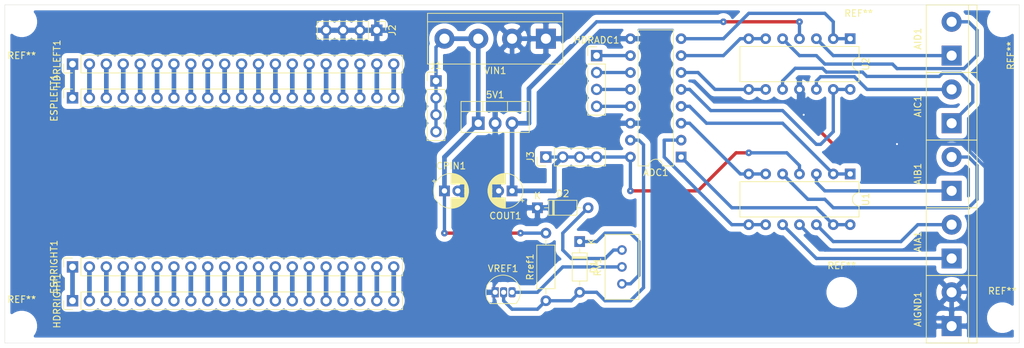
<source format=kicad_pcb>
(kicad_pcb (version 20171130) (host pcbnew 5.1.6)

  (general
    (thickness 1.6)
    (drawings 4)
    (tracks 254)
    (zones 0)
    (modules 31)
    (nets 68)
  )

  (page A4)
  (layers
    (0 F.Cu signal)
    (31 B.Cu signal)
    (32 B.Adhes user)
    (33 F.Adhes user)
    (34 B.Paste user)
    (35 F.Paste user)
    (36 B.SilkS user)
    (37 F.SilkS user)
    (38 B.Mask user)
    (39 F.Mask user)
    (40 Dwgs.User user)
    (41 Cmts.User user)
    (42 Eco1.User user)
    (43 Eco2.User user)
    (44 Edge.Cuts user)
    (45 Margin user)
    (46 B.CrtYd user)
    (47 F.CrtYd user)
    (48 B.Fab user)
    (49 F.Fab user)
  )

  (setup
    (last_trace_width 0.5)
    (user_trace_width 0.5)
    (user_trace_width 0.7)
    (trace_clearance 0.2)
    (zone_clearance 0.508)
    (zone_45_only no)
    (trace_min 0.2)
    (via_size 0.8)
    (via_drill 0.4)
    (via_min_size 0.4)
    (via_min_drill 0.3)
    (user_via 1 0.3)
    (uvia_size 0.3)
    (uvia_drill 0.1)
    (uvias_allowed no)
    (uvia_min_size 0.2)
    (uvia_min_drill 0.1)
    (edge_width 0.05)
    (segment_width 0.2)
    (pcb_text_width 0.3)
    (pcb_text_size 1.5 1.5)
    (mod_edge_width 0.12)
    (mod_text_size 1 1)
    (mod_text_width 0.15)
    (pad_size 1.524 1.524)
    (pad_drill 0.762)
    (pad_to_mask_clearance 0.05)
    (aux_axis_origin 0 0)
    (visible_elements FFFFFF7F)
    (pcbplotparams
      (layerselection 0x010fc_ffffffff)
      (usegerberextensions false)
      (usegerberattributes true)
      (usegerberadvancedattributes true)
      (creategerberjobfile true)
      (excludeedgelayer true)
      (linewidth 0.100000)
      (plotframeref false)
      (viasonmask false)
      (mode 1)
      (useauxorigin false)
      (hpglpennumber 1)
      (hpglpenspeed 20)
      (hpglpendiameter 15.000000)
      (psnegative false)
      (psa4output false)
      (plotreference true)
      (plotvalue true)
      (plotinvisibletext false)
      (padsonsilk false)
      (subtractmaskfromsilk false)
      (outputformat 1)
      (mirror false)
      (drillshape 1)
      (scaleselection 1)
      (outputdirectory ""))
  )

  (net 0 "")
  (net 1 "Net-(5V1-Pad3)")
  (net 2 "Net-(5V1-Pad2)")
  (net 3 "Net-(5V1-Pad1)")
  (net 4 "Net-(ADC1-Pad8)")
  (net 5 "Net-(ADC1-Pad15)")
  (net 6 "Net-(ADC1-Pad7)")
  (net 7 "Net-(ADC1-Pad6)")
  (net 8 "Net-(ADC1-Pad13)")
  (net 9 "Net-(ADC1-Pad5)")
  (net 10 "Net-(ADC1-Pad12)")
  (net 11 "Net-(ADC1-Pad4)")
  (net 12 "Net-(ADC1-Pad11)")
  (net 13 "Net-(ADC1-Pad10)")
  (net 14 "Net-(ADC1-Pad2)")
  (net 15 "Net-(ADC1-Pad1)")
  (net 16 "Net-(AIA1-Pad2)")
  (net 17 "Net-(AIA1-Pad1)")
  (net 18 "Net-(AIB1-Pad2)")
  (net 19 "Net-(AIB1-Pad1)")
  (net 20 "Net-(AIC1-Pad2)")
  (net 21 "Net-(AIC1-Pad1)")
  (net 22 "Net-(AID1-Pad2)")
  (net 23 "Net-(AID1-Pad1)")
  (net 24 "Net-(D1-Pad1)")
  (net 25 "Net-(D2-Pad2)")
  (net 26 "Net-(ESPLEFT1-Pad20)")
  (net 27 "Net-(ESPLEFT1-Pad19)")
  (net 28 "Net-(ESPLEFT1-Pad18)")
  (net 29 "Net-(ESPLEFT1-Pad17)")
  (net 30 "Net-(ESPLEFT1-Pad16)")
  (net 31 "Net-(ESPLEFT1-Pad15)")
  (net 32 "Net-(ESPLEFT1-Pad14)")
  (net 33 "Net-(ESPLEFT1-Pad13)")
  (net 34 "Net-(ESPLEFT1-Pad12)")
  (net 35 "Net-(ESPLEFT1-Pad11)")
  (net 36 "Net-(ESPLEFT1-Pad10)")
  (net 37 "Net-(ESPLEFT1-Pad9)")
  (net 38 "Net-(ESPLEFT1-Pad8)")
  (net 39 "Net-(ESPLEFT1-Pad7)")
  (net 40 "Net-(ESPLEFT1-Pad6)")
  (net 41 "Net-(ESPLEFT1-Pad5)")
  (net 42 "Net-(ESPLEFT1-Pad4)")
  (net 43 "Net-(ESPLEFT1-Pad3)")
  (net 44 "Net-(ESPLEFT1-Pad2)")
  (net 45 "Net-(ESPLEFT1-Pad1)")
  (net 46 "Net-(ESPRIGHT1-Pad20)")
  (net 47 "Net-(ESPRIGHT1-Pad19)")
  (net 48 "Net-(ESPRIGHT1-Pad18)")
  (net 49 "Net-(ESPRIGHT1-Pad17)")
  (net 50 "Net-(ESPRIGHT1-Pad16)")
  (net 51 "Net-(ESPRIGHT1-Pad15)")
  (net 52 "Net-(ESPRIGHT1-Pad14)")
  (net 53 "Net-(ESPRIGHT1-Pad13)")
  (net 54 "Net-(ESPRIGHT1-Pad12)")
  (net 55 "Net-(ESPRIGHT1-Pad11)")
  (net 56 "Net-(ESPRIGHT1-Pad10)")
  (net 57 "Net-(ESPRIGHT1-Pad9)")
  (net 58 "Net-(ESPRIGHT1-Pad8)")
  (net 59 "Net-(ESPRIGHT1-Pad7)")
  (net 60 "Net-(ESPRIGHT1-Pad6)")
  (net 61 "Net-(ESPRIGHT1-Pad5)")
  (net 62 "Net-(ESPRIGHT1-Pad4)")
  (net 63 "Net-(ESPRIGHT1-Pad3)")
  (net 64 "Net-(ESPRIGHT1-Pad2)")
  (net 65 "Net-(ESPRIGHT1-Pad1)")
  (net 66 "Net-(RV1-Pad2)")
  (net 67 "Net-(ADC1-Pad3)")

  (net_class Default "This is the default net class."
    (clearance 0.2)
    (trace_width 0.25)
    (via_dia 0.8)
    (via_drill 0.4)
    (uvia_dia 0.3)
    (uvia_drill 0.1)
    (add_net "Net-(5V1-Pad1)")
    (add_net "Net-(5V1-Pad2)")
    (add_net "Net-(5V1-Pad3)")
    (add_net "Net-(ADC1-Pad1)")
    (add_net "Net-(ADC1-Pad10)")
    (add_net "Net-(ADC1-Pad11)")
    (add_net "Net-(ADC1-Pad12)")
    (add_net "Net-(ADC1-Pad13)")
    (add_net "Net-(ADC1-Pad15)")
    (add_net "Net-(ADC1-Pad2)")
    (add_net "Net-(ADC1-Pad3)")
    (add_net "Net-(ADC1-Pad4)")
    (add_net "Net-(ADC1-Pad5)")
    (add_net "Net-(ADC1-Pad6)")
    (add_net "Net-(ADC1-Pad7)")
    (add_net "Net-(ADC1-Pad8)")
    (add_net "Net-(AIA1-Pad1)")
    (add_net "Net-(AIA1-Pad2)")
    (add_net "Net-(AIB1-Pad1)")
    (add_net "Net-(AIB1-Pad2)")
    (add_net "Net-(AIC1-Pad1)")
    (add_net "Net-(AIC1-Pad2)")
    (add_net "Net-(AID1-Pad1)")
    (add_net "Net-(AID1-Pad2)")
    (add_net "Net-(D1-Pad1)")
    (add_net "Net-(D2-Pad2)")
    (add_net "Net-(ESPLEFT1-Pad1)")
    (add_net "Net-(ESPLEFT1-Pad10)")
    (add_net "Net-(ESPLEFT1-Pad11)")
    (add_net "Net-(ESPLEFT1-Pad12)")
    (add_net "Net-(ESPLEFT1-Pad13)")
    (add_net "Net-(ESPLEFT1-Pad14)")
    (add_net "Net-(ESPLEFT1-Pad15)")
    (add_net "Net-(ESPLEFT1-Pad16)")
    (add_net "Net-(ESPLEFT1-Pad17)")
    (add_net "Net-(ESPLEFT1-Pad18)")
    (add_net "Net-(ESPLEFT1-Pad19)")
    (add_net "Net-(ESPLEFT1-Pad2)")
    (add_net "Net-(ESPLEFT1-Pad20)")
    (add_net "Net-(ESPLEFT1-Pad3)")
    (add_net "Net-(ESPLEFT1-Pad4)")
    (add_net "Net-(ESPLEFT1-Pad5)")
    (add_net "Net-(ESPLEFT1-Pad6)")
    (add_net "Net-(ESPLEFT1-Pad7)")
    (add_net "Net-(ESPLEFT1-Pad8)")
    (add_net "Net-(ESPLEFT1-Pad9)")
    (add_net "Net-(ESPRIGHT1-Pad1)")
    (add_net "Net-(ESPRIGHT1-Pad10)")
    (add_net "Net-(ESPRIGHT1-Pad11)")
    (add_net "Net-(ESPRIGHT1-Pad12)")
    (add_net "Net-(ESPRIGHT1-Pad13)")
    (add_net "Net-(ESPRIGHT1-Pad14)")
    (add_net "Net-(ESPRIGHT1-Pad15)")
    (add_net "Net-(ESPRIGHT1-Pad16)")
    (add_net "Net-(ESPRIGHT1-Pad17)")
    (add_net "Net-(ESPRIGHT1-Pad18)")
    (add_net "Net-(ESPRIGHT1-Pad19)")
    (add_net "Net-(ESPRIGHT1-Pad2)")
    (add_net "Net-(ESPRIGHT1-Pad20)")
    (add_net "Net-(ESPRIGHT1-Pad3)")
    (add_net "Net-(ESPRIGHT1-Pad4)")
    (add_net "Net-(ESPRIGHT1-Pad5)")
    (add_net "Net-(ESPRIGHT1-Pad6)")
    (add_net "Net-(ESPRIGHT1-Pad7)")
    (add_net "Net-(ESPRIGHT1-Pad8)")
    (add_net "Net-(ESPRIGHT1-Pad9)")
    (add_net "Net-(RV1-Pad2)")
  )

  (module MountingHole:MountingHole_3mm (layer F.Cu) (tedit 56D1B4CB) (tstamp 5F837F47)
    (at 209.55 105.41)
    (descr "Mounting Hole 3mm, no annular")
    (tags "mounting hole 3mm no annular")
    (attr virtual)
    (fp_text reference REF** (at -5.08 -2.54) (layer F.SilkS)
      (effects (font (size 1 1) (thickness 0.15)))
    )
    (fp_text value MountingHole_3mm (at 0 4) (layer F.Fab)
      (effects (font (size 1 1) (thickness 0.15)))
    )
    (fp_circle (center 0 0) (end 3 0) (layer Cmts.User) (width 0.15))
    (fp_circle (center 0 0) (end 3.25 0) (layer F.CrtYd) (width 0.05))
    (fp_text user %R (at 0.3 0) (layer F.Fab)
      (effects (font (size 1 1) (thickness 0.15)))
    )
    (pad 1 np_thru_hole circle (at 0 0) (size 3 3) (drill 3) (layers *.Cu *.Mask))
  )

  (module MountingHole:MountingHole_3mm (layer F.Cu) (tedit 56D1B4CB) (tstamp 5F837F31)
    (at 201.93 144.78)
    (descr "Mounting Hole 3mm, no annular")
    (tags "mounting hole 3mm no annular")
    (attr virtual)
    (fp_text reference REF** (at 0 -4) (layer F.SilkS)
      (effects (font (size 1 1) (thickness 0.15)))
    )
    (fp_text value MountingHole_3mm (at 0 4) (layer F.Fab)
      (effects (font (size 1 1) (thickness 0.15)))
    )
    (fp_circle (center 0 0) (end 3 0) (layer Cmts.User) (width 0.15))
    (fp_circle (center 0 0) (end 3.25 0) (layer F.CrtYd) (width 0.05))
    (fp_text user %R (at 0.3 0) (layer F.Fab)
      (effects (font (size 1 1) (thickness 0.15)))
    )
    (pad 1 np_thru_hole circle (at 0 0) (size 3 3) (drill 3) (layers *.Cu *.Mask))
  )

  (module MountingHole:MountingHole_3mm (layer F.Cu) (tedit 56D1B4CB) (tstamp 5F837F1B)
    (at 226.06 104.14)
    (descr "Mounting Hole 3mm, no annular")
    (tags "mounting hole 3mm no annular")
    (attr virtual)
    (fp_text reference REF** (at 1.27 5.08 90) (layer F.SilkS)
      (effects (font (size 1 1) (thickness 0.15)))
    )
    (fp_text value MountingHole_3mm (at 1.27 16.51 90) (layer F.Fab)
      (effects (font (size 1 1) (thickness 0.15)))
    )
    (fp_circle (center 0 0) (end 3 0) (layer Cmts.User) (width 0.15))
    (fp_circle (center 0 0) (end 3.25 0) (layer F.CrtYd) (width 0.05))
    (fp_text user %R (at 0.3 0) (layer F.Fab)
      (effects (font (size 1 1) (thickness 0.15)))
    )
    (pad 1 np_thru_hole circle (at 0 0) (size 3 3) (drill 3) (layers *.Cu *.Mask))
  )

  (module MountingHole:MountingHole_3mm (layer F.Cu) (tedit 56D1B4CB) (tstamp 5F837F05)
    (at 226.06 148.59)
    (descr "Mounting Hole 3mm, no annular")
    (tags "mounting hole 3mm no annular")
    (attr virtual)
    (fp_text reference REF** (at 0 -4) (layer F.SilkS)
      (effects (font (size 1 1) (thickness 0.15)))
    )
    (fp_text value MountingHole_3mm (at 1.27 -12.7 90) (layer F.Fab)
      (effects (font (size 1 1) (thickness 0.15)))
    )
    (fp_circle (center 0 0) (end 3 0) (layer Cmts.User) (width 0.15))
    (fp_circle (center 0 0) (end 3.25 0) (layer F.CrtYd) (width 0.05))
    (fp_text user %R (at 0.3 0) (layer F.Fab)
      (effects (font (size 1 1) (thickness 0.15)))
    )
    (pad 1 np_thru_hole circle (at 0 0) (size 3 3) (drill 3) (layers *.Cu *.Mask))
  )

  (module MountingHole:MountingHole_3mm (layer F.Cu) (tedit 56D1B4CB) (tstamp 5F837EEF)
    (at 78.74 149.86)
    (descr "Mounting Hole 3mm, no annular")
    (tags "mounting hole 3mm no annular")
    (attr virtual)
    (fp_text reference REF** (at 0 -4) (layer F.SilkS)
      (effects (font (size 1 1) (thickness 0.15)))
    )
    (fp_text value MountingHole_3mm (at 13.97 1.27) (layer F.Fab)
      (effects (font (size 1 1) (thickness 0.15)))
    )
    (fp_circle (center 0 0) (end 3 0) (layer Cmts.User) (width 0.15))
    (fp_circle (center 0 0) (end 3.25 0) (layer F.CrtYd) (width 0.05))
    (fp_text user %R (at 0.3 0) (layer F.Fab)
      (effects (font (size 1 1) (thickness 0.15)))
    )
    (pad 1 np_thru_hole circle (at 0 0) (size 3 3) (drill 3) (layers *.Cu *.Mask))
  )

  (module MountingHole:MountingHole_3mm (layer F.Cu) (tedit 56D1B4CB) (tstamp 5F837ED9)
    (at 78.74 104.14)
    (descr "Mounting Hole 3mm, no annular")
    (tags "mounting hole 3mm no annular")
    (attr virtual)
    (fp_text reference REF** (at 0 5.08) (layer F.SilkS)
      (effects (font (size 1 1) (thickness 0.15)))
    )
    (fp_text value MountingHole_3mm (at 19.05 0) (layer F.Fab)
      (effects (font (size 1 1) (thickness 0.15)))
    )
    (fp_circle (center 0 0) (end 3 0) (layer Cmts.User) (width 0.15))
    (fp_circle (center 0 0) (end 3.25 0) (layer F.CrtYd) (width 0.05))
    (fp_text user %R (at 0.3 0) (layer F.Fab)
      (effects (font (size 1 1) (thickness 0.15)))
    )
    (pad 1 np_thru_hole circle (at 0 0) (size 3 3) (drill 3) (layers *.Cu *.Mask))
  )

  (module Connector_PinHeader_2.54mm:PinHeader_1x04_P2.54mm_Vertical (layer F.Cu) (tedit 59FED5CC) (tstamp 5F831F8B)
    (at 157.48 124.46 90)
    (descr "Through hole straight pin header, 1x04, 2.54mm pitch, single row")
    (tags "Through hole pin header THT 1x04 2.54mm single row")
    (path /5F852968)
    (fp_text reference J3 (at 0 -2.33 90) (layer F.SilkS)
      (effects (font (size 1 1) (thickness 0.15)))
    )
    (fp_text value Conn_01x04 (at 0 9.95 90) (layer F.Fab)
      (effects (font (size 1 1) (thickness 0.15)))
    )
    (fp_line (start 1.8 -1.8) (end -1.8 -1.8) (layer F.CrtYd) (width 0.05))
    (fp_line (start 1.8 9.4) (end 1.8 -1.8) (layer F.CrtYd) (width 0.05))
    (fp_line (start -1.8 9.4) (end 1.8 9.4) (layer F.CrtYd) (width 0.05))
    (fp_line (start -1.8 -1.8) (end -1.8 9.4) (layer F.CrtYd) (width 0.05))
    (fp_line (start -1.33 -1.33) (end 0 -1.33) (layer F.SilkS) (width 0.12))
    (fp_line (start -1.33 0) (end -1.33 -1.33) (layer F.SilkS) (width 0.12))
    (fp_line (start -1.33 1.27) (end 1.33 1.27) (layer F.SilkS) (width 0.12))
    (fp_line (start 1.33 1.27) (end 1.33 8.95) (layer F.SilkS) (width 0.12))
    (fp_line (start -1.33 1.27) (end -1.33 8.95) (layer F.SilkS) (width 0.12))
    (fp_line (start -1.33 8.95) (end 1.33 8.95) (layer F.SilkS) (width 0.12))
    (fp_line (start -1.27 -0.635) (end -0.635 -1.27) (layer F.Fab) (width 0.1))
    (fp_line (start -1.27 8.89) (end -1.27 -0.635) (layer F.Fab) (width 0.1))
    (fp_line (start 1.27 8.89) (end -1.27 8.89) (layer F.Fab) (width 0.1))
    (fp_line (start 1.27 -1.27) (end 1.27 8.89) (layer F.Fab) (width 0.1))
    (fp_line (start -0.635 -1.27) (end 1.27 -1.27) (layer F.Fab) (width 0.1))
    (fp_text user %R (at 0 3.81) (layer F.Fab)
      (effects (font (size 1 1) (thickness 0.15)))
    )
    (pad 4 thru_hole oval (at 0 7.62 90) (size 1.7 1.7) (drill 1) (layers *.Cu *.Mask)
      (net 1 "Net-(5V1-Pad3)"))
    (pad 3 thru_hole oval (at 0 5.08 90) (size 1.7 1.7) (drill 1) (layers *.Cu *.Mask)
      (net 1 "Net-(5V1-Pad3)"))
    (pad 2 thru_hole oval (at 0 2.54 90) (size 1.7 1.7) (drill 1) (layers *.Cu *.Mask)
      (net 1 "Net-(5V1-Pad3)"))
    (pad 1 thru_hole rect (at 0 0 90) (size 1.7 1.7) (drill 1) (layers *.Cu *.Mask)
      (net 1 "Net-(5V1-Pad3)"))
    (model ${KISYS3DMOD}/Connector_PinHeader_2.54mm.3dshapes/PinHeader_1x04_P2.54mm_Vertical.wrl
      (at (xyz 0 0 0))
      (scale (xyz 1 1 1))
      (rotate (xyz 0 0 0))
    )
  )

  (module Connector_PinHeader_2.54mm:PinHeader_1x04_P2.54mm_Vertical (layer F.Cu) (tedit 59FED5CC) (tstamp 5F831F73)
    (at 132.08 105.41 270)
    (descr "Through hole straight pin header, 1x04, 2.54mm pitch, single row")
    (tags "Through hole pin header THT 1x04 2.54mm single row")
    (path /5F851EC9)
    (fp_text reference J2 (at 0 -2.33 90) (layer F.SilkS)
      (effects (font (size 1 1) (thickness 0.15)))
    )
    (fp_text value Conn_01x04 (at 0 17.78 180) (layer F.Fab)
      (effects (font (size 1 1) (thickness 0.15)))
    )
    (fp_line (start 1.8 -1.8) (end -1.8 -1.8) (layer F.CrtYd) (width 0.05))
    (fp_line (start 1.8 9.4) (end 1.8 -1.8) (layer F.CrtYd) (width 0.05))
    (fp_line (start -1.8 9.4) (end 1.8 9.4) (layer F.CrtYd) (width 0.05))
    (fp_line (start -1.8 -1.8) (end -1.8 9.4) (layer F.CrtYd) (width 0.05))
    (fp_line (start -1.33 -1.33) (end 0 -1.33) (layer F.SilkS) (width 0.12))
    (fp_line (start -1.33 0) (end -1.33 -1.33) (layer F.SilkS) (width 0.12))
    (fp_line (start -1.33 1.27) (end 1.33 1.27) (layer F.SilkS) (width 0.12))
    (fp_line (start 1.33 1.27) (end 1.33 8.95) (layer F.SilkS) (width 0.12))
    (fp_line (start -1.33 1.27) (end -1.33 8.95) (layer F.SilkS) (width 0.12))
    (fp_line (start -1.33 8.95) (end 1.33 8.95) (layer F.SilkS) (width 0.12))
    (fp_line (start -1.27 -0.635) (end -0.635 -1.27) (layer F.Fab) (width 0.1))
    (fp_line (start -1.27 8.89) (end -1.27 -0.635) (layer F.Fab) (width 0.1))
    (fp_line (start 1.27 8.89) (end -1.27 8.89) (layer F.Fab) (width 0.1))
    (fp_line (start 1.27 -1.27) (end 1.27 8.89) (layer F.Fab) (width 0.1))
    (fp_line (start -0.635 -1.27) (end 1.27 -1.27) (layer F.Fab) (width 0.1))
    (fp_text user %R (at 0 3.81) (layer F.Fab)
      (effects (font (size 1 1) (thickness 0.15)))
    )
    (pad 4 thru_hole oval (at 0 7.62 270) (size 1.7 1.7) (drill 1) (layers *.Cu *.Mask)
      (net 2 "Net-(5V1-Pad2)"))
    (pad 3 thru_hole oval (at 0 5.08 270) (size 1.7 1.7) (drill 1) (layers *.Cu *.Mask)
      (net 2 "Net-(5V1-Pad2)"))
    (pad 2 thru_hole oval (at 0 2.54 270) (size 1.7 1.7) (drill 1) (layers *.Cu *.Mask)
      (net 2 "Net-(5V1-Pad2)"))
    (pad 1 thru_hole rect (at 0 0 270) (size 1.7 1.7) (drill 1) (layers *.Cu *.Mask)
      (net 2 "Net-(5V1-Pad2)"))
    (model ${KISYS3DMOD}/Connector_PinHeader_2.54mm.3dshapes/PinHeader_1x04_P2.54mm_Vertical.wrl
      (at (xyz 0 0 0))
      (scale (xyz 1 1 1))
      (rotate (xyz 0 0 0))
    )
  )

  (module Connector_PinHeader_2.54mm:PinHeader_1x04_P2.54mm_Vertical (layer F.Cu) (tedit 59FED5CC) (tstamp 5F831F5B)
    (at 140.97 113.03)
    (descr "Through hole straight pin header, 1x04, 2.54mm pitch, single row")
    (tags "Through hole pin header THT 1x04 2.54mm single row")
    (path /5F841722)
    (fp_text reference J1 (at 0 -2.33) (layer F.SilkS)
      (effects (font (size 1 1) (thickness 0.15)))
    )
    (fp_text value Conn_01x04 (at 0 9.95) (layer F.Fab)
      (effects (font (size 1 1) (thickness 0.15)))
    )
    (fp_line (start 1.8 -1.8) (end -1.8 -1.8) (layer F.CrtYd) (width 0.05))
    (fp_line (start 1.8 9.4) (end 1.8 -1.8) (layer F.CrtYd) (width 0.05))
    (fp_line (start -1.8 9.4) (end 1.8 9.4) (layer F.CrtYd) (width 0.05))
    (fp_line (start -1.8 -1.8) (end -1.8 9.4) (layer F.CrtYd) (width 0.05))
    (fp_line (start -1.33 -1.33) (end 0 -1.33) (layer F.SilkS) (width 0.12))
    (fp_line (start -1.33 0) (end -1.33 -1.33) (layer F.SilkS) (width 0.12))
    (fp_line (start -1.33 1.27) (end 1.33 1.27) (layer F.SilkS) (width 0.12))
    (fp_line (start 1.33 1.27) (end 1.33 8.95) (layer F.SilkS) (width 0.12))
    (fp_line (start -1.33 1.27) (end -1.33 8.95) (layer F.SilkS) (width 0.12))
    (fp_line (start -1.33 8.95) (end 1.33 8.95) (layer F.SilkS) (width 0.12))
    (fp_line (start -1.27 -0.635) (end -0.635 -1.27) (layer F.Fab) (width 0.1))
    (fp_line (start -1.27 8.89) (end -1.27 -0.635) (layer F.Fab) (width 0.1))
    (fp_line (start 1.27 8.89) (end -1.27 8.89) (layer F.Fab) (width 0.1))
    (fp_line (start 1.27 -1.27) (end 1.27 8.89) (layer F.Fab) (width 0.1))
    (fp_line (start -0.635 -1.27) (end 1.27 -1.27) (layer F.Fab) (width 0.1))
    (fp_text user %R (at 0 3.81 90) (layer F.Fab)
      (effects (font (size 1 1) (thickness 0.15)))
    )
    (pad 4 thru_hole oval (at 0 7.62) (size 1.7 1.7) (drill 1) (layers *.Cu *.Mask)
      (net 3 "Net-(5V1-Pad1)"))
    (pad 3 thru_hole oval (at 0 5.08) (size 1.7 1.7) (drill 1) (layers *.Cu *.Mask)
      (net 3 "Net-(5V1-Pad1)"))
    (pad 2 thru_hole oval (at 0 2.54) (size 1.7 1.7) (drill 1) (layers *.Cu *.Mask)
      (net 3 "Net-(5V1-Pad1)"))
    (pad 1 thru_hole rect (at 0 0) (size 1.7 1.7) (drill 1) (layers *.Cu *.Mask)
      (net 3 "Net-(5V1-Pad1)"))
    (model ${KISYS3DMOD}/Connector_PinHeader_2.54mm.3dshapes/PinHeader_1x04_P2.54mm_Vertical.wrl
      (at (xyz 0 0 0))
      (scale (xyz 1 1 1))
      (rotate (xyz 0 0 0))
    )
  )

  (module Package_TO_SOT_THT:TO-92L_Inline (layer F.Cu) (tedit 5A279A44) (tstamp 5F7A3411)
    (at 149.86 144.78)
    (descr "TO-92L leads in-line (large body variant of TO-92), also known as TO-226, wide, drill 0.75mm (see https://www.diodes.com/assets/Package-Files/TO92L.pdf and http://www.ti.com/lit/an/snoa059/snoa059.pdf)")
    (tags "TO-92L Inline Wide transistor")
    (path /5F7DB081)
    (fp_text reference VREF1 (at 1.19 -3.56) (layer F.SilkS)
      (effects (font (size 1 1) (thickness 0.15)))
    )
    (fp_text value LM336 (at 1.19 2.79) (layer F.Fab)
      (effects (font (size 1 1) (thickness 0.15)))
    )
    (fp_line (start 3.95 1.85) (end -1.55 1.85) (layer F.CrtYd) (width 0.05))
    (fp_line (start 3.95 1.85) (end 3.95 -2.75) (layer F.CrtYd) (width 0.05))
    (fp_line (start -1.55 -2.75) (end -1.55 1.85) (layer F.CrtYd) (width 0.05))
    (fp_line (start -1.55 -2.75) (end 3.95 -2.75) (layer F.CrtYd) (width 0.05))
    (fp_line (start -0.7 1.6) (end 3.05 1.6) (layer F.Fab) (width 0.1))
    (fp_line (start -0.75 1.7) (end 3.1 1.7) (layer F.SilkS) (width 0.12))
    (fp_arc (start 1.19 0) (end 1.19 -2.48) (angle -130.2499344) (layer F.Fab) (width 0.1))
    (fp_arc (start 1.19 0) (end 1.19 -2.48) (angle 129.9527847) (layer F.Fab) (width 0.1))
    (fp_arc (start 1.19 0) (end -0.75 1.7) (angle 262.164354) (layer F.SilkS) (width 0.12))
    (fp_text user %R (at 1.19 -3.56) (layer F.Fab)
      (effects (font (size 1 1) (thickness 0.15)))
    )
    (pad 1 thru_hole rect (at 0 0) (size 1.05 1.5) (drill 0.75) (layers *.Cu *.Mask)
      (net 2 "Net-(5V1-Pad2)"))
    (pad 3 thru_hole roundrect (at 2.54 0) (size 1.05 1.5) (drill 0.75) (layers *.Cu *.Mask) (roundrect_rratio 0.25)
      (net 66 "Net-(RV1-Pad2)"))
    (pad 2 thru_hole roundrect (at 1.27 0) (size 1.05 1.5) (drill 0.75) (layers *.Cu *.Mask) (roundrect_rratio 0.25)
      (net 5 "Net-(ADC1-Pad15)"))
    (model ${KISYS3DMOD}/Package_TO_SOT_THT.3dshapes/TO-92L_Inline.wrl
      (at (xyz 0 0 0))
      (scale (xyz 1 1 1))
      (rotate (xyz 0 0 0))
    )
  )

  (module TerminalBlock:TerminalBlock_bornier-4_P5.08mm (layer F.Cu) (tedit 59FF03D1) (tstamp 5F7A3400)
    (at 157.48 106.68 180)
    (descr "simple 4-pin terminal block, pitch 5.08mm, revamped version of bornier4")
    (tags "terminal block bornier4")
    (path /5F7BFE67)
    (fp_text reference VIN1 (at 7.6 -4.8) (layer F.SilkS)
      (effects (font (size 1 1) (thickness 0.15)))
    )
    (fp_text value Conn_01x04 (at 7.62 3.81) (layer F.Fab)
      (effects (font (size 1 1) (thickness 0.15)))
    )
    (fp_line (start 17.97 4) (end -2.73 4) (layer F.CrtYd) (width 0.05))
    (fp_line (start 17.97 4) (end 17.97 -4) (layer F.CrtYd) (width 0.05))
    (fp_line (start -2.73 -4) (end -2.73 4) (layer F.CrtYd) (width 0.05))
    (fp_line (start -2.73 -4) (end 17.97 -4) (layer F.CrtYd) (width 0.05))
    (fp_line (start -2.54 3.81) (end 17.78 3.81) (layer F.SilkS) (width 0.12))
    (fp_line (start -2.54 -3.81) (end 17.78 -3.81) (layer F.SilkS) (width 0.12))
    (fp_line (start 17.78 2.54) (end -2.54 2.54) (layer F.SilkS) (width 0.12))
    (fp_line (start 17.78 3.81) (end 17.78 -3.81) (layer F.SilkS) (width 0.12))
    (fp_line (start -2.54 -3.81) (end -2.54 3.81) (layer F.SilkS) (width 0.12))
    (fp_line (start 17.72 3.75) (end -2.43 3.75) (layer F.Fab) (width 0.1))
    (fp_line (start 17.72 -3.75) (end 17.72 3.75) (layer F.Fab) (width 0.1))
    (fp_line (start -2.48 -3.75) (end 17.72 -3.75) (layer F.Fab) (width 0.1))
    (fp_line (start -2.48 3.75) (end -2.48 -3.75) (layer F.Fab) (width 0.1))
    (fp_line (start -2.43 3.75) (end -2.48 3.75) (layer F.Fab) (width 0.1))
    (fp_line (start -2.48 2.55) (end 17.72 2.55) (layer F.Fab) (width 0.1))
    (fp_text user %R (at 7.62 0) (layer F.Fab)
      (effects (font (size 1 1) (thickness 0.15)))
    )
    (pad 4 thru_hole circle (at 15.24 0 180) (size 3 3) (drill 1.52) (layers *.Cu *.Mask)
      (net 3 "Net-(5V1-Pad1)"))
    (pad 1 thru_hole rect (at 0 0 180) (size 3 3) (drill 1.52) (layers *.Cu *.Mask)
      (net 2 "Net-(5V1-Pad2)"))
    (pad 3 thru_hole circle (at 10.16 0 180) (size 3 3) (drill 1.52) (layers *.Cu *.Mask)
      (net 3 "Net-(5V1-Pad1)"))
    (pad 2 thru_hole circle (at 5.08 0 180) (size 3 3) (drill 1.52) (layers *.Cu *.Mask)
      (net 2 "Net-(5V1-Pad2)"))
    (model ${KISYS3DMOD}/TerminalBlock.3dshapes/TerminalBlock_bornier-4_P5.08mm.wrl
      (offset (xyz 7.619999885559082 0 0))
      (scale (xyz 1 1 1))
      (rotate (xyz 0 0 0))
    )
  )

  (module Package_DIP:DIP-14_W7.62mm (layer F.Cu) (tedit 5A02E8C5) (tstamp 5F7A33E8)
    (at 203.2 106.68 270)
    (descr "14-lead though-hole mounted DIP package, row spacing 7.62 mm (300 mils)")
    (tags "THT DIP DIL PDIP 2.54mm 7.62mm 300mil")
    (path /5F81E2F1)
    (fp_text reference U2 (at 3.81 -2.33 90) (layer F.SilkS)
      (effects (font (size 1 1) (thickness 0.15)))
    )
    (fp_text value LM324 (at 3.81 17.57 90) (layer F.Fab)
      (effects (font (size 1 1) (thickness 0.15)))
    )
    (fp_line (start 8.7 -1.55) (end -1.1 -1.55) (layer F.CrtYd) (width 0.05))
    (fp_line (start 8.7 16.8) (end 8.7 -1.55) (layer F.CrtYd) (width 0.05))
    (fp_line (start -1.1 16.8) (end 8.7 16.8) (layer F.CrtYd) (width 0.05))
    (fp_line (start -1.1 -1.55) (end -1.1 16.8) (layer F.CrtYd) (width 0.05))
    (fp_line (start 6.46 -1.33) (end 4.81 -1.33) (layer F.SilkS) (width 0.12))
    (fp_line (start 6.46 16.57) (end 6.46 -1.33) (layer F.SilkS) (width 0.12))
    (fp_line (start 1.16 16.57) (end 6.46 16.57) (layer F.SilkS) (width 0.12))
    (fp_line (start 1.16 -1.33) (end 1.16 16.57) (layer F.SilkS) (width 0.12))
    (fp_line (start 2.81 -1.33) (end 1.16 -1.33) (layer F.SilkS) (width 0.12))
    (fp_line (start 0.635 -0.27) (end 1.635 -1.27) (layer F.Fab) (width 0.1))
    (fp_line (start 0.635 16.51) (end 0.635 -0.27) (layer F.Fab) (width 0.1))
    (fp_line (start 6.985 16.51) (end 0.635 16.51) (layer F.Fab) (width 0.1))
    (fp_line (start 6.985 -1.27) (end 6.985 16.51) (layer F.Fab) (width 0.1))
    (fp_line (start 1.635 -1.27) (end 6.985 -1.27) (layer F.Fab) (width 0.1))
    (fp_text user %R (at 3.81 7.62 90) (layer F.Fab)
      (effects (font (size 1 1) (thickness 0.15)))
    )
    (fp_arc (start 3.81 -1.33) (end 2.81 -1.33) (angle -180) (layer F.SilkS) (width 0.12))
    (pad 14 thru_hole oval (at 7.62 0 270) (size 1.6 1.6) (drill 0.8) (layers *.Cu *.Mask)
      (net 9 "Net-(ADC1-Pad5)"))
    (pad 7 thru_hole oval (at 0 15.24 270) (size 1.6 1.6) (drill 0.8) (layers *.Cu *.Mask)
      (net 6 "Net-(ADC1-Pad7)"))
    (pad 13 thru_hole oval (at 7.62 2.54 270) (size 1.6 1.6) (drill 0.8) (layers *.Cu *.Mask)
      (net 9 "Net-(ADC1-Pad5)"))
    (pad 6 thru_hole oval (at 0 12.7 270) (size 1.6 1.6) (drill 0.8) (layers *.Cu *.Mask)
      (net 6 "Net-(ADC1-Pad7)"))
    (pad 12 thru_hole oval (at 7.62 5.08 270) (size 1.6 1.6) (drill 0.8) (layers *.Cu *.Mask)
      (net 20 "Net-(AIC1-Pad2)"))
    (pad 5 thru_hole oval (at 0 10.16 270) (size 1.6 1.6) (drill 0.8) (layers *.Cu *.Mask)
      (net 22 "Net-(AID1-Pad2)"))
    (pad 11 thru_hole oval (at 7.62 7.62 270) (size 1.6 1.6) (drill 0.8) (layers *.Cu *.Mask)
      (net 2 "Net-(5V1-Pad2)"))
    (pad 4 thru_hole oval (at 0 7.62 270) (size 1.6 1.6) (drill 0.8) (layers *.Cu *.Mask)
      (net 1 "Net-(5V1-Pad3)"))
    (pad 10 thru_hole oval (at 7.62 10.16 270) (size 1.6 1.6) (drill 0.8) (layers *.Cu *.Mask)
      (net 21 "Net-(AIC1-Pad1)"))
    (pad 3 thru_hole oval (at 0 5.08 270) (size 1.6 1.6) (drill 0.8) (layers *.Cu *.Mask)
      (net 23 "Net-(AID1-Pad1)"))
    (pad 9 thru_hole oval (at 7.62 12.7 270) (size 1.6 1.6) (drill 0.8) (layers *.Cu *.Mask)
      (net 7 "Net-(ADC1-Pad6)"))
    (pad 2 thru_hole oval (at 0 2.54 270) (size 1.6 1.6) (drill 0.8) (layers *.Cu *.Mask)
      (net 4 "Net-(ADC1-Pad8)"))
    (pad 8 thru_hole oval (at 7.62 15.24 270) (size 1.6 1.6) (drill 0.8) (layers *.Cu *.Mask)
      (net 7 "Net-(ADC1-Pad6)"))
    (pad 1 thru_hole rect (at 0 0 270) (size 1.6 1.6) (drill 0.8) (layers *.Cu *.Mask)
      (net 4 "Net-(ADC1-Pad8)"))
    (model ${KISYS3DMOD}/Package_DIP.3dshapes/DIP-14_W7.62mm.wrl
      (at (xyz 0 0 0))
      (scale (xyz 1 1 1))
      (rotate (xyz 0 0 0))
    )
  )

  (module Package_DIP:DIP-14_W7.62mm (layer F.Cu) (tedit 5A02E8C5) (tstamp 5F7A33C6)
    (at 203.2 127 270)
    (descr "14-lead though-hole mounted DIP package, row spacing 7.62 mm (300 mils)")
    (tags "THT DIP DIL PDIP 2.54mm 7.62mm 300mil")
    (path /5F86EAD4)
    (fp_text reference U1 (at 3.81 -2.33 90) (layer F.SilkS)
      (effects (font (size 1 1) (thickness 0.15)))
    )
    (fp_text value LM324 (at 3.81 17.57 90) (layer F.Fab)
      (effects (font (size 1 1) (thickness 0.15)))
    )
    (fp_line (start 8.7 -1.55) (end -1.1 -1.55) (layer F.CrtYd) (width 0.05))
    (fp_line (start 8.7 16.8) (end 8.7 -1.55) (layer F.CrtYd) (width 0.05))
    (fp_line (start -1.1 16.8) (end 8.7 16.8) (layer F.CrtYd) (width 0.05))
    (fp_line (start -1.1 -1.55) (end -1.1 16.8) (layer F.CrtYd) (width 0.05))
    (fp_line (start 6.46 -1.33) (end 4.81 -1.33) (layer F.SilkS) (width 0.12))
    (fp_line (start 6.46 16.57) (end 6.46 -1.33) (layer F.SilkS) (width 0.12))
    (fp_line (start 1.16 16.57) (end 6.46 16.57) (layer F.SilkS) (width 0.12))
    (fp_line (start 1.16 -1.33) (end 1.16 16.57) (layer F.SilkS) (width 0.12))
    (fp_line (start 2.81 -1.33) (end 1.16 -1.33) (layer F.SilkS) (width 0.12))
    (fp_line (start 0.635 -0.27) (end 1.635 -1.27) (layer F.Fab) (width 0.1))
    (fp_line (start 0.635 16.51) (end 0.635 -0.27) (layer F.Fab) (width 0.1))
    (fp_line (start 6.985 16.51) (end 0.635 16.51) (layer F.Fab) (width 0.1))
    (fp_line (start 6.985 -1.27) (end 6.985 16.51) (layer F.Fab) (width 0.1))
    (fp_line (start 1.635 -1.27) (end 6.985 -1.27) (layer F.Fab) (width 0.1))
    (fp_text user %R (at 3.81 7.62 90) (layer F.Fab)
      (effects (font (size 1 1) (thickness 0.15)))
    )
    (fp_arc (start 3.81 -1.33) (end 2.81 -1.33) (angle -180) (layer F.SilkS) (width 0.12))
    (pad 14 thru_hole oval (at 7.62 0 270) (size 1.6 1.6) (drill 0.8) (layers *.Cu *.Mask)
      (net 15 "Net-(ADC1-Pad1)"))
    (pad 7 thru_hole oval (at 0 15.24 270) (size 1.6 1.6) (drill 0.8) (layers *.Cu *.Mask)
      (net 67 "Net-(ADC1-Pad3)"))
    (pad 13 thru_hole oval (at 7.62 2.54 270) (size 1.6 1.6) (drill 0.8) (layers *.Cu *.Mask)
      (net 15 "Net-(ADC1-Pad1)"))
    (pad 6 thru_hole oval (at 0 12.7 270) (size 1.6 1.6) (drill 0.8) (layers *.Cu *.Mask)
      (net 67 "Net-(ADC1-Pad3)"))
    (pad 12 thru_hole oval (at 7.62 5.08 270) (size 1.6 1.6) (drill 0.8) (layers *.Cu *.Mask)
      (net 16 "Net-(AIA1-Pad2)"))
    (pad 5 thru_hole oval (at 0 10.16 270) (size 1.6 1.6) (drill 0.8) (layers *.Cu *.Mask)
      (net 18 "Net-(AIB1-Pad2)"))
    (pad 11 thru_hole oval (at 7.62 7.62 270) (size 1.6 1.6) (drill 0.8) (layers *.Cu *.Mask)
      (net 2 "Net-(5V1-Pad2)"))
    (pad 4 thru_hole oval (at 0 7.62 270) (size 1.6 1.6) (drill 0.8) (layers *.Cu *.Mask)
      (net 1 "Net-(5V1-Pad3)"))
    (pad 10 thru_hole oval (at 7.62 10.16 270) (size 1.6 1.6) (drill 0.8) (layers *.Cu *.Mask)
      (net 17 "Net-(AIA1-Pad1)"))
    (pad 3 thru_hole oval (at 0 5.08 270) (size 1.6 1.6) (drill 0.8) (layers *.Cu *.Mask)
      (net 19 "Net-(AIB1-Pad1)"))
    (pad 9 thru_hole oval (at 7.62 12.7 270) (size 1.6 1.6) (drill 0.8) (layers *.Cu *.Mask)
      (net 14 "Net-(ADC1-Pad2)"))
    (pad 2 thru_hole oval (at 0 2.54 270) (size 1.6 1.6) (drill 0.8) (layers *.Cu *.Mask)
      (net 11 "Net-(ADC1-Pad4)"))
    (pad 8 thru_hole oval (at 7.62 15.24 270) (size 1.6 1.6) (drill 0.8) (layers *.Cu *.Mask)
      (net 14 "Net-(ADC1-Pad2)"))
    (pad 1 thru_hole rect (at 0 0 270) (size 1.6 1.6) (drill 0.8) (layers *.Cu *.Mask)
      (net 11 "Net-(ADC1-Pad4)"))
    (model ${KISYS3DMOD}/Package_DIP.3dshapes/DIP-14_W7.62mm.wrl
      (at (xyz 0 0 0))
      (scale (xyz 1 1 1))
      (rotate (xyz 0 0 0))
    )
  )

  (module Potentiometer_THT:Potentiometer_Bourns_3296W_Vertical (layer F.Cu) (tedit 5A3D4994) (tstamp 5F844696)
    (at 168.91 138.43 90)
    (descr "Potentiometer, vertical, Bourns 3296W, https://www.bourns.com/pdfs/3296.pdf")
    (tags "Potentiometer vertical Bourns 3296W")
    (path /5F7DF07D)
    (fp_text reference RV1 (at -2.54 -3.66 90) (layer F.SilkS)
      (effects (font (size 1 1) (thickness 0.15)))
    )
    (fp_text value 10k (at -2.54 3.67 90) (layer F.Fab)
      (effects (font (size 1 1) (thickness 0.15)))
    )
    (fp_line (start 2.5 -2.7) (end -7.6 -2.7) (layer F.CrtYd) (width 0.05))
    (fp_line (start 2.5 2.7) (end 2.5 -2.7) (layer F.CrtYd) (width 0.05))
    (fp_line (start -7.6 2.7) (end 2.5 2.7) (layer F.CrtYd) (width 0.05))
    (fp_line (start -7.6 -2.7) (end -7.6 2.7) (layer F.CrtYd) (width 0.05))
    (fp_line (start 2.345 -2.53) (end 2.345 2.54) (layer F.SilkS) (width 0.12))
    (fp_line (start -7.425 -2.53) (end -7.425 2.54) (layer F.SilkS) (width 0.12))
    (fp_line (start -7.425 2.54) (end 2.345 2.54) (layer F.SilkS) (width 0.12))
    (fp_line (start -7.425 -2.53) (end 2.345 -2.53) (layer F.SilkS) (width 0.12))
    (fp_line (start 0.955 2.235) (end 0.956 0.066) (layer F.Fab) (width 0.1))
    (fp_line (start 0.955 2.235) (end 0.956 0.066) (layer F.Fab) (width 0.1))
    (fp_line (start 2.225 -2.41) (end -7.305 -2.41) (layer F.Fab) (width 0.1))
    (fp_line (start 2.225 2.42) (end 2.225 -2.41) (layer F.Fab) (width 0.1))
    (fp_line (start -7.305 2.42) (end 2.225 2.42) (layer F.Fab) (width 0.1))
    (fp_line (start -7.305 -2.41) (end -7.305 2.42) (layer F.Fab) (width 0.1))
    (fp_circle (center 0.955 1.15) (end 2.05 1.15) (layer F.Fab) (width 0.1))
    (fp_text user %R (at -3.175 0.005 90) (layer F.Fab)
      (effects (font (size 1 1) (thickness 0.15)))
    )
    (pad 3 thru_hole circle (at -5.08 0 90) (size 1.44 1.44) (drill 0.8) (layers *.Cu *.Mask)
      (net 24 "Net-(D1-Pad1)"))
    (pad 2 thru_hole circle (at -2.54 0 90) (size 1.44 1.44) (drill 0.8) (layers *.Cu *.Mask)
      (net 66 "Net-(RV1-Pad2)"))
    (pad 1 thru_hole circle (at 0 0 90) (size 1.44 1.44) (drill 0.8) (layers *.Cu *.Mask)
      (net 25 "Net-(D2-Pad2)"))
    (model ${KISYS3DMOD}/Potentiometer_THT.3dshapes/Potentiometer_Bourns_3296W_Vertical.wrl
      (at (xyz 0 0 0))
      (scale (xyz 1 1 1))
      (rotate (xyz 0 0 0))
    )
  )

  (module Resistor_THT:R_Axial_DIN0207_L6.3mm_D2.5mm_P10.16mm_Horizontal (layer F.Cu) (tedit 5AE5139B) (tstamp 5F7A338D)
    (at 157.48 146.05 90)
    (descr "Resistor, Axial_DIN0207 series, Axial, Horizontal, pin pitch=10.16mm, 0.25W = 1/4W, length*diameter=6.3*2.5mm^2, http://cdn-reichelt.de/documents/datenblatt/B400/1_4W%23YAG.pdf")
    (tags "Resistor Axial_DIN0207 series Axial Horizontal pin pitch 10.16mm 0.25W = 1/4W length 6.3mm diameter 2.5mm")
    (path /5F7DFDA4)
    (fp_text reference Rref1 (at 5.08 -2.37 90) (layer F.SilkS)
      (effects (font (size 1 1) (thickness 0.15)))
    )
    (fp_text value 2.2k (at 5.08 2.37 90) (layer F.Fab)
      (effects (font (size 1 1) (thickness 0.15)))
    )
    (fp_line (start 11.21 -1.5) (end -1.05 -1.5) (layer F.CrtYd) (width 0.05))
    (fp_line (start 11.21 1.5) (end 11.21 -1.5) (layer F.CrtYd) (width 0.05))
    (fp_line (start -1.05 1.5) (end 11.21 1.5) (layer F.CrtYd) (width 0.05))
    (fp_line (start -1.05 -1.5) (end -1.05 1.5) (layer F.CrtYd) (width 0.05))
    (fp_line (start 9.12 0) (end 8.35 0) (layer F.SilkS) (width 0.12))
    (fp_line (start 1.04 0) (end 1.81 0) (layer F.SilkS) (width 0.12))
    (fp_line (start 8.35 -1.37) (end 1.81 -1.37) (layer F.SilkS) (width 0.12))
    (fp_line (start 8.35 1.37) (end 8.35 -1.37) (layer F.SilkS) (width 0.12))
    (fp_line (start 1.81 1.37) (end 8.35 1.37) (layer F.SilkS) (width 0.12))
    (fp_line (start 1.81 -1.37) (end 1.81 1.37) (layer F.SilkS) (width 0.12))
    (fp_line (start 10.16 0) (end 8.23 0) (layer F.Fab) (width 0.1))
    (fp_line (start 0 0) (end 1.93 0) (layer F.Fab) (width 0.1))
    (fp_line (start 8.23 -1.25) (end 1.93 -1.25) (layer F.Fab) (width 0.1))
    (fp_line (start 8.23 1.25) (end 8.23 -1.25) (layer F.Fab) (width 0.1))
    (fp_line (start 1.93 1.25) (end 8.23 1.25) (layer F.Fab) (width 0.1))
    (fp_line (start 1.93 -1.25) (end 1.93 1.25) (layer F.Fab) (width 0.1))
    (fp_text user %R (at 5.08 0 90) (layer F.Fab)
      (effects (font (size 1 1) (thickness 0.15)))
    )
    (pad 2 thru_hole oval (at 10.16 0 90) (size 1.6 1.6) (drill 0.8) (layers *.Cu *.Mask)
      (net 3 "Net-(5V1-Pad1)"))
    (pad 1 thru_hole circle (at 0 0 90) (size 1.6 1.6) (drill 0.8) (layers *.Cu *.Mask)
      (net 5 "Net-(ADC1-Pad15)"))
    (model ${KISYS3DMOD}/Resistor_THT.3dshapes/R_Axial_DIN0207_L6.3mm_D2.5mm_P10.16mm_Horizontal.wrl
      (at (xyz 0 0 0))
      (scale (xyz 1 1 1))
      (rotate (xyz 0 0 0))
    )
  )

  (module Connector_PinHeader_2.54mm:PinHeader_1x20_P2.54mm_Vertical (layer F.Cu) (tedit 59FED5CC) (tstamp 5F7A3376)
    (at 86.36 146.05 90)
    (descr "Through hole straight pin header, 1x20, 2.54mm pitch, single row")
    (tags "Through hole pin header THT 1x20 2.54mm single row")
    (path /5F7A039E)
    (fp_text reference HDRRIGHT1 (at 0 -2.33 90) (layer F.SilkS)
      (effects (font (size 1 1) (thickness 0.15)))
    )
    (fp_text value Conn_01x20 (at 10.16 24.13 180) (layer F.Fab)
      (effects (font (size 1 1) (thickness 0.15)))
    )
    (fp_line (start 1.8 -1.8) (end -1.8 -1.8) (layer F.CrtYd) (width 0.05))
    (fp_line (start 1.8 50.05) (end 1.8 -1.8) (layer F.CrtYd) (width 0.05))
    (fp_line (start -1.8 50.05) (end 1.8 50.05) (layer F.CrtYd) (width 0.05))
    (fp_line (start -1.8 -1.8) (end -1.8 50.05) (layer F.CrtYd) (width 0.05))
    (fp_line (start -1.33 -1.33) (end 0 -1.33) (layer F.SilkS) (width 0.12))
    (fp_line (start -1.33 0) (end -1.33 -1.33) (layer F.SilkS) (width 0.12))
    (fp_line (start -1.33 1.27) (end 1.33 1.27) (layer F.SilkS) (width 0.12))
    (fp_line (start 1.33 1.27) (end 1.33 49.59) (layer F.SilkS) (width 0.12))
    (fp_line (start -1.33 1.27) (end -1.33 49.59) (layer F.SilkS) (width 0.12))
    (fp_line (start -1.33 49.59) (end 1.33 49.59) (layer F.SilkS) (width 0.12))
    (fp_line (start -1.27 -0.635) (end -0.635 -1.27) (layer F.Fab) (width 0.1))
    (fp_line (start -1.27 49.53) (end -1.27 -0.635) (layer F.Fab) (width 0.1))
    (fp_line (start 1.27 49.53) (end -1.27 49.53) (layer F.Fab) (width 0.1))
    (fp_line (start 1.27 -1.27) (end 1.27 49.53) (layer F.Fab) (width 0.1))
    (fp_line (start -0.635 -1.27) (end 1.27 -1.27) (layer F.Fab) (width 0.1))
    (fp_text user %R (at 0 24.13) (layer F.Fab)
      (effects (font (size 1 1) (thickness 0.15)))
    )
    (pad 20 thru_hole oval (at 0 48.26 90) (size 1.7 1.7) (drill 1) (layers *.Cu *.Mask)
      (net 46 "Net-(ESPRIGHT1-Pad20)"))
    (pad 19 thru_hole oval (at 0 45.72 90) (size 1.7 1.7) (drill 1) (layers *.Cu *.Mask)
      (net 47 "Net-(ESPRIGHT1-Pad19)"))
    (pad 18 thru_hole oval (at 0 43.18 90) (size 1.7 1.7) (drill 1) (layers *.Cu *.Mask)
      (net 48 "Net-(ESPRIGHT1-Pad18)"))
    (pad 17 thru_hole oval (at 0 40.64 90) (size 1.7 1.7) (drill 1) (layers *.Cu *.Mask)
      (net 49 "Net-(ESPRIGHT1-Pad17)"))
    (pad 16 thru_hole oval (at 0 38.1 90) (size 1.7 1.7) (drill 1) (layers *.Cu *.Mask)
      (net 50 "Net-(ESPRIGHT1-Pad16)"))
    (pad 15 thru_hole oval (at 0 35.56 90) (size 1.7 1.7) (drill 1) (layers *.Cu *.Mask)
      (net 51 "Net-(ESPRIGHT1-Pad15)"))
    (pad 14 thru_hole oval (at 0 33.02 90) (size 1.7 1.7) (drill 1) (layers *.Cu *.Mask)
      (net 52 "Net-(ESPRIGHT1-Pad14)"))
    (pad 13 thru_hole oval (at 0 30.48 90) (size 1.7 1.7) (drill 1) (layers *.Cu *.Mask)
      (net 53 "Net-(ESPRIGHT1-Pad13)"))
    (pad 12 thru_hole oval (at 0 27.94 90) (size 1.7 1.7) (drill 1) (layers *.Cu *.Mask)
      (net 54 "Net-(ESPRIGHT1-Pad12)"))
    (pad 11 thru_hole oval (at 0 25.4 90) (size 1.7 1.7) (drill 1) (layers *.Cu *.Mask)
      (net 55 "Net-(ESPRIGHT1-Pad11)"))
    (pad 10 thru_hole oval (at 0 22.86 90) (size 1.7 1.7) (drill 1) (layers *.Cu *.Mask)
      (net 56 "Net-(ESPRIGHT1-Pad10)"))
    (pad 9 thru_hole oval (at 0 20.32 90) (size 1.7 1.7) (drill 1) (layers *.Cu *.Mask)
      (net 57 "Net-(ESPRIGHT1-Pad9)"))
    (pad 8 thru_hole oval (at 0 17.78 90) (size 1.7 1.7) (drill 1) (layers *.Cu *.Mask)
      (net 58 "Net-(ESPRIGHT1-Pad8)"))
    (pad 7 thru_hole oval (at 0 15.24 90) (size 1.7 1.7) (drill 1) (layers *.Cu *.Mask)
      (net 59 "Net-(ESPRIGHT1-Pad7)"))
    (pad 6 thru_hole oval (at 0 12.7 90) (size 1.7 1.7) (drill 1) (layers *.Cu *.Mask)
      (net 60 "Net-(ESPRIGHT1-Pad6)"))
    (pad 5 thru_hole oval (at 0 10.16 90) (size 1.7 1.7) (drill 1) (layers *.Cu *.Mask)
      (net 61 "Net-(ESPRIGHT1-Pad5)"))
    (pad 4 thru_hole oval (at 0 7.62 90) (size 1.7 1.7) (drill 1) (layers *.Cu *.Mask)
      (net 62 "Net-(ESPRIGHT1-Pad4)"))
    (pad 3 thru_hole oval (at 0 5.08 90) (size 1.7 1.7) (drill 1) (layers *.Cu *.Mask)
      (net 63 "Net-(ESPRIGHT1-Pad3)"))
    (pad 2 thru_hole oval (at 0 2.54 90) (size 1.7 1.7) (drill 1) (layers *.Cu *.Mask)
      (net 64 "Net-(ESPRIGHT1-Pad2)"))
    (pad 1 thru_hole rect (at 0 0 90) (size 1.7 1.7) (drill 1) (layers *.Cu *.Mask)
      (net 65 "Net-(ESPRIGHT1-Pad1)"))
    (model ${KISYS3DMOD}/Connector_PinHeader_2.54mm.3dshapes/PinHeader_1x20_P2.54mm_Vertical.wrl
      (at (xyz 0 0 0))
      (scale (xyz 1 1 1))
      (rotate (xyz 0 0 0))
    )
  )

  (module Connector_PinHeader_2.54mm:PinHeader_1x20_P2.54mm_Vertical (layer F.Cu) (tedit 59FED5CC) (tstamp 5F7A334E)
    (at 86.36 110.49 90)
    (descr "Through hole straight pin header, 1x20, 2.54mm pitch, single row")
    (tags "Through hole pin header THT 1x20 2.54mm single row")
    (path /5F79DBF9)
    (fp_text reference HDRLEFT1 (at 0 -2.33 90) (layer F.SilkS)
      (effects (font (size 1 1) (thickness 0.15)))
    )
    (fp_text value Conn_01x20 (at -8.89 30.48 180) (layer F.Fab)
      (effects (font (size 1 1) (thickness 0.15)))
    )
    (fp_line (start 1.8 -1.8) (end -1.8 -1.8) (layer F.CrtYd) (width 0.05))
    (fp_line (start 1.8 50.05) (end 1.8 -1.8) (layer F.CrtYd) (width 0.05))
    (fp_line (start -1.8 50.05) (end 1.8 50.05) (layer F.CrtYd) (width 0.05))
    (fp_line (start -1.8 -1.8) (end -1.8 50.05) (layer F.CrtYd) (width 0.05))
    (fp_line (start -1.33 -1.33) (end 0 -1.33) (layer F.SilkS) (width 0.12))
    (fp_line (start -1.33 0) (end -1.33 -1.33) (layer F.SilkS) (width 0.12))
    (fp_line (start -1.33 1.27) (end 1.33 1.27) (layer F.SilkS) (width 0.12))
    (fp_line (start 1.33 1.27) (end 1.33 49.59) (layer F.SilkS) (width 0.12))
    (fp_line (start -1.33 1.27) (end -1.33 49.59) (layer F.SilkS) (width 0.12))
    (fp_line (start -1.33 49.59) (end 1.33 49.59) (layer F.SilkS) (width 0.12))
    (fp_line (start -1.27 -0.635) (end -0.635 -1.27) (layer F.Fab) (width 0.1))
    (fp_line (start -1.27 49.53) (end -1.27 -0.635) (layer F.Fab) (width 0.1))
    (fp_line (start 1.27 49.53) (end -1.27 49.53) (layer F.Fab) (width 0.1))
    (fp_line (start 1.27 -1.27) (end 1.27 49.53) (layer F.Fab) (width 0.1))
    (fp_line (start -0.635 -1.27) (end 1.27 -1.27) (layer F.Fab) (width 0.1))
    (fp_text user %R (at 0 24.13) (layer F.Fab)
      (effects (font (size 1 1) (thickness 0.15)))
    )
    (pad 20 thru_hole oval (at 0 48.26 90) (size 1.7 1.7) (drill 1) (layers *.Cu *.Mask)
      (net 26 "Net-(ESPLEFT1-Pad20)"))
    (pad 19 thru_hole oval (at 0 45.72 90) (size 1.7 1.7) (drill 1) (layers *.Cu *.Mask)
      (net 27 "Net-(ESPLEFT1-Pad19)"))
    (pad 18 thru_hole oval (at 0 43.18 90) (size 1.7 1.7) (drill 1) (layers *.Cu *.Mask)
      (net 28 "Net-(ESPLEFT1-Pad18)"))
    (pad 17 thru_hole oval (at 0 40.64 90) (size 1.7 1.7) (drill 1) (layers *.Cu *.Mask)
      (net 29 "Net-(ESPLEFT1-Pad17)"))
    (pad 16 thru_hole oval (at 0 38.1 90) (size 1.7 1.7) (drill 1) (layers *.Cu *.Mask)
      (net 30 "Net-(ESPLEFT1-Pad16)"))
    (pad 15 thru_hole oval (at 0 35.56 90) (size 1.7 1.7) (drill 1) (layers *.Cu *.Mask)
      (net 31 "Net-(ESPLEFT1-Pad15)"))
    (pad 14 thru_hole oval (at 0 33.02 90) (size 1.7 1.7) (drill 1) (layers *.Cu *.Mask)
      (net 32 "Net-(ESPLEFT1-Pad14)"))
    (pad 13 thru_hole oval (at 0 30.48 90) (size 1.7 1.7) (drill 1) (layers *.Cu *.Mask)
      (net 33 "Net-(ESPLEFT1-Pad13)"))
    (pad 12 thru_hole oval (at 0 27.94 90) (size 1.7 1.7) (drill 1) (layers *.Cu *.Mask)
      (net 34 "Net-(ESPLEFT1-Pad12)"))
    (pad 11 thru_hole oval (at 0 25.4 90) (size 1.7 1.7) (drill 1) (layers *.Cu *.Mask)
      (net 35 "Net-(ESPLEFT1-Pad11)"))
    (pad 10 thru_hole oval (at 0 22.86 90) (size 1.7 1.7) (drill 1) (layers *.Cu *.Mask)
      (net 36 "Net-(ESPLEFT1-Pad10)"))
    (pad 9 thru_hole oval (at 0 20.32 90) (size 1.7 1.7) (drill 1) (layers *.Cu *.Mask)
      (net 37 "Net-(ESPLEFT1-Pad9)"))
    (pad 8 thru_hole oval (at 0 17.78 90) (size 1.7 1.7) (drill 1) (layers *.Cu *.Mask)
      (net 38 "Net-(ESPLEFT1-Pad8)"))
    (pad 7 thru_hole oval (at 0 15.24 90) (size 1.7 1.7) (drill 1) (layers *.Cu *.Mask)
      (net 39 "Net-(ESPLEFT1-Pad7)"))
    (pad 6 thru_hole oval (at 0 12.7 90) (size 1.7 1.7) (drill 1) (layers *.Cu *.Mask)
      (net 40 "Net-(ESPLEFT1-Pad6)"))
    (pad 5 thru_hole oval (at 0 10.16 90) (size 1.7 1.7) (drill 1) (layers *.Cu *.Mask)
      (net 41 "Net-(ESPLEFT1-Pad5)"))
    (pad 4 thru_hole oval (at 0 7.62 90) (size 1.7 1.7) (drill 1) (layers *.Cu *.Mask)
      (net 42 "Net-(ESPLEFT1-Pad4)"))
    (pad 3 thru_hole oval (at 0 5.08 90) (size 1.7 1.7) (drill 1) (layers *.Cu *.Mask)
      (net 43 "Net-(ESPLEFT1-Pad3)"))
    (pad 2 thru_hole oval (at 0 2.54 90) (size 1.7 1.7) (drill 1) (layers *.Cu *.Mask)
      (net 44 "Net-(ESPLEFT1-Pad2)"))
    (pad 1 thru_hole rect (at 0 0 90) (size 1.7 1.7) (drill 1) (layers *.Cu *.Mask)
      (net 45 "Net-(ESPLEFT1-Pad1)"))
    (model ${KISYS3DMOD}/Connector_PinHeader_2.54mm.3dshapes/PinHeader_1x20_P2.54mm_Vertical.wrl
      (at (xyz 0 0 0))
      (scale (xyz 1 1 1))
      (rotate (xyz 0 0 0))
    )
  )

  (module Connector_PinHeader_2.54mm:PinHeader_1x04_P2.54mm_Vertical (layer F.Cu) (tedit 59FED5CC) (tstamp 5F7A3326)
    (at 165.1 109.22)
    (descr "Through hole straight pin header, 1x04, 2.54mm pitch, single row")
    (tags "Through hole pin header THT 1x04 2.54mm single row")
    (path /5F7B7F43)
    (fp_text reference HDRADC1 (at 0 -2.33) (layer F.SilkS)
      (effects (font (size 1 1) (thickness 0.15)))
    )
    (fp_text value Conn_01x04_MountingPin (at 0 9.95) (layer F.Fab)
      (effects (font (size 1 1) (thickness 0.15)))
    )
    (fp_line (start 1.8 -1.8) (end -1.8 -1.8) (layer F.CrtYd) (width 0.05))
    (fp_line (start 1.8 9.4) (end 1.8 -1.8) (layer F.CrtYd) (width 0.05))
    (fp_line (start -1.8 9.4) (end 1.8 9.4) (layer F.CrtYd) (width 0.05))
    (fp_line (start -1.8 -1.8) (end -1.8 9.4) (layer F.CrtYd) (width 0.05))
    (fp_line (start -1.33 -1.33) (end 0 -1.33) (layer F.SilkS) (width 0.12))
    (fp_line (start -1.33 0) (end -1.33 -1.33) (layer F.SilkS) (width 0.12))
    (fp_line (start -1.33 1.27) (end 1.33 1.27) (layer F.SilkS) (width 0.12))
    (fp_line (start 1.33 1.27) (end 1.33 8.95) (layer F.SilkS) (width 0.12))
    (fp_line (start -1.33 1.27) (end -1.33 8.95) (layer F.SilkS) (width 0.12))
    (fp_line (start -1.33 8.95) (end 1.33 8.95) (layer F.SilkS) (width 0.12))
    (fp_line (start -1.27 -0.635) (end -0.635 -1.27) (layer F.Fab) (width 0.1))
    (fp_line (start -1.27 8.89) (end -1.27 -0.635) (layer F.Fab) (width 0.1))
    (fp_line (start 1.27 8.89) (end -1.27 8.89) (layer F.Fab) (width 0.1))
    (fp_line (start 1.27 -1.27) (end 1.27 8.89) (layer F.Fab) (width 0.1))
    (fp_line (start -0.635 -1.27) (end 1.27 -1.27) (layer F.Fab) (width 0.1))
    (fp_text user %R (at 0 3.81 90) (layer F.Fab)
      (effects (font (size 1 1) (thickness 0.15)))
    )
    (pad 4 thru_hole oval (at 0 7.62) (size 1.7 1.7) (drill 1) (layers *.Cu *.Mask)
      (net 8 "Net-(ADC1-Pad13)"))
    (pad 3 thru_hole oval (at 0 5.08) (size 1.7 1.7) (drill 1) (layers *.Cu *.Mask)
      (net 10 "Net-(ADC1-Pad12)"))
    (pad 2 thru_hole oval (at 0 2.54) (size 1.7 1.7) (drill 1) (layers *.Cu *.Mask)
      (net 12 "Net-(ADC1-Pad11)"))
    (pad 1 thru_hole rect (at 0 0) (size 1.7 1.7) (drill 1) (layers *.Cu *.Mask)
      (net 13 "Net-(ADC1-Pad10)"))
    (model ${KISYS3DMOD}/Connector_PinHeader_2.54mm.3dshapes/PinHeader_1x04_P2.54mm_Vertical.wrl
      (at (xyz 0 0 0))
      (scale (xyz 1 1 1))
      (rotate (xyz 0 0 0))
    )
  )

  (module Connector_PinSocket_2.54mm:PinSocket_1x20_P2.54mm_Vertical (layer F.Cu) (tedit 5A19A41E) (tstamp 5F7A330E)
    (at 86.36 140.97 90)
    (descr "Through hole straight socket strip, 1x20, 2.54mm pitch, single row (from Kicad 4.0.7), script generated")
    (tags "Through hole socket strip THT 1x20 2.54mm single row")
    (path /5F79F80C)
    (fp_text reference ESPRIGHT1 (at 0 -2.77 90) (layer F.SilkS)
      (effects (font (size 1 1) (thickness 0.15)))
    )
    (fp_text value Conn_01x20 (at 0 51.03 90) (layer F.Fab)
      (effects (font (size 1 1) (thickness 0.15)))
    )
    (fp_line (start -1.8 50) (end -1.8 -1.8) (layer F.CrtYd) (width 0.05))
    (fp_line (start 1.75 50) (end -1.8 50) (layer F.CrtYd) (width 0.05))
    (fp_line (start 1.75 -1.8) (end 1.75 50) (layer F.CrtYd) (width 0.05))
    (fp_line (start -1.8 -1.8) (end 1.75 -1.8) (layer F.CrtYd) (width 0.05))
    (fp_line (start 0 -1.33) (end 1.33 -1.33) (layer F.SilkS) (width 0.12))
    (fp_line (start 1.33 -1.33) (end 1.33 0) (layer F.SilkS) (width 0.12))
    (fp_line (start 1.33 1.27) (end 1.33 49.59) (layer F.SilkS) (width 0.12))
    (fp_line (start -1.33 49.59) (end 1.33 49.59) (layer F.SilkS) (width 0.12))
    (fp_line (start -1.33 1.27) (end -1.33 49.59) (layer F.SilkS) (width 0.12))
    (fp_line (start -1.33 1.27) (end 1.33 1.27) (layer F.SilkS) (width 0.12))
    (fp_line (start -1.27 49.53) (end -1.27 -1.27) (layer F.Fab) (width 0.1))
    (fp_line (start 1.27 49.53) (end -1.27 49.53) (layer F.Fab) (width 0.1))
    (fp_line (start 1.27 -0.635) (end 1.27 49.53) (layer F.Fab) (width 0.1))
    (fp_line (start 0.635 -1.27) (end 1.27 -0.635) (layer F.Fab) (width 0.1))
    (fp_line (start -1.27 -1.27) (end 0.635 -1.27) (layer F.Fab) (width 0.1))
    (fp_text user %R (at 0 24.13) (layer F.Fab)
      (effects (font (size 1 1) (thickness 0.15)))
    )
    (pad 20 thru_hole oval (at 0 48.26 90) (size 1.7 1.7) (drill 1) (layers *.Cu *.Mask)
      (net 46 "Net-(ESPRIGHT1-Pad20)"))
    (pad 19 thru_hole oval (at 0 45.72 90) (size 1.7 1.7) (drill 1) (layers *.Cu *.Mask)
      (net 47 "Net-(ESPRIGHT1-Pad19)"))
    (pad 18 thru_hole oval (at 0 43.18 90) (size 1.7 1.7) (drill 1) (layers *.Cu *.Mask)
      (net 48 "Net-(ESPRIGHT1-Pad18)"))
    (pad 17 thru_hole oval (at 0 40.64 90) (size 1.7 1.7) (drill 1) (layers *.Cu *.Mask)
      (net 49 "Net-(ESPRIGHT1-Pad17)"))
    (pad 16 thru_hole oval (at 0 38.1 90) (size 1.7 1.7) (drill 1) (layers *.Cu *.Mask)
      (net 50 "Net-(ESPRIGHT1-Pad16)"))
    (pad 15 thru_hole oval (at 0 35.56 90) (size 1.7 1.7) (drill 1) (layers *.Cu *.Mask)
      (net 51 "Net-(ESPRIGHT1-Pad15)"))
    (pad 14 thru_hole oval (at 0 33.02 90) (size 1.7 1.7) (drill 1) (layers *.Cu *.Mask)
      (net 52 "Net-(ESPRIGHT1-Pad14)"))
    (pad 13 thru_hole oval (at 0 30.48 90) (size 1.7 1.7) (drill 1) (layers *.Cu *.Mask)
      (net 53 "Net-(ESPRIGHT1-Pad13)"))
    (pad 12 thru_hole oval (at 0 27.94 90) (size 1.7 1.7) (drill 1) (layers *.Cu *.Mask)
      (net 54 "Net-(ESPRIGHT1-Pad12)"))
    (pad 11 thru_hole oval (at 0 25.4 90) (size 1.7 1.7) (drill 1) (layers *.Cu *.Mask)
      (net 55 "Net-(ESPRIGHT1-Pad11)"))
    (pad 10 thru_hole oval (at 0 22.86 90) (size 1.7 1.7) (drill 1) (layers *.Cu *.Mask)
      (net 56 "Net-(ESPRIGHT1-Pad10)"))
    (pad 9 thru_hole oval (at 0 20.32 90) (size 1.7 1.7) (drill 1) (layers *.Cu *.Mask)
      (net 57 "Net-(ESPRIGHT1-Pad9)"))
    (pad 8 thru_hole oval (at 0 17.78 90) (size 1.7 1.7) (drill 1) (layers *.Cu *.Mask)
      (net 58 "Net-(ESPRIGHT1-Pad8)"))
    (pad 7 thru_hole oval (at 0 15.24 90) (size 1.7 1.7) (drill 1) (layers *.Cu *.Mask)
      (net 59 "Net-(ESPRIGHT1-Pad7)"))
    (pad 6 thru_hole oval (at 0 12.7 90) (size 1.7 1.7) (drill 1) (layers *.Cu *.Mask)
      (net 60 "Net-(ESPRIGHT1-Pad6)"))
    (pad 5 thru_hole oval (at 0 10.16 90) (size 1.7 1.7) (drill 1) (layers *.Cu *.Mask)
      (net 61 "Net-(ESPRIGHT1-Pad5)"))
    (pad 4 thru_hole oval (at 0 7.62 90) (size 1.7 1.7) (drill 1) (layers *.Cu *.Mask)
      (net 62 "Net-(ESPRIGHT1-Pad4)"))
    (pad 3 thru_hole oval (at 0 5.08 90) (size 1.7 1.7) (drill 1) (layers *.Cu *.Mask)
      (net 63 "Net-(ESPRIGHT1-Pad3)"))
    (pad 2 thru_hole oval (at 0 2.54 90) (size 1.7 1.7) (drill 1) (layers *.Cu *.Mask)
      (net 64 "Net-(ESPRIGHT1-Pad2)"))
    (pad 1 thru_hole rect (at 0 0 90) (size 1.7 1.7) (drill 1) (layers *.Cu *.Mask)
      (net 65 "Net-(ESPRIGHT1-Pad1)"))
    (model ${KISYS3DMOD}/Connector_PinSocket_2.54mm.3dshapes/PinSocket_1x20_P2.54mm_Vertical.wrl
      (at (xyz 0 0 0))
      (scale (xyz 1 1 1))
      (rotate (xyz 0 0 0))
    )
  )

  (module Connector_PinSocket_2.54mm:PinSocket_1x20_P2.54mm_Vertical (layer F.Cu) (tedit 5A19A41E) (tstamp 5F7A32E6)
    (at 86.36 115.57 90)
    (descr "Through hole straight socket strip, 1x20, 2.54mm pitch, single row (from Kicad 4.0.7), script generated")
    (tags "Through hole socket strip THT 1x20 2.54mm single row")
    (path /5F79C20C)
    (fp_text reference ESPLEFT1 (at 0 -2.77 90) (layer F.SilkS)
      (effects (font (size 1 1) (thickness 0.15)))
    )
    (fp_text value Conn_01x20 (at 0 51.03 90) (layer F.Fab)
      (effects (font (size 1 1) (thickness 0.15)))
    )
    (fp_line (start -1.8 50) (end -1.8 -1.8) (layer F.CrtYd) (width 0.05))
    (fp_line (start 1.75 50) (end -1.8 50) (layer F.CrtYd) (width 0.05))
    (fp_line (start 1.75 -1.8) (end 1.75 50) (layer F.CrtYd) (width 0.05))
    (fp_line (start -1.8 -1.8) (end 1.75 -1.8) (layer F.CrtYd) (width 0.05))
    (fp_line (start 0 -1.33) (end 1.33 -1.33) (layer F.SilkS) (width 0.12))
    (fp_line (start 1.33 -1.33) (end 1.33 0) (layer F.SilkS) (width 0.12))
    (fp_line (start 1.33 1.27) (end 1.33 49.59) (layer F.SilkS) (width 0.12))
    (fp_line (start -1.33 49.59) (end 1.33 49.59) (layer F.SilkS) (width 0.12))
    (fp_line (start -1.33 1.27) (end -1.33 49.59) (layer F.SilkS) (width 0.12))
    (fp_line (start -1.33 1.27) (end 1.33 1.27) (layer F.SilkS) (width 0.12))
    (fp_line (start -1.27 49.53) (end -1.27 -1.27) (layer F.Fab) (width 0.1))
    (fp_line (start 1.27 49.53) (end -1.27 49.53) (layer F.Fab) (width 0.1))
    (fp_line (start 1.27 -0.635) (end 1.27 49.53) (layer F.Fab) (width 0.1))
    (fp_line (start 0.635 -1.27) (end 1.27 -0.635) (layer F.Fab) (width 0.1))
    (fp_line (start -1.27 -1.27) (end 0.635 -1.27) (layer F.Fab) (width 0.1))
    (fp_text user %R (at 0 24.13) (layer F.Fab)
      (effects (font (size 1 1) (thickness 0.15)))
    )
    (pad 20 thru_hole oval (at 0 48.26 90) (size 1.7 1.7) (drill 1) (layers *.Cu *.Mask)
      (net 26 "Net-(ESPLEFT1-Pad20)"))
    (pad 19 thru_hole oval (at 0 45.72 90) (size 1.7 1.7) (drill 1) (layers *.Cu *.Mask)
      (net 27 "Net-(ESPLEFT1-Pad19)"))
    (pad 18 thru_hole oval (at 0 43.18 90) (size 1.7 1.7) (drill 1) (layers *.Cu *.Mask)
      (net 28 "Net-(ESPLEFT1-Pad18)"))
    (pad 17 thru_hole oval (at 0 40.64 90) (size 1.7 1.7) (drill 1) (layers *.Cu *.Mask)
      (net 29 "Net-(ESPLEFT1-Pad17)"))
    (pad 16 thru_hole oval (at 0 38.1 90) (size 1.7 1.7) (drill 1) (layers *.Cu *.Mask)
      (net 30 "Net-(ESPLEFT1-Pad16)"))
    (pad 15 thru_hole oval (at 0 35.56 90) (size 1.7 1.7) (drill 1) (layers *.Cu *.Mask)
      (net 31 "Net-(ESPLEFT1-Pad15)"))
    (pad 14 thru_hole oval (at 0 33.02 90) (size 1.7 1.7) (drill 1) (layers *.Cu *.Mask)
      (net 32 "Net-(ESPLEFT1-Pad14)"))
    (pad 13 thru_hole oval (at 0 30.48 90) (size 1.7 1.7) (drill 1) (layers *.Cu *.Mask)
      (net 33 "Net-(ESPLEFT1-Pad13)"))
    (pad 12 thru_hole oval (at 0 27.94 90) (size 1.7 1.7) (drill 1) (layers *.Cu *.Mask)
      (net 34 "Net-(ESPLEFT1-Pad12)"))
    (pad 11 thru_hole oval (at 0 25.4 90) (size 1.7 1.7) (drill 1) (layers *.Cu *.Mask)
      (net 35 "Net-(ESPLEFT1-Pad11)"))
    (pad 10 thru_hole oval (at 0 22.86 90) (size 1.7 1.7) (drill 1) (layers *.Cu *.Mask)
      (net 36 "Net-(ESPLEFT1-Pad10)"))
    (pad 9 thru_hole oval (at 0 20.32 90) (size 1.7 1.7) (drill 1) (layers *.Cu *.Mask)
      (net 37 "Net-(ESPLEFT1-Pad9)"))
    (pad 8 thru_hole oval (at 0 17.78 90) (size 1.7 1.7) (drill 1) (layers *.Cu *.Mask)
      (net 38 "Net-(ESPLEFT1-Pad8)"))
    (pad 7 thru_hole oval (at 0 15.24 90) (size 1.7 1.7) (drill 1) (layers *.Cu *.Mask)
      (net 39 "Net-(ESPLEFT1-Pad7)"))
    (pad 6 thru_hole oval (at 0 12.7 90) (size 1.7 1.7) (drill 1) (layers *.Cu *.Mask)
      (net 40 "Net-(ESPLEFT1-Pad6)"))
    (pad 5 thru_hole oval (at 0 10.16 90) (size 1.7 1.7) (drill 1) (layers *.Cu *.Mask)
      (net 41 "Net-(ESPLEFT1-Pad5)"))
    (pad 4 thru_hole oval (at 0 7.62 90) (size 1.7 1.7) (drill 1) (layers *.Cu *.Mask)
      (net 42 "Net-(ESPLEFT1-Pad4)"))
    (pad 3 thru_hole oval (at 0 5.08 90) (size 1.7 1.7) (drill 1) (layers *.Cu *.Mask)
      (net 43 "Net-(ESPLEFT1-Pad3)"))
    (pad 2 thru_hole oval (at 0 2.54 90) (size 1.7 1.7) (drill 1) (layers *.Cu *.Mask)
      (net 44 "Net-(ESPLEFT1-Pad2)"))
    (pad 1 thru_hole rect (at 0 0 90) (size 1.7 1.7) (drill 1) (layers *.Cu *.Mask)
      (net 45 "Net-(ESPLEFT1-Pad1)"))
    (model ${KISYS3DMOD}/Connector_PinSocket_2.54mm.3dshapes/PinSocket_1x20_P2.54mm_Vertical.wrl
      (at (xyz 0 0 0))
      (scale (xyz 1 1 1))
      (rotate (xyz 0 0 0))
    )
  )

  (module Diode_THT:D_DO-35_SOD27_P7.62mm_Horizontal (layer F.Cu) (tedit 5AE50CD5) (tstamp 5F7A32BE)
    (at 156.21 132.08)
    (descr "Diode, DO-35_SOD27 series, Axial, Horizontal, pin pitch=7.62mm, , length*diameter=4*2mm^2, , http://www.diodes.com/_files/packages/DO-35.pdf")
    (tags "Diode DO-35_SOD27 series Axial Horizontal pin pitch 7.62mm  length 4mm diameter 2mm")
    (path /5F7DE4E4)
    (fp_text reference D2 (at 3.81 -2.12) (layer F.SilkS)
      (effects (font (size 1 1) (thickness 0.15)))
    )
    (fp_text value 1N4148 (at 3.81 2.12) (layer F.Fab)
      (effects (font (size 1 1) (thickness 0.15)))
    )
    (fp_line (start 8.67 -1.25) (end -1.05 -1.25) (layer F.CrtYd) (width 0.05))
    (fp_line (start 8.67 1.25) (end 8.67 -1.25) (layer F.CrtYd) (width 0.05))
    (fp_line (start -1.05 1.25) (end 8.67 1.25) (layer F.CrtYd) (width 0.05))
    (fp_line (start -1.05 -1.25) (end -1.05 1.25) (layer F.CrtYd) (width 0.05))
    (fp_line (start 2.29 -1.12) (end 2.29 1.12) (layer F.SilkS) (width 0.12))
    (fp_line (start 2.53 -1.12) (end 2.53 1.12) (layer F.SilkS) (width 0.12))
    (fp_line (start 2.41 -1.12) (end 2.41 1.12) (layer F.SilkS) (width 0.12))
    (fp_line (start 6.58 0) (end 5.93 0) (layer F.SilkS) (width 0.12))
    (fp_line (start 1.04 0) (end 1.69 0) (layer F.SilkS) (width 0.12))
    (fp_line (start 5.93 -1.12) (end 1.69 -1.12) (layer F.SilkS) (width 0.12))
    (fp_line (start 5.93 1.12) (end 5.93 -1.12) (layer F.SilkS) (width 0.12))
    (fp_line (start 1.69 1.12) (end 5.93 1.12) (layer F.SilkS) (width 0.12))
    (fp_line (start 1.69 -1.12) (end 1.69 1.12) (layer F.SilkS) (width 0.12))
    (fp_line (start 2.31 -1) (end 2.31 1) (layer F.Fab) (width 0.1))
    (fp_line (start 2.51 -1) (end 2.51 1) (layer F.Fab) (width 0.1))
    (fp_line (start 2.41 -1) (end 2.41 1) (layer F.Fab) (width 0.1))
    (fp_line (start 7.62 0) (end 5.81 0) (layer F.Fab) (width 0.1))
    (fp_line (start 0 0) (end 1.81 0) (layer F.Fab) (width 0.1))
    (fp_line (start 5.81 -1) (end 1.81 -1) (layer F.Fab) (width 0.1))
    (fp_line (start 5.81 1) (end 5.81 -1) (layer F.Fab) (width 0.1))
    (fp_line (start 1.81 1) (end 5.81 1) (layer F.Fab) (width 0.1))
    (fp_line (start 1.81 -1) (end 1.81 1) (layer F.Fab) (width 0.1))
    (fp_text user K (at 0 -1.8) (layer F.SilkS)
      (effects (font (size 1 1) (thickness 0.15)))
    )
    (fp_text user K (at 0 -1.8) (layer F.Fab)
      (effects (font (size 1 1) (thickness 0.15)))
    )
    (fp_text user %R (at 4.11 0) (layer F.Fab)
      (effects (font (size 0.8 0.8) (thickness 0.12)))
    )
    (pad 2 thru_hole oval (at 7.62 0) (size 1.6 1.6) (drill 0.8) (layers *.Cu *.Mask)
      (net 25 "Net-(D2-Pad2)"))
    (pad 1 thru_hole rect (at 0 0) (size 1.6 1.6) (drill 0.8) (layers *.Cu *.Mask)
      (net 2 "Net-(5V1-Pad2)"))
    (model ${KISYS3DMOD}/Diode_THT.3dshapes/D_DO-35_SOD27_P7.62mm_Horizontal.wrl
      (at (xyz 0 0 0))
      (scale (xyz 1 1 1))
      (rotate (xyz 0 0 0))
    )
  )

  (module Diode_THT:D_DO-35_SOD27_P7.62mm_Horizontal (layer F.Cu) (tedit 5AE50CD5) (tstamp 5F7A329F)
    (at 162.56 137.16 270)
    (descr "Diode, DO-35_SOD27 series, Axial, Horizontal, pin pitch=7.62mm, , length*diameter=4*2mm^2, , http://www.diodes.com/_files/packages/DO-35.pdf")
    (tags "Diode DO-35_SOD27 series Axial Horizontal pin pitch 7.62mm  length 4mm diameter 2mm")
    (path /5F7DD861)
    (fp_text reference D1 (at 3.81 -2.12 90) (layer F.SilkS)
      (effects (font (size 1 1) (thickness 0.15)))
    )
    (fp_text value 1N4148 (at 3.81 2.12 90) (layer F.Fab)
      (effects (font (size 1 1) (thickness 0.15)))
    )
    (fp_line (start 8.67 -1.25) (end -1.05 -1.25) (layer F.CrtYd) (width 0.05))
    (fp_line (start 8.67 1.25) (end 8.67 -1.25) (layer F.CrtYd) (width 0.05))
    (fp_line (start -1.05 1.25) (end 8.67 1.25) (layer F.CrtYd) (width 0.05))
    (fp_line (start -1.05 -1.25) (end -1.05 1.25) (layer F.CrtYd) (width 0.05))
    (fp_line (start 2.29 -1.12) (end 2.29 1.12) (layer F.SilkS) (width 0.12))
    (fp_line (start 2.53 -1.12) (end 2.53 1.12) (layer F.SilkS) (width 0.12))
    (fp_line (start 2.41 -1.12) (end 2.41 1.12) (layer F.SilkS) (width 0.12))
    (fp_line (start 6.58 0) (end 5.93 0) (layer F.SilkS) (width 0.12))
    (fp_line (start 1.04 0) (end 1.69 0) (layer F.SilkS) (width 0.12))
    (fp_line (start 5.93 -1.12) (end 1.69 -1.12) (layer F.SilkS) (width 0.12))
    (fp_line (start 5.93 1.12) (end 5.93 -1.12) (layer F.SilkS) (width 0.12))
    (fp_line (start 1.69 1.12) (end 5.93 1.12) (layer F.SilkS) (width 0.12))
    (fp_line (start 1.69 -1.12) (end 1.69 1.12) (layer F.SilkS) (width 0.12))
    (fp_line (start 2.31 -1) (end 2.31 1) (layer F.Fab) (width 0.1))
    (fp_line (start 2.51 -1) (end 2.51 1) (layer F.Fab) (width 0.1))
    (fp_line (start 2.41 -1) (end 2.41 1) (layer F.Fab) (width 0.1))
    (fp_line (start 7.62 0) (end 5.81 0) (layer F.Fab) (width 0.1))
    (fp_line (start 0 0) (end 1.81 0) (layer F.Fab) (width 0.1))
    (fp_line (start 5.81 -1) (end 1.81 -1) (layer F.Fab) (width 0.1))
    (fp_line (start 5.81 1) (end 5.81 -1) (layer F.Fab) (width 0.1))
    (fp_line (start 1.81 1) (end 5.81 1) (layer F.Fab) (width 0.1))
    (fp_line (start 1.81 -1) (end 1.81 1) (layer F.Fab) (width 0.1))
    (fp_text user K (at 0 -1.8 90) (layer F.SilkS)
      (effects (font (size 1 1) (thickness 0.15)))
    )
    (fp_text user K (at 0 -1.8 90) (layer F.Fab)
      (effects (font (size 1 1) (thickness 0.15)))
    )
    (fp_text user %R (at 4.11 0 90) (layer F.Fab)
      (effects (font (size 0.8 0.8) (thickness 0.12)))
    )
    (pad 2 thru_hole oval (at 7.62 0 270) (size 1.6 1.6) (drill 0.8) (layers *.Cu *.Mask)
      (net 5 "Net-(ADC1-Pad15)"))
    (pad 1 thru_hole rect (at 0 0 270) (size 1.6 1.6) (drill 0.8) (layers *.Cu *.Mask)
      (net 24 "Net-(D1-Pad1)"))
    (model ${KISYS3DMOD}/Diode_THT.3dshapes/D_DO-35_SOD27_P7.62mm_Horizontal.wrl
      (at (xyz 0 0 0))
      (scale (xyz 1 1 1))
      (rotate (xyz 0 0 0))
    )
  )

  (module Capacitor_THT:CP_Radial_D5.0mm_P2.00mm (layer F.Cu) (tedit 5AE50EF0) (tstamp 5F7A3280)
    (at 142.24 129.54)
    (descr "CP, Radial series, Radial, pin pitch=2.00mm, , diameter=5mm, Electrolytic Capacitor")
    (tags "CP Radial series Radial pin pitch 2.00mm  diameter 5mm Electrolytic Capacitor")
    (path /5F7C0EE5)
    (fp_text reference CPIN1 (at 1 -3.75) (layer F.SilkS)
      (effects (font (size 1 1) (thickness 0.15)))
    )
    (fp_text value 1u (at 1 3.75) (layer F.Fab)
      (effects (font (size 1 1) (thickness 0.15)))
    )
    (fp_line (start -1.554775 -1.725) (end -1.554775 -1.225) (layer F.SilkS) (width 0.12))
    (fp_line (start -1.804775 -1.475) (end -1.304775 -1.475) (layer F.SilkS) (width 0.12))
    (fp_line (start 3.601 -0.284) (end 3.601 0.284) (layer F.SilkS) (width 0.12))
    (fp_line (start 3.561 -0.518) (end 3.561 0.518) (layer F.SilkS) (width 0.12))
    (fp_line (start 3.521 -0.677) (end 3.521 0.677) (layer F.SilkS) (width 0.12))
    (fp_line (start 3.481 -0.805) (end 3.481 0.805) (layer F.SilkS) (width 0.12))
    (fp_line (start 3.441 -0.915) (end 3.441 0.915) (layer F.SilkS) (width 0.12))
    (fp_line (start 3.401 -1.011) (end 3.401 1.011) (layer F.SilkS) (width 0.12))
    (fp_line (start 3.361 -1.098) (end 3.361 1.098) (layer F.SilkS) (width 0.12))
    (fp_line (start 3.321 -1.178) (end 3.321 1.178) (layer F.SilkS) (width 0.12))
    (fp_line (start 3.281 -1.251) (end 3.281 1.251) (layer F.SilkS) (width 0.12))
    (fp_line (start 3.241 -1.319) (end 3.241 1.319) (layer F.SilkS) (width 0.12))
    (fp_line (start 3.201 -1.383) (end 3.201 1.383) (layer F.SilkS) (width 0.12))
    (fp_line (start 3.161 -1.443) (end 3.161 1.443) (layer F.SilkS) (width 0.12))
    (fp_line (start 3.121 -1.5) (end 3.121 1.5) (layer F.SilkS) (width 0.12))
    (fp_line (start 3.081 -1.554) (end 3.081 1.554) (layer F.SilkS) (width 0.12))
    (fp_line (start 3.041 -1.605) (end 3.041 1.605) (layer F.SilkS) (width 0.12))
    (fp_line (start 3.001 1.04) (end 3.001 1.653) (layer F.SilkS) (width 0.12))
    (fp_line (start 3.001 -1.653) (end 3.001 -1.04) (layer F.SilkS) (width 0.12))
    (fp_line (start 2.961 1.04) (end 2.961 1.699) (layer F.SilkS) (width 0.12))
    (fp_line (start 2.961 -1.699) (end 2.961 -1.04) (layer F.SilkS) (width 0.12))
    (fp_line (start 2.921 1.04) (end 2.921 1.743) (layer F.SilkS) (width 0.12))
    (fp_line (start 2.921 -1.743) (end 2.921 -1.04) (layer F.SilkS) (width 0.12))
    (fp_line (start 2.881 1.04) (end 2.881 1.785) (layer F.SilkS) (width 0.12))
    (fp_line (start 2.881 -1.785) (end 2.881 -1.04) (layer F.SilkS) (width 0.12))
    (fp_line (start 2.841 1.04) (end 2.841 1.826) (layer F.SilkS) (width 0.12))
    (fp_line (start 2.841 -1.826) (end 2.841 -1.04) (layer F.SilkS) (width 0.12))
    (fp_line (start 2.801 1.04) (end 2.801 1.864) (layer F.SilkS) (width 0.12))
    (fp_line (start 2.801 -1.864) (end 2.801 -1.04) (layer F.SilkS) (width 0.12))
    (fp_line (start 2.761 1.04) (end 2.761 1.901) (layer F.SilkS) (width 0.12))
    (fp_line (start 2.761 -1.901) (end 2.761 -1.04) (layer F.SilkS) (width 0.12))
    (fp_line (start 2.721 1.04) (end 2.721 1.937) (layer F.SilkS) (width 0.12))
    (fp_line (start 2.721 -1.937) (end 2.721 -1.04) (layer F.SilkS) (width 0.12))
    (fp_line (start 2.681 1.04) (end 2.681 1.971) (layer F.SilkS) (width 0.12))
    (fp_line (start 2.681 -1.971) (end 2.681 -1.04) (layer F.SilkS) (width 0.12))
    (fp_line (start 2.641 1.04) (end 2.641 2.004) (layer F.SilkS) (width 0.12))
    (fp_line (start 2.641 -2.004) (end 2.641 -1.04) (layer F.SilkS) (width 0.12))
    (fp_line (start 2.601 1.04) (end 2.601 2.035) (layer F.SilkS) (width 0.12))
    (fp_line (start 2.601 -2.035) (end 2.601 -1.04) (layer F.SilkS) (width 0.12))
    (fp_line (start 2.561 1.04) (end 2.561 2.065) (layer F.SilkS) (width 0.12))
    (fp_line (start 2.561 -2.065) (end 2.561 -1.04) (layer F.SilkS) (width 0.12))
    (fp_line (start 2.521 1.04) (end 2.521 2.095) (layer F.SilkS) (width 0.12))
    (fp_line (start 2.521 -2.095) (end 2.521 -1.04) (layer F.SilkS) (width 0.12))
    (fp_line (start 2.481 1.04) (end 2.481 2.122) (layer F.SilkS) (width 0.12))
    (fp_line (start 2.481 -2.122) (end 2.481 -1.04) (layer F.SilkS) (width 0.12))
    (fp_line (start 2.441 1.04) (end 2.441 2.149) (layer F.SilkS) (width 0.12))
    (fp_line (start 2.441 -2.149) (end 2.441 -1.04) (layer F.SilkS) (width 0.12))
    (fp_line (start 2.401 1.04) (end 2.401 2.175) (layer F.SilkS) (width 0.12))
    (fp_line (start 2.401 -2.175) (end 2.401 -1.04) (layer F.SilkS) (width 0.12))
    (fp_line (start 2.361 1.04) (end 2.361 2.2) (layer F.SilkS) (width 0.12))
    (fp_line (start 2.361 -2.2) (end 2.361 -1.04) (layer F.SilkS) (width 0.12))
    (fp_line (start 2.321 1.04) (end 2.321 2.224) (layer F.SilkS) (width 0.12))
    (fp_line (start 2.321 -2.224) (end 2.321 -1.04) (layer F.SilkS) (width 0.12))
    (fp_line (start 2.281 1.04) (end 2.281 2.247) (layer F.SilkS) (width 0.12))
    (fp_line (start 2.281 -2.247) (end 2.281 -1.04) (layer F.SilkS) (width 0.12))
    (fp_line (start 2.241 1.04) (end 2.241 2.268) (layer F.SilkS) (width 0.12))
    (fp_line (start 2.241 -2.268) (end 2.241 -1.04) (layer F.SilkS) (width 0.12))
    (fp_line (start 2.201 1.04) (end 2.201 2.29) (layer F.SilkS) (width 0.12))
    (fp_line (start 2.201 -2.29) (end 2.201 -1.04) (layer F.SilkS) (width 0.12))
    (fp_line (start 2.161 1.04) (end 2.161 2.31) (layer F.SilkS) (width 0.12))
    (fp_line (start 2.161 -2.31) (end 2.161 -1.04) (layer F.SilkS) (width 0.12))
    (fp_line (start 2.121 1.04) (end 2.121 2.329) (layer F.SilkS) (width 0.12))
    (fp_line (start 2.121 -2.329) (end 2.121 -1.04) (layer F.SilkS) (width 0.12))
    (fp_line (start 2.081 1.04) (end 2.081 2.348) (layer F.SilkS) (width 0.12))
    (fp_line (start 2.081 -2.348) (end 2.081 -1.04) (layer F.SilkS) (width 0.12))
    (fp_line (start 2.041 1.04) (end 2.041 2.365) (layer F.SilkS) (width 0.12))
    (fp_line (start 2.041 -2.365) (end 2.041 -1.04) (layer F.SilkS) (width 0.12))
    (fp_line (start 2.001 1.04) (end 2.001 2.382) (layer F.SilkS) (width 0.12))
    (fp_line (start 2.001 -2.382) (end 2.001 -1.04) (layer F.SilkS) (width 0.12))
    (fp_line (start 1.961 1.04) (end 1.961 2.398) (layer F.SilkS) (width 0.12))
    (fp_line (start 1.961 -2.398) (end 1.961 -1.04) (layer F.SilkS) (width 0.12))
    (fp_line (start 1.921 1.04) (end 1.921 2.414) (layer F.SilkS) (width 0.12))
    (fp_line (start 1.921 -2.414) (end 1.921 -1.04) (layer F.SilkS) (width 0.12))
    (fp_line (start 1.881 1.04) (end 1.881 2.428) (layer F.SilkS) (width 0.12))
    (fp_line (start 1.881 -2.428) (end 1.881 -1.04) (layer F.SilkS) (width 0.12))
    (fp_line (start 1.841 1.04) (end 1.841 2.442) (layer F.SilkS) (width 0.12))
    (fp_line (start 1.841 -2.442) (end 1.841 -1.04) (layer F.SilkS) (width 0.12))
    (fp_line (start 1.801 1.04) (end 1.801 2.455) (layer F.SilkS) (width 0.12))
    (fp_line (start 1.801 -2.455) (end 1.801 -1.04) (layer F.SilkS) (width 0.12))
    (fp_line (start 1.761 1.04) (end 1.761 2.468) (layer F.SilkS) (width 0.12))
    (fp_line (start 1.761 -2.468) (end 1.761 -1.04) (layer F.SilkS) (width 0.12))
    (fp_line (start 1.721 1.04) (end 1.721 2.48) (layer F.SilkS) (width 0.12))
    (fp_line (start 1.721 -2.48) (end 1.721 -1.04) (layer F.SilkS) (width 0.12))
    (fp_line (start 1.68 1.04) (end 1.68 2.491) (layer F.SilkS) (width 0.12))
    (fp_line (start 1.68 -2.491) (end 1.68 -1.04) (layer F.SilkS) (width 0.12))
    (fp_line (start 1.64 1.04) (end 1.64 2.501) (layer F.SilkS) (width 0.12))
    (fp_line (start 1.64 -2.501) (end 1.64 -1.04) (layer F.SilkS) (width 0.12))
    (fp_line (start 1.6 1.04) (end 1.6 2.511) (layer F.SilkS) (width 0.12))
    (fp_line (start 1.6 -2.511) (end 1.6 -1.04) (layer F.SilkS) (width 0.12))
    (fp_line (start 1.56 1.04) (end 1.56 2.52) (layer F.SilkS) (width 0.12))
    (fp_line (start 1.56 -2.52) (end 1.56 -1.04) (layer F.SilkS) (width 0.12))
    (fp_line (start 1.52 1.04) (end 1.52 2.528) (layer F.SilkS) (width 0.12))
    (fp_line (start 1.52 -2.528) (end 1.52 -1.04) (layer F.SilkS) (width 0.12))
    (fp_line (start 1.48 1.04) (end 1.48 2.536) (layer F.SilkS) (width 0.12))
    (fp_line (start 1.48 -2.536) (end 1.48 -1.04) (layer F.SilkS) (width 0.12))
    (fp_line (start 1.44 1.04) (end 1.44 2.543) (layer F.SilkS) (width 0.12))
    (fp_line (start 1.44 -2.543) (end 1.44 -1.04) (layer F.SilkS) (width 0.12))
    (fp_line (start 1.4 1.04) (end 1.4 2.55) (layer F.SilkS) (width 0.12))
    (fp_line (start 1.4 -2.55) (end 1.4 -1.04) (layer F.SilkS) (width 0.12))
    (fp_line (start 1.36 1.04) (end 1.36 2.556) (layer F.SilkS) (width 0.12))
    (fp_line (start 1.36 -2.556) (end 1.36 -1.04) (layer F.SilkS) (width 0.12))
    (fp_line (start 1.32 1.04) (end 1.32 2.561) (layer F.SilkS) (width 0.12))
    (fp_line (start 1.32 -2.561) (end 1.32 -1.04) (layer F.SilkS) (width 0.12))
    (fp_line (start 1.28 1.04) (end 1.28 2.565) (layer F.SilkS) (width 0.12))
    (fp_line (start 1.28 -2.565) (end 1.28 -1.04) (layer F.SilkS) (width 0.12))
    (fp_line (start 1.24 1.04) (end 1.24 2.569) (layer F.SilkS) (width 0.12))
    (fp_line (start 1.24 -2.569) (end 1.24 -1.04) (layer F.SilkS) (width 0.12))
    (fp_line (start 1.2 1.04) (end 1.2 2.573) (layer F.SilkS) (width 0.12))
    (fp_line (start 1.2 -2.573) (end 1.2 -1.04) (layer F.SilkS) (width 0.12))
    (fp_line (start 1.16 1.04) (end 1.16 2.576) (layer F.SilkS) (width 0.12))
    (fp_line (start 1.16 -2.576) (end 1.16 -1.04) (layer F.SilkS) (width 0.12))
    (fp_line (start 1.12 1.04) (end 1.12 2.578) (layer F.SilkS) (width 0.12))
    (fp_line (start 1.12 -2.578) (end 1.12 -1.04) (layer F.SilkS) (width 0.12))
    (fp_line (start 1.08 1.04) (end 1.08 2.579) (layer F.SilkS) (width 0.12))
    (fp_line (start 1.08 -2.579) (end 1.08 -1.04) (layer F.SilkS) (width 0.12))
    (fp_line (start 1.04 -2.58) (end 1.04 -1.04) (layer F.SilkS) (width 0.12))
    (fp_line (start 1.04 1.04) (end 1.04 2.58) (layer F.SilkS) (width 0.12))
    (fp_line (start 1 -2.58) (end 1 -1.04) (layer F.SilkS) (width 0.12))
    (fp_line (start 1 1.04) (end 1 2.58) (layer F.SilkS) (width 0.12))
    (fp_line (start -0.883605 -1.3375) (end -0.883605 -0.8375) (layer F.Fab) (width 0.1))
    (fp_line (start -1.133605 -1.0875) (end -0.633605 -1.0875) (layer F.Fab) (width 0.1))
    (fp_circle (center 1 0) (end 3.75 0) (layer F.CrtYd) (width 0.05))
    (fp_circle (center 1 0) (end 3.62 0) (layer F.SilkS) (width 0.12))
    (fp_circle (center 1 0) (end 3.5 0) (layer F.Fab) (width 0.1))
    (fp_text user %R (at 1 0) (layer F.Fab)
      (effects (font (size 1 1) (thickness 0.15)))
    )
    (pad 2 thru_hole circle (at 2 0) (size 1.6 1.6) (drill 0.8) (layers *.Cu *.Mask)
      (net 2 "Net-(5V1-Pad2)"))
    (pad 1 thru_hole rect (at 0 0) (size 1.6 1.6) (drill 0.8) (layers *.Cu *.Mask)
      (net 3 "Net-(5V1-Pad1)"))
    (model ${KISYS3DMOD}/Capacitor_THT.3dshapes/CP_Radial_D5.0mm_P2.00mm.wrl
      (at (xyz 0 0 0))
      (scale (xyz 1 1 1))
      (rotate (xyz 0 0 0))
    )
  )

  (module Capacitor_THT:CP_Radial_D5.0mm_P2.00mm (layer F.Cu) (tedit 5AE50EF0) (tstamp 5F7A31FD)
    (at 152.4 129.54 180)
    (descr "CP, Radial series, Radial, pin pitch=2.00mm, , diameter=5mm, Electrolytic Capacitor")
    (tags "CP Radial series Radial pin pitch 2.00mm  diameter 5mm Electrolytic Capacitor")
    (path /5F7C2B93)
    (fp_text reference COUT1 (at 1 -3.75) (layer F.SilkS)
      (effects (font (size 1 1) (thickness 0.15)))
    )
    (fp_text value 10u (at 1 3.75) (layer F.Fab)
      (effects (font (size 1 1) (thickness 0.15)))
    )
    (fp_line (start -1.554775 -1.725) (end -1.554775 -1.225) (layer F.SilkS) (width 0.12))
    (fp_line (start -1.804775 -1.475) (end -1.304775 -1.475) (layer F.SilkS) (width 0.12))
    (fp_line (start 3.601 -0.284) (end 3.601 0.284) (layer F.SilkS) (width 0.12))
    (fp_line (start 3.561 -0.518) (end 3.561 0.518) (layer F.SilkS) (width 0.12))
    (fp_line (start 3.521 -0.677) (end 3.521 0.677) (layer F.SilkS) (width 0.12))
    (fp_line (start 3.481 -0.805) (end 3.481 0.805) (layer F.SilkS) (width 0.12))
    (fp_line (start 3.441 -0.915) (end 3.441 0.915) (layer F.SilkS) (width 0.12))
    (fp_line (start 3.401 -1.011) (end 3.401 1.011) (layer F.SilkS) (width 0.12))
    (fp_line (start 3.361 -1.098) (end 3.361 1.098) (layer F.SilkS) (width 0.12))
    (fp_line (start 3.321 -1.178) (end 3.321 1.178) (layer F.SilkS) (width 0.12))
    (fp_line (start 3.281 -1.251) (end 3.281 1.251) (layer F.SilkS) (width 0.12))
    (fp_line (start 3.241 -1.319) (end 3.241 1.319) (layer F.SilkS) (width 0.12))
    (fp_line (start 3.201 -1.383) (end 3.201 1.383) (layer F.SilkS) (width 0.12))
    (fp_line (start 3.161 -1.443) (end 3.161 1.443) (layer F.SilkS) (width 0.12))
    (fp_line (start 3.121 -1.5) (end 3.121 1.5) (layer F.SilkS) (width 0.12))
    (fp_line (start 3.081 -1.554) (end 3.081 1.554) (layer F.SilkS) (width 0.12))
    (fp_line (start 3.041 -1.605) (end 3.041 1.605) (layer F.SilkS) (width 0.12))
    (fp_line (start 3.001 1.04) (end 3.001 1.653) (layer F.SilkS) (width 0.12))
    (fp_line (start 3.001 -1.653) (end 3.001 -1.04) (layer F.SilkS) (width 0.12))
    (fp_line (start 2.961 1.04) (end 2.961 1.699) (layer F.SilkS) (width 0.12))
    (fp_line (start 2.961 -1.699) (end 2.961 -1.04) (layer F.SilkS) (width 0.12))
    (fp_line (start 2.921 1.04) (end 2.921 1.743) (layer F.SilkS) (width 0.12))
    (fp_line (start 2.921 -1.743) (end 2.921 -1.04) (layer F.SilkS) (width 0.12))
    (fp_line (start 2.881 1.04) (end 2.881 1.785) (layer F.SilkS) (width 0.12))
    (fp_line (start 2.881 -1.785) (end 2.881 -1.04) (layer F.SilkS) (width 0.12))
    (fp_line (start 2.841 1.04) (end 2.841 1.826) (layer F.SilkS) (width 0.12))
    (fp_line (start 2.841 -1.826) (end 2.841 -1.04) (layer F.SilkS) (width 0.12))
    (fp_line (start 2.801 1.04) (end 2.801 1.864) (layer F.SilkS) (width 0.12))
    (fp_line (start 2.801 -1.864) (end 2.801 -1.04) (layer F.SilkS) (width 0.12))
    (fp_line (start 2.761 1.04) (end 2.761 1.901) (layer F.SilkS) (width 0.12))
    (fp_line (start 2.761 -1.901) (end 2.761 -1.04) (layer F.SilkS) (width 0.12))
    (fp_line (start 2.721 1.04) (end 2.721 1.937) (layer F.SilkS) (width 0.12))
    (fp_line (start 2.721 -1.937) (end 2.721 -1.04) (layer F.SilkS) (width 0.12))
    (fp_line (start 2.681 1.04) (end 2.681 1.971) (layer F.SilkS) (width 0.12))
    (fp_line (start 2.681 -1.971) (end 2.681 -1.04) (layer F.SilkS) (width 0.12))
    (fp_line (start 2.641 1.04) (end 2.641 2.004) (layer F.SilkS) (width 0.12))
    (fp_line (start 2.641 -2.004) (end 2.641 -1.04) (layer F.SilkS) (width 0.12))
    (fp_line (start 2.601 1.04) (end 2.601 2.035) (layer F.SilkS) (width 0.12))
    (fp_line (start 2.601 -2.035) (end 2.601 -1.04) (layer F.SilkS) (width 0.12))
    (fp_line (start 2.561 1.04) (end 2.561 2.065) (layer F.SilkS) (width 0.12))
    (fp_line (start 2.561 -2.065) (end 2.561 -1.04) (layer F.SilkS) (width 0.12))
    (fp_line (start 2.521 1.04) (end 2.521 2.095) (layer F.SilkS) (width 0.12))
    (fp_line (start 2.521 -2.095) (end 2.521 -1.04) (layer F.SilkS) (width 0.12))
    (fp_line (start 2.481 1.04) (end 2.481 2.122) (layer F.SilkS) (width 0.12))
    (fp_line (start 2.481 -2.122) (end 2.481 -1.04) (layer F.SilkS) (width 0.12))
    (fp_line (start 2.441 1.04) (end 2.441 2.149) (layer F.SilkS) (width 0.12))
    (fp_line (start 2.441 -2.149) (end 2.441 -1.04) (layer F.SilkS) (width 0.12))
    (fp_line (start 2.401 1.04) (end 2.401 2.175) (layer F.SilkS) (width 0.12))
    (fp_line (start 2.401 -2.175) (end 2.401 -1.04) (layer F.SilkS) (width 0.12))
    (fp_line (start 2.361 1.04) (end 2.361 2.2) (layer F.SilkS) (width 0.12))
    (fp_line (start 2.361 -2.2) (end 2.361 -1.04) (layer F.SilkS) (width 0.12))
    (fp_line (start 2.321 1.04) (end 2.321 2.224) (layer F.SilkS) (width 0.12))
    (fp_line (start 2.321 -2.224) (end 2.321 -1.04) (layer F.SilkS) (width 0.12))
    (fp_line (start 2.281 1.04) (end 2.281 2.247) (layer F.SilkS) (width 0.12))
    (fp_line (start 2.281 -2.247) (end 2.281 -1.04) (layer F.SilkS) (width 0.12))
    (fp_line (start 2.241 1.04) (end 2.241 2.268) (layer F.SilkS) (width 0.12))
    (fp_line (start 2.241 -2.268) (end 2.241 -1.04) (layer F.SilkS) (width 0.12))
    (fp_line (start 2.201 1.04) (end 2.201 2.29) (layer F.SilkS) (width 0.12))
    (fp_line (start 2.201 -2.29) (end 2.201 -1.04) (layer F.SilkS) (width 0.12))
    (fp_line (start 2.161 1.04) (end 2.161 2.31) (layer F.SilkS) (width 0.12))
    (fp_line (start 2.161 -2.31) (end 2.161 -1.04) (layer F.SilkS) (width 0.12))
    (fp_line (start 2.121 1.04) (end 2.121 2.329) (layer F.SilkS) (width 0.12))
    (fp_line (start 2.121 -2.329) (end 2.121 -1.04) (layer F.SilkS) (width 0.12))
    (fp_line (start 2.081 1.04) (end 2.081 2.348) (layer F.SilkS) (width 0.12))
    (fp_line (start 2.081 -2.348) (end 2.081 -1.04) (layer F.SilkS) (width 0.12))
    (fp_line (start 2.041 1.04) (end 2.041 2.365) (layer F.SilkS) (width 0.12))
    (fp_line (start 2.041 -2.365) (end 2.041 -1.04) (layer F.SilkS) (width 0.12))
    (fp_line (start 2.001 1.04) (end 2.001 2.382) (layer F.SilkS) (width 0.12))
    (fp_line (start 2.001 -2.382) (end 2.001 -1.04) (layer F.SilkS) (width 0.12))
    (fp_line (start 1.961 1.04) (end 1.961 2.398) (layer F.SilkS) (width 0.12))
    (fp_line (start 1.961 -2.398) (end 1.961 -1.04) (layer F.SilkS) (width 0.12))
    (fp_line (start 1.921 1.04) (end 1.921 2.414) (layer F.SilkS) (width 0.12))
    (fp_line (start 1.921 -2.414) (end 1.921 -1.04) (layer F.SilkS) (width 0.12))
    (fp_line (start 1.881 1.04) (end 1.881 2.428) (layer F.SilkS) (width 0.12))
    (fp_line (start 1.881 -2.428) (end 1.881 -1.04) (layer F.SilkS) (width 0.12))
    (fp_line (start 1.841 1.04) (end 1.841 2.442) (layer F.SilkS) (width 0.12))
    (fp_line (start 1.841 -2.442) (end 1.841 -1.04) (layer F.SilkS) (width 0.12))
    (fp_line (start 1.801 1.04) (end 1.801 2.455) (layer F.SilkS) (width 0.12))
    (fp_line (start 1.801 -2.455) (end 1.801 -1.04) (layer F.SilkS) (width 0.12))
    (fp_line (start 1.761 1.04) (end 1.761 2.468) (layer F.SilkS) (width 0.12))
    (fp_line (start 1.761 -2.468) (end 1.761 -1.04) (layer F.SilkS) (width 0.12))
    (fp_line (start 1.721 1.04) (end 1.721 2.48) (layer F.SilkS) (width 0.12))
    (fp_line (start 1.721 -2.48) (end 1.721 -1.04) (layer F.SilkS) (width 0.12))
    (fp_line (start 1.68 1.04) (end 1.68 2.491) (layer F.SilkS) (width 0.12))
    (fp_line (start 1.68 -2.491) (end 1.68 -1.04) (layer F.SilkS) (width 0.12))
    (fp_line (start 1.64 1.04) (end 1.64 2.501) (layer F.SilkS) (width 0.12))
    (fp_line (start 1.64 -2.501) (end 1.64 -1.04) (layer F.SilkS) (width 0.12))
    (fp_line (start 1.6 1.04) (end 1.6 2.511) (layer F.SilkS) (width 0.12))
    (fp_line (start 1.6 -2.511) (end 1.6 -1.04) (layer F.SilkS) (width 0.12))
    (fp_line (start 1.56 1.04) (end 1.56 2.52) (layer F.SilkS) (width 0.12))
    (fp_line (start 1.56 -2.52) (end 1.56 -1.04) (layer F.SilkS) (width 0.12))
    (fp_line (start 1.52 1.04) (end 1.52 2.528) (layer F.SilkS) (width 0.12))
    (fp_line (start 1.52 -2.528) (end 1.52 -1.04) (layer F.SilkS) (width 0.12))
    (fp_line (start 1.48 1.04) (end 1.48 2.536) (layer F.SilkS) (width 0.12))
    (fp_line (start 1.48 -2.536) (end 1.48 -1.04) (layer F.SilkS) (width 0.12))
    (fp_line (start 1.44 1.04) (end 1.44 2.543) (layer F.SilkS) (width 0.12))
    (fp_line (start 1.44 -2.543) (end 1.44 -1.04) (layer F.SilkS) (width 0.12))
    (fp_line (start 1.4 1.04) (end 1.4 2.55) (layer F.SilkS) (width 0.12))
    (fp_line (start 1.4 -2.55) (end 1.4 -1.04) (layer F.SilkS) (width 0.12))
    (fp_line (start 1.36 1.04) (end 1.36 2.556) (layer F.SilkS) (width 0.12))
    (fp_line (start 1.36 -2.556) (end 1.36 -1.04) (layer F.SilkS) (width 0.12))
    (fp_line (start 1.32 1.04) (end 1.32 2.561) (layer F.SilkS) (width 0.12))
    (fp_line (start 1.32 -2.561) (end 1.32 -1.04) (layer F.SilkS) (width 0.12))
    (fp_line (start 1.28 1.04) (end 1.28 2.565) (layer F.SilkS) (width 0.12))
    (fp_line (start 1.28 -2.565) (end 1.28 -1.04) (layer F.SilkS) (width 0.12))
    (fp_line (start 1.24 1.04) (end 1.24 2.569) (layer F.SilkS) (width 0.12))
    (fp_line (start 1.24 -2.569) (end 1.24 -1.04) (layer F.SilkS) (width 0.12))
    (fp_line (start 1.2 1.04) (end 1.2 2.573) (layer F.SilkS) (width 0.12))
    (fp_line (start 1.2 -2.573) (end 1.2 -1.04) (layer F.SilkS) (width 0.12))
    (fp_line (start 1.16 1.04) (end 1.16 2.576) (layer F.SilkS) (width 0.12))
    (fp_line (start 1.16 -2.576) (end 1.16 -1.04) (layer F.SilkS) (width 0.12))
    (fp_line (start 1.12 1.04) (end 1.12 2.578) (layer F.SilkS) (width 0.12))
    (fp_line (start 1.12 -2.578) (end 1.12 -1.04) (layer F.SilkS) (width 0.12))
    (fp_line (start 1.08 1.04) (end 1.08 2.579) (layer F.SilkS) (width 0.12))
    (fp_line (start 1.08 -2.579) (end 1.08 -1.04) (layer F.SilkS) (width 0.12))
    (fp_line (start 1.04 -2.58) (end 1.04 -1.04) (layer F.SilkS) (width 0.12))
    (fp_line (start 1.04 1.04) (end 1.04 2.58) (layer F.SilkS) (width 0.12))
    (fp_line (start 1 -2.58) (end 1 -1.04) (layer F.SilkS) (width 0.12))
    (fp_line (start 1 1.04) (end 1 2.58) (layer F.SilkS) (width 0.12))
    (fp_line (start -0.883605 -1.3375) (end -0.883605 -0.8375) (layer F.Fab) (width 0.1))
    (fp_line (start -1.133605 -1.0875) (end -0.633605 -1.0875) (layer F.Fab) (width 0.1))
    (fp_circle (center 1 0) (end 3.75 0) (layer F.CrtYd) (width 0.05))
    (fp_circle (center 1 0) (end 3.62 0) (layer F.SilkS) (width 0.12))
    (fp_circle (center 1 0) (end 3.5 0) (layer F.Fab) (width 0.1))
    (fp_text user %R (at 1 0) (layer F.Fab)
      (effects (font (size 1 1) (thickness 0.15)))
    )
    (pad 2 thru_hole circle (at 2 0 180) (size 1.6 1.6) (drill 0.8) (layers *.Cu *.Mask)
      (net 2 "Net-(5V1-Pad2)"))
    (pad 1 thru_hole rect (at 0 0 180) (size 1.6 1.6) (drill 0.8) (layers *.Cu *.Mask)
      (net 1 "Net-(5V1-Pad3)"))
    (model ${KISYS3DMOD}/Capacitor_THT.3dshapes/CP_Radial_D5.0mm_P2.00mm.wrl
      (at (xyz 0 0 0))
      (scale (xyz 1 1 1))
      (rotate (xyz 0 0 0))
    )
  )

  (module TerminalBlock:TerminalBlock_bornier-2_P5.08mm (layer F.Cu) (tedit 59FF03AB) (tstamp 5F834E53)
    (at 218.44 149.86 90)
    (descr "simple 2-pin terminal block, pitch 5.08mm, revamped version of bornier2")
    (tags "terminal block bornier2")
    (path /5F8BD987)
    (fp_text reference AIGND1 (at 2.54 -5.08 90) (layer F.SilkS)
      (effects (font (size 1 1) (thickness 0.15)))
    )
    (fp_text value Conn_01x02 (at 12.7 6.35 90) (layer F.Fab)
      (effects (font (size 1 1) (thickness 0.15)))
    )
    (fp_line (start 7.79 4) (end -2.71 4) (layer F.CrtYd) (width 0.05))
    (fp_line (start 7.79 4) (end 7.79 -4) (layer F.CrtYd) (width 0.05))
    (fp_line (start -2.71 -4) (end -2.71 4) (layer F.CrtYd) (width 0.05))
    (fp_line (start -2.71 -4) (end 7.79 -4) (layer F.CrtYd) (width 0.05))
    (fp_line (start -2.54 3.81) (end 7.62 3.81) (layer F.SilkS) (width 0.12))
    (fp_line (start -2.54 -3.81) (end -2.54 3.81) (layer F.SilkS) (width 0.12))
    (fp_line (start 7.62 -3.81) (end -2.54 -3.81) (layer F.SilkS) (width 0.12))
    (fp_line (start 7.62 3.81) (end 7.62 -3.81) (layer F.SilkS) (width 0.12))
    (fp_line (start 7.62 2.54) (end -2.54 2.54) (layer F.SilkS) (width 0.12))
    (fp_line (start 7.54 -3.75) (end -2.46 -3.75) (layer F.Fab) (width 0.1))
    (fp_line (start 7.54 3.75) (end 7.54 -3.75) (layer F.Fab) (width 0.1))
    (fp_line (start -2.46 3.75) (end 7.54 3.75) (layer F.Fab) (width 0.1))
    (fp_line (start -2.46 -3.75) (end -2.46 3.75) (layer F.Fab) (width 0.1))
    (fp_line (start -2.41 2.55) (end 7.49 2.55) (layer F.Fab) (width 0.1))
    (fp_text user %R (at 2.54 0 90) (layer F.Fab)
      (effects (font (size 1 1) (thickness 0.15)))
    )
    (pad 2 thru_hole circle (at 5.08 0 90) (size 3 3) (drill 1.52) (layers *.Cu *.Mask)
      (net 2 "Net-(5V1-Pad2)"))
    (pad 1 thru_hole rect (at 0 0 90) (size 3 3) (drill 1.52) (layers *.Cu *.Mask)
      (net 2 "Net-(5V1-Pad2)"))
    (model ${KISYS3DMOD}/TerminalBlock.3dshapes/TerminalBlock_bornier-2_P5.08mm.wrl
      (offset (xyz 2.539999961853027 0 0))
      (scale (xyz 1 1 1))
      (rotate (xyz 0 0 0))
    )
  )

  (module TerminalBlock:TerminalBlock_bornier-2_P5.08mm (layer F.Cu) (tedit 59FF03AB) (tstamp 5F7A3165)
    (at 218.44 109.22 90)
    (descr "simple 2-pin terminal block, pitch 5.08mm, revamped version of bornier2")
    (tags "terminal block bornier2")
    (path /5F8BB3AE)
    (fp_text reference AID1 (at 2.54 -5.08 90) (layer F.SilkS)
      (effects (font (size 1 1) (thickness 0.15)))
    )
    (fp_text value Conn_01x02 (at -7.62 6.35 90) (layer F.Fab)
      (effects (font (size 1 1) (thickness 0.15)))
    )
    (fp_line (start 7.79 4) (end -2.71 4) (layer F.CrtYd) (width 0.05))
    (fp_line (start 7.79 4) (end 7.79 -4) (layer F.CrtYd) (width 0.05))
    (fp_line (start -2.71 -4) (end -2.71 4) (layer F.CrtYd) (width 0.05))
    (fp_line (start -2.71 -4) (end 7.79 -4) (layer F.CrtYd) (width 0.05))
    (fp_line (start -2.54 3.81) (end 7.62 3.81) (layer F.SilkS) (width 0.12))
    (fp_line (start -2.54 -3.81) (end -2.54 3.81) (layer F.SilkS) (width 0.12))
    (fp_line (start 7.62 -3.81) (end -2.54 -3.81) (layer F.SilkS) (width 0.12))
    (fp_line (start 7.62 3.81) (end 7.62 -3.81) (layer F.SilkS) (width 0.12))
    (fp_line (start 7.62 2.54) (end -2.54 2.54) (layer F.SilkS) (width 0.12))
    (fp_line (start 7.54 -3.75) (end -2.46 -3.75) (layer F.Fab) (width 0.1))
    (fp_line (start 7.54 3.75) (end 7.54 -3.75) (layer F.Fab) (width 0.1))
    (fp_line (start -2.46 3.75) (end 7.54 3.75) (layer F.Fab) (width 0.1))
    (fp_line (start -2.46 -3.75) (end -2.46 3.75) (layer F.Fab) (width 0.1))
    (fp_line (start -2.41 2.55) (end 7.49 2.55) (layer F.Fab) (width 0.1))
    (fp_text user %R (at 2.54 0 90) (layer F.Fab)
      (effects (font (size 1 1) (thickness 0.15)))
    )
    (pad 2 thru_hole circle (at 5.08 0 90) (size 3 3) (drill 1.52) (layers *.Cu *.Mask)
      (net 22 "Net-(AID1-Pad2)"))
    (pad 1 thru_hole rect (at 0 0 90) (size 3 3) (drill 1.52) (layers *.Cu *.Mask)
      (net 23 "Net-(AID1-Pad1)"))
    (model ${KISYS3DMOD}/TerminalBlock.3dshapes/TerminalBlock_bornier-2_P5.08mm.wrl
      (offset (xyz 2.539999961853027 0 0))
      (scale (xyz 1 1 1))
      (rotate (xyz 0 0 0))
    )
  )

  (module TerminalBlock:TerminalBlock_bornier-2_P5.08mm (layer F.Cu) (tedit 59FF03AB) (tstamp 5F7A3150)
    (at 218.44 119.38 90)
    (descr "simple 2-pin terminal block, pitch 5.08mm, revamped version of bornier2")
    (tags "terminal block bornier2")
    (path /5F8BBE73)
    (fp_text reference AIC1 (at 2.54 -5.08 90) (layer F.SilkS)
      (effects (font (size 1 1) (thickness 0.15)))
    )
    (fp_text value Conn_01x02 (at 2.54 5.08 90) (layer F.Fab)
      (effects (font (size 1 1) (thickness 0.15)))
    )
    (fp_line (start 7.79 4) (end -2.71 4) (layer F.CrtYd) (width 0.05))
    (fp_line (start 7.79 4) (end 7.79 -4) (layer F.CrtYd) (width 0.05))
    (fp_line (start -2.71 -4) (end -2.71 4) (layer F.CrtYd) (width 0.05))
    (fp_line (start -2.71 -4) (end 7.79 -4) (layer F.CrtYd) (width 0.05))
    (fp_line (start -2.54 3.81) (end 7.62 3.81) (layer F.SilkS) (width 0.12))
    (fp_line (start -2.54 -3.81) (end -2.54 3.81) (layer F.SilkS) (width 0.12))
    (fp_line (start 7.62 -3.81) (end -2.54 -3.81) (layer F.SilkS) (width 0.12))
    (fp_line (start 7.62 3.81) (end 7.62 -3.81) (layer F.SilkS) (width 0.12))
    (fp_line (start 7.62 2.54) (end -2.54 2.54) (layer F.SilkS) (width 0.12))
    (fp_line (start 7.54 -3.75) (end -2.46 -3.75) (layer F.Fab) (width 0.1))
    (fp_line (start 7.54 3.75) (end 7.54 -3.75) (layer F.Fab) (width 0.1))
    (fp_line (start -2.46 3.75) (end 7.54 3.75) (layer F.Fab) (width 0.1))
    (fp_line (start -2.46 -3.75) (end -2.46 3.75) (layer F.Fab) (width 0.1))
    (fp_line (start -2.41 2.55) (end 7.49 2.55) (layer F.Fab) (width 0.1))
    (fp_text user %R (at 2.54 0 90) (layer F.Fab)
      (effects (font (size 1 1) (thickness 0.15)))
    )
    (pad 2 thru_hole circle (at 5.08 0 90) (size 3 3) (drill 1.52) (layers *.Cu *.Mask)
      (net 20 "Net-(AIC1-Pad2)"))
    (pad 1 thru_hole rect (at 0 0 90) (size 3 3) (drill 1.52) (layers *.Cu *.Mask)
      (net 21 "Net-(AIC1-Pad1)"))
    (model ${KISYS3DMOD}/TerminalBlock.3dshapes/TerminalBlock_bornier-2_P5.08mm.wrl
      (offset (xyz 2.539999961853027 0 0))
      (scale (xyz 1 1 1))
      (rotate (xyz 0 0 0))
    )
  )

  (module TerminalBlock:TerminalBlock_bornier-2_P5.08mm (layer F.Cu) (tedit 59FF03AB) (tstamp 5F7A313B)
    (at 218.44 129.54 90)
    (descr "simple 2-pin terminal block, pitch 5.08mm, revamped version of bornier2")
    (tags "terminal block bornier2")
    (path /5F8BC796)
    (fp_text reference AIB1 (at 2.54 -5.08 90) (layer F.SilkS)
      (effects (font (size 1 1) (thickness 0.15)))
    )
    (fp_text value Conn_01x02 (at 2.54 5.08 90) (layer F.Fab)
      (effects (font (size 1 1) (thickness 0.15)))
    )
    (fp_line (start 7.79 4) (end -2.71 4) (layer F.CrtYd) (width 0.05))
    (fp_line (start 7.79 4) (end 7.79 -4) (layer F.CrtYd) (width 0.05))
    (fp_line (start -2.71 -4) (end -2.71 4) (layer F.CrtYd) (width 0.05))
    (fp_line (start -2.71 -4) (end 7.79 -4) (layer F.CrtYd) (width 0.05))
    (fp_line (start -2.54 3.81) (end 7.62 3.81) (layer F.SilkS) (width 0.12))
    (fp_line (start -2.54 -3.81) (end -2.54 3.81) (layer F.SilkS) (width 0.12))
    (fp_line (start 7.62 -3.81) (end -2.54 -3.81) (layer F.SilkS) (width 0.12))
    (fp_line (start 7.62 3.81) (end 7.62 -3.81) (layer F.SilkS) (width 0.12))
    (fp_line (start 7.62 2.54) (end -2.54 2.54) (layer F.SilkS) (width 0.12))
    (fp_line (start 7.54 -3.75) (end -2.46 -3.75) (layer F.Fab) (width 0.1))
    (fp_line (start 7.54 3.75) (end 7.54 -3.75) (layer F.Fab) (width 0.1))
    (fp_line (start -2.46 3.75) (end 7.54 3.75) (layer F.Fab) (width 0.1))
    (fp_line (start -2.46 -3.75) (end -2.46 3.75) (layer F.Fab) (width 0.1))
    (fp_line (start -2.41 2.55) (end 7.49 2.55) (layer F.Fab) (width 0.1))
    (fp_text user %R (at 2.54 0 90) (layer F.Fab)
      (effects (font (size 1 1) (thickness 0.15)))
    )
    (pad 2 thru_hole circle (at 5.08 0 90) (size 3 3) (drill 1.52) (layers *.Cu *.Mask)
      (net 18 "Net-(AIB1-Pad2)"))
    (pad 1 thru_hole rect (at 0 0 90) (size 3 3) (drill 1.52) (layers *.Cu *.Mask)
      (net 19 "Net-(AIB1-Pad1)"))
    (model ${KISYS3DMOD}/TerminalBlock.3dshapes/TerminalBlock_bornier-2_P5.08mm.wrl
      (offset (xyz 2.539999961853027 0 0))
      (scale (xyz 1 1 1))
      (rotate (xyz 0 0 0))
    )
  )

  (module TerminalBlock:TerminalBlock_bornier-2_P5.08mm (layer F.Cu) (tedit 59FF03AB) (tstamp 5F7A3126)
    (at 218.44 139.7 90)
    (descr "simple 2-pin terminal block, pitch 5.08mm, revamped version of bornier2")
    (tags "terminal block bornier2")
    (path /5F8BD07B)
    (fp_text reference AIA1 (at 2.54 -5.08 90) (layer F.SilkS)
      (effects (font (size 1 1) (thickness 0.15)))
    )
    (fp_text value Conn_01x02 (at 2.54 5.08 90) (layer F.Fab)
      (effects (font (size 1 1) (thickness 0.15)))
    )
    (fp_line (start 7.79 4) (end -2.71 4) (layer F.CrtYd) (width 0.05))
    (fp_line (start 7.79 4) (end 7.79 -4) (layer F.CrtYd) (width 0.05))
    (fp_line (start -2.71 -4) (end -2.71 4) (layer F.CrtYd) (width 0.05))
    (fp_line (start -2.71 -4) (end 7.79 -4) (layer F.CrtYd) (width 0.05))
    (fp_line (start -2.54 3.81) (end 7.62 3.81) (layer F.SilkS) (width 0.12))
    (fp_line (start -2.54 -3.81) (end -2.54 3.81) (layer F.SilkS) (width 0.12))
    (fp_line (start 7.62 -3.81) (end -2.54 -3.81) (layer F.SilkS) (width 0.12))
    (fp_line (start 7.62 3.81) (end 7.62 -3.81) (layer F.SilkS) (width 0.12))
    (fp_line (start 7.62 2.54) (end -2.54 2.54) (layer F.SilkS) (width 0.12))
    (fp_line (start 7.54 -3.75) (end -2.46 -3.75) (layer F.Fab) (width 0.1))
    (fp_line (start 7.54 3.75) (end 7.54 -3.75) (layer F.Fab) (width 0.1))
    (fp_line (start -2.46 3.75) (end 7.54 3.75) (layer F.Fab) (width 0.1))
    (fp_line (start -2.46 -3.75) (end -2.46 3.75) (layer F.Fab) (width 0.1))
    (fp_line (start -2.41 2.55) (end 7.49 2.55) (layer F.Fab) (width 0.1))
    (fp_text user %R (at 2.54 0 90) (layer F.Fab)
      (effects (font (size 1 1) (thickness 0.15)))
    )
    (pad 2 thru_hole circle (at 5.08 0 90) (size 3 3) (drill 1.52) (layers *.Cu *.Mask)
      (net 16 "Net-(AIA1-Pad2)"))
    (pad 1 thru_hole rect (at 0 0 90) (size 3 3) (drill 1.52) (layers *.Cu *.Mask)
      (net 17 "Net-(AIA1-Pad1)"))
    (model ${KISYS3DMOD}/TerminalBlock.3dshapes/TerminalBlock_bornier-2_P5.08mm.wrl
      (offset (xyz 2.539999961853027 0 0))
      (scale (xyz 1 1 1))
      (rotate (xyz 0 0 0))
    )
  )

  (module Package_DIP:DIP-16_W7.62mm (layer F.Cu) (tedit 5A02E8C5) (tstamp 5F844247)
    (at 177.8 124.46 180)
    (descr "16-lead though-hole mounted DIP package, row spacing 7.62 mm (300 mils)")
    (tags "THT DIP DIL PDIP 2.54mm 7.62mm 300mil")
    (path /5F7B4D06)
    (fp_text reference ADC1 (at 3.81 -2.33) (layer F.SilkS)
      (effects (font (size 1 1) (thickness 0.15)))
    )
    (fp_text value MCP3208 (at -5.08 17.78) (layer F.Fab)
      (effects (font (size 1 1) (thickness 0.15)))
    )
    (fp_line (start 8.7 -1.55) (end -1.1 -1.55) (layer F.CrtYd) (width 0.05))
    (fp_line (start 8.7 19.3) (end 8.7 -1.55) (layer F.CrtYd) (width 0.05))
    (fp_line (start -1.1 19.3) (end 8.7 19.3) (layer F.CrtYd) (width 0.05))
    (fp_line (start -1.1 -1.55) (end -1.1 19.3) (layer F.CrtYd) (width 0.05))
    (fp_line (start 6.46 -1.33) (end 4.81 -1.33) (layer F.SilkS) (width 0.12))
    (fp_line (start 6.46 19.11) (end 6.46 -1.33) (layer F.SilkS) (width 0.12))
    (fp_line (start 1.16 19.11) (end 6.46 19.11) (layer F.SilkS) (width 0.12))
    (fp_line (start 1.16 -1.33) (end 1.16 19.11) (layer F.SilkS) (width 0.12))
    (fp_line (start 2.81 -1.33) (end 1.16 -1.33) (layer F.SilkS) (width 0.12))
    (fp_line (start 0.635 -0.27) (end 1.635 -1.27) (layer F.Fab) (width 0.1))
    (fp_line (start 0.635 19.05) (end 0.635 -0.27) (layer F.Fab) (width 0.1))
    (fp_line (start 6.985 19.05) (end 0.635 19.05) (layer F.Fab) (width 0.1))
    (fp_line (start 6.985 -1.27) (end 6.985 19.05) (layer F.Fab) (width 0.1))
    (fp_line (start 1.635 -1.27) (end 6.985 -1.27) (layer F.Fab) (width 0.1))
    (fp_text user %R (at 3.81 8.89) (layer F.Fab)
      (effects (font (size 1 1) (thickness 0.15)))
    )
    (fp_arc (start 3.81 -1.33) (end 2.81 -1.33) (angle -180) (layer F.SilkS) (width 0.12))
    (pad 16 thru_hole oval (at 7.62 0 180) (size 1.6 1.6) (drill 0.8) (layers *.Cu *.Mask)
      (net 1 "Net-(5V1-Pad3)"))
    (pad 8 thru_hole oval (at 0 17.78 180) (size 1.6 1.6) (drill 0.8) (layers *.Cu *.Mask)
      (net 4 "Net-(ADC1-Pad8)"))
    (pad 15 thru_hole oval (at 7.62 2.54 180) (size 1.6 1.6) (drill 0.8) (layers *.Cu *.Mask)
      (net 5 "Net-(ADC1-Pad15)"))
    (pad 7 thru_hole oval (at 0 15.24 180) (size 1.6 1.6) (drill 0.8) (layers *.Cu *.Mask)
      (net 6 "Net-(ADC1-Pad7)"))
    (pad 14 thru_hole oval (at 7.62 5.08 180) (size 1.6 1.6) (drill 0.8) (layers *.Cu *.Mask)
      (net 2 "Net-(5V1-Pad2)"))
    (pad 6 thru_hole oval (at 0 12.7 180) (size 1.6 1.6) (drill 0.8) (layers *.Cu *.Mask)
      (net 7 "Net-(ADC1-Pad6)"))
    (pad 13 thru_hole oval (at 7.62 7.62 180) (size 1.6 1.6) (drill 0.8) (layers *.Cu *.Mask)
      (net 8 "Net-(ADC1-Pad13)"))
    (pad 5 thru_hole oval (at 0 10.16 180) (size 1.6 1.6) (drill 0.8) (layers *.Cu *.Mask)
      (net 9 "Net-(ADC1-Pad5)"))
    (pad 12 thru_hole oval (at 7.62 10.16 180) (size 1.6 1.6) (drill 0.8) (layers *.Cu *.Mask)
      (net 10 "Net-(ADC1-Pad12)"))
    (pad 4 thru_hole oval (at 0 7.62 180) (size 1.6 1.6) (drill 0.8) (layers *.Cu *.Mask)
      (net 11 "Net-(ADC1-Pad4)"))
    (pad 11 thru_hole oval (at 7.62 12.7 180) (size 1.6 1.6) (drill 0.8) (layers *.Cu *.Mask)
      (net 12 "Net-(ADC1-Pad11)"))
    (pad 3 thru_hole oval (at 0 5.08 180) (size 1.6 1.6) (drill 0.8) (layers *.Cu *.Mask)
      (net 67 "Net-(ADC1-Pad3)"))
    (pad 10 thru_hole oval (at 7.62 15.24 180) (size 1.6 1.6) (drill 0.8) (layers *.Cu *.Mask)
      (net 13 "Net-(ADC1-Pad10)"))
    (pad 2 thru_hole oval (at 0 2.54 180) (size 1.6 1.6) (drill 0.8) (layers *.Cu *.Mask)
      (net 14 "Net-(ADC1-Pad2)"))
    (pad 9 thru_hole oval (at 7.62 17.78 180) (size 1.6 1.6) (drill 0.8) (layers *.Cu *.Mask)
      (net 2 "Net-(5V1-Pad2)"))
    (pad 1 thru_hole rect (at 0 0 180) (size 1.6 1.6) (drill 0.8) (layers *.Cu *.Mask)
      (net 15 "Net-(ADC1-Pad1)"))
    (model ${KISYS3DMOD}/Package_DIP.3dshapes/DIP-16_W7.62mm.wrl
      (at (xyz 0 0 0))
      (scale (xyz 1 1 1))
      (rotate (xyz 0 0 0))
    )
  )

  (module Package_TO_SOT_THT:TO-220-3_Vertical (layer F.Cu) (tedit 5AC8BA0D) (tstamp 5F7A30ED)
    (at 147.32 119.38)
    (descr "TO-220-3, Vertical, RM 2.54mm, see https://www.vishay.com/docs/66542/to-220-1.pdf")
    (tags "TO-220-3 Vertical RM 2.54mm")
    (path /5F7BE04B)
    (fp_text reference 5V1 (at 2.54 -4.27) (layer F.SilkS)
      (effects (font (size 1 1) (thickness 0.15)))
    )
    (fp_text value LM7805_TO220 (at 2.54 2.5) (layer F.Fab)
      (effects (font (size 1 1) (thickness 0.15)))
    )
    (fp_line (start 7.79 -3.4) (end -2.71 -3.4) (layer F.CrtYd) (width 0.05))
    (fp_line (start 7.79 1.51) (end 7.79 -3.4) (layer F.CrtYd) (width 0.05))
    (fp_line (start -2.71 1.51) (end 7.79 1.51) (layer F.CrtYd) (width 0.05))
    (fp_line (start -2.71 -3.4) (end -2.71 1.51) (layer F.CrtYd) (width 0.05))
    (fp_line (start 4.391 -3.27) (end 4.391 -1.76) (layer F.SilkS) (width 0.12))
    (fp_line (start 0.69 -3.27) (end 0.69 -1.76) (layer F.SilkS) (width 0.12))
    (fp_line (start -2.58 -1.76) (end 7.66 -1.76) (layer F.SilkS) (width 0.12))
    (fp_line (start 7.66 -3.27) (end 7.66 1.371) (layer F.SilkS) (width 0.12))
    (fp_line (start -2.58 -3.27) (end -2.58 1.371) (layer F.SilkS) (width 0.12))
    (fp_line (start -2.58 1.371) (end 7.66 1.371) (layer F.SilkS) (width 0.12))
    (fp_line (start -2.58 -3.27) (end 7.66 -3.27) (layer F.SilkS) (width 0.12))
    (fp_line (start 4.39 -3.15) (end 4.39 -1.88) (layer F.Fab) (width 0.1))
    (fp_line (start 0.69 -3.15) (end 0.69 -1.88) (layer F.Fab) (width 0.1))
    (fp_line (start -2.46 -1.88) (end 7.54 -1.88) (layer F.Fab) (width 0.1))
    (fp_line (start 7.54 -3.15) (end -2.46 -3.15) (layer F.Fab) (width 0.1))
    (fp_line (start 7.54 1.25) (end 7.54 -3.15) (layer F.Fab) (width 0.1))
    (fp_line (start -2.46 1.25) (end 7.54 1.25) (layer F.Fab) (width 0.1))
    (fp_line (start -2.46 -3.15) (end -2.46 1.25) (layer F.Fab) (width 0.1))
    (fp_text user %R (at 2.54 -4.27) (layer F.Fab)
      (effects (font (size 1 1) (thickness 0.15)))
    )
    (pad 3 thru_hole oval (at 5.08 0) (size 1.905 2) (drill 1.1) (layers *.Cu *.Mask)
      (net 1 "Net-(5V1-Pad3)"))
    (pad 2 thru_hole oval (at 2.54 0) (size 1.905 2) (drill 1.1) (layers *.Cu *.Mask)
      (net 2 "Net-(5V1-Pad2)"))
    (pad 1 thru_hole rect (at 0 0) (size 1.905 2) (drill 1.1) (layers *.Cu *.Mask)
      (net 3 "Net-(5V1-Pad1)"))
    (model ${KISYS3DMOD}/Package_TO_SOT_THT.3dshapes/TO-220-3_Vertical.wrl
      (at (xyz 0 0 0))
      (scale (xyz 1 1 1))
      (rotate (xyz 0 0 0))
    )
  )

  (gr_line (start 76.2 152.4) (end 228.6 152.4) (layer Edge.Cuts) (width 0.05) (tstamp 5F834522))
  (gr_line (start 76.2 101.6) (end 76.2 152.4) (layer Edge.Cuts) (width 0.05))
  (gr_line (start 228.6 101.6) (end 76.2 101.6) (layer Edge.Cuts) (width 0.05))
  (gr_line (start 228.6 152.4) (end 228.6 101.6) (layer Edge.Cuts) (width 0.05))

  (segment (start 152.4 129.54) (end 152.4 119.38) (width 0.7) (layer B.Cu) (net 1))
  (segment (start 152.4 119.38) (end 154.94 119.38) (width 0.7) (layer B.Cu) (net 1))
  (segment (start 154.94 114.169999) (end 161.29 107.819999) (width 0.7) (layer B.Cu) (net 1))
  (segment (start 154.94 119.38) (end 154.94 114.169999) (width 0.7) (layer B.Cu) (net 1))
  (via (at 170.18 129.54) (size 1) (drill 0.3) (layers F.Cu B.Cu) (net 1))
  (via (at 187.96 123.825) (size 1) (drill 0.3) (layers F.Cu B.Cu) (net 1))
  (segment (start 160.02 124.46) (end 157.48 124.46) (width 0.5) (layer B.Cu) (net 1))
  (segment (start 160.02 124.46) (end 162.56 124.46) (width 0.5) (layer B.Cu) (net 1))
  (segment (start 162.56 124.46) (end 165.1 124.46) (width 0.5) (layer B.Cu) (net 1))
  (segment (start 165.1 124.46) (end 170.18 124.46) (width 0.5) (layer B.Cu) (net 1))
  (segment (start 170.18 124.46) (end 170.18 129.54) (width 0.5) (layer B.Cu) (net 1))
  (segment (start 184.15 104.14) (end 195.58 104.14) (width 0.5) (layer F.Cu) (net 1))
  (segment (start 195.58 106.68) (end 195.58 104.14) (width 0.5) (layer B.Cu) (net 1))
  (segment (start 161.29 107.819999) (end 161.420001 107.819999) (width 0.5) (layer B.Cu) (net 1))
  (segment (start 165.1 104.14) (end 184.15 104.14) (width 0.5) (layer B.Cu) (net 1))
  (segment (start 161.420001 107.819999) (end 165.1 104.14) (width 0.5) (layer B.Cu) (net 1))
  (segment (start 186.055 123.825) (end 187.96 123.825) (width 0.5) (layer F.Cu) (net 1))
  (segment (start 180.34 129.54) (end 186.055 123.825) (width 0.5) (layer F.Cu) (net 1))
  (segment (start 170.18 129.54) (end 180.34 129.54) (width 0.5) (layer F.Cu) (net 1))
  (segment (start 187.96 123.825) (end 193.675 123.825) (width 0.5) (layer B.Cu) (net 1))
  (segment (start 195.58 125.73) (end 195.58 127) (width 0.5) (layer B.Cu) (net 1))
  (segment (start 193.675 123.825) (end 195.58 125.73) (width 0.5) (layer B.Cu) (net 1))
  (segment (start 152.4 129.54) (end 158.75 129.54) (width 0.7) (layer B.Cu) (net 1))
  (segment (start 158.75 125.73) (end 160.02 124.46) (width 0.7) (layer B.Cu) (net 1))
  (segment (start 158.75 129.54) (end 158.75 125.73) (width 0.7) (layer B.Cu) (net 1))
  (via (at 184.15 104.14) (size 1) (drill 0.3) (layers F.Cu B.Cu) (net 1))
  (via (at 195.58 104.14) (size 1) (drill 0.3) (layers F.Cu B.Cu) (net 1))
  (segment (start 152.4 106.68) (end 157.48 106.68) (width 0.7) (layer B.Cu) (net 2))
  (segment (start 149.86 119.38) (end 149.86 114.3) (width 0.7) (layer B.Cu) (net 2))
  (segment (start 152.4 111.76) (end 152.4 106.68) (width 0.7) (layer B.Cu) (net 2))
  (segment (start 149.86 114.3) (end 152.4 111.76) (width 0.7) (layer B.Cu) (net 2))
  (segment (start 150.4 129.54) (end 150.4 122.46) (width 0.7) (layer B.Cu) (net 2))
  (segment (start 149.86 121.92) (end 149.86 119.38) (width 0.7) (layer B.Cu) (net 2))
  (segment (start 150.4 122.46) (end 149.86 121.92) (width 0.7) (layer B.Cu) (net 2))
  (segment (start 150.4 130.67137) (end 150.4 129.54) (width 0.7) (layer B.Cu) (net 2))
  (segment (start 151.80863 132.08) (end 150.4 130.67137) (width 0.7) (layer B.Cu) (net 2))
  (segment (start 156.21 132.08) (end 151.80863 132.08) (width 0.7) (layer B.Cu) (net 2))
  (segment (start 144.24 129.54) (end 147.32 129.54) (width 0.7) (layer B.Cu) (net 2))
  (segment (start 147.32 129.54) (end 150.4 129.54) (width 0.7) (layer B.Cu) (net 2))
  (segment (start 218.44 149.86) (end 218.44 144.78) (width 0.7) (layer B.Cu) (net 2))
  (segment (start 222.25 137.16) (end 214.63 137.16) (width 0.5) (layer B.Cu) (net 2))
  (segment (start 214.63 137.16) (end 213.36 138.43) (width 0.5) (layer B.Cu) (net 2))
  (segment (start 199.39 138.43) (end 195.58 134.62) (width 0.5) (layer B.Cu) (net 2))
  (segment (start 213.36 138.43) (end 199.39 138.43) (width 0.5) (layer B.Cu) (net 2))
  (segment (start 222.25 137.795) (end 222.25 133.35) (width 0.5) (layer B.Cu) (net 2))
  (segment (start 222.25 140.97) (end 222.25 137.795) (width 0.5) (layer B.Cu) (net 2))
  (segment (start 222.25 137.795) (end 222.25 137.16) (width 0.5) (layer B.Cu) (net 2))
  (segment (start 222.25 133.35) (end 223.52 132.08) (width 0.5) (layer B.Cu) (net 2))
  (segment (start 220.019962 122.509999) (end 210.230001 122.509999) (width 0.5) (layer B.Cu) (net 2))
  (segment (start 223.52 126.010037) (end 220.019962 122.509999) (width 0.5) (layer B.Cu) (net 2))
  (segment (start 223.52 132.08) (end 223.52 126.010037) (width 0.5) (layer B.Cu) (net 2))
  (via (at 210.230001 122.509999) (size 1) (drill 0.3) (layers F.Cu B.Cu) (net 2))
  (segment (start 210.230001 122.509999) (end 200.614999 122.509999) (width 0.5) (layer F.Cu) (net 2))
  (via (at 196.215 118.11) (size 1) (drill 0.3) (layers F.Cu B.Cu) (net 2))
  (segment (start 200.614999 122.509999) (end 196.215 118.11) (width 0.5) (layer F.Cu) (net 2))
  (segment (start 196.215 114.935) (end 195.58 114.3) (width 0.5) (layer B.Cu) (net 2))
  (segment (start 196.215 118.11) (end 196.215 114.935) (width 0.5) (layer B.Cu) (net 2))
  (segment (start 124.46 105.41) (end 127 105.41) (width 0.5) (layer B.Cu) (net 2))
  (segment (start 127 105.41) (end 129.54 105.41) (width 0.5) (layer B.Cu) (net 2))
  (segment (start 129.54 105.41) (end 132.08 105.41) (width 0.5) (layer B.Cu) (net 2))
  (segment (start 218.44 144.78) (end 220.98 144.78) (width 0.5) (layer B.Cu) (net 2))
  (segment (start 220.98 144.78) (end 222.25 143.51) (width 0.5) (layer B.Cu) (net 2))
  (segment (start 222.25 140.97) (end 222.25 143.51) (width 0.5) (layer B.Cu) (net 2))
  (segment (start 173.99 118.11) (end 173.99 106.68) (width 0.5) (layer B.Cu) (net 2))
  (segment (start 170.18 106.68) (end 173.99 106.68) (width 0.5) (layer B.Cu) (net 2))
  (segment (start 170.18 119.38) (end 173.99 119.38) (width 0.5) (layer B.Cu) (net 2))
  (segment (start 173.99 119.38) (end 173.99 118.11) (width 0.5) (layer B.Cu) (net 2))
  (segment (start 134.62 105.41) (end 132.08 105.41) (width 0.5) (layer B.Cu) (net 2))
  (segment (start 137.16 102.87) (end 134.62 105.41) (width 0.5) (layer B.Cu) (net 2))
  (segment (start 148.59 102.87) (end 137.16 102.87) (width 0.5) (layer B.Cu) (net 2))
  (segment (start 152.4 106.68) (end 148.59 102.87) (width 0.5) (layer B.Cu) (net 2))
  (segment (start 149.86 144.78) (end 147.32 144.78) (width 0.5) (layer B.Cu) (net 2))
  (segment (start 147.32 129.54) (end 147.32 144.78) (width 0.7) (layer B.Cu) (net 2))
  (segment (start 217.17 148.59) (end 218.44 149.86) (width 0.7) (layer B.Cu) (net 2))
  (segment (start 217.250001 148.670001) (end 218.44 149.86) (width 0.7) (layer B.Cu) (net 2))
  (segment (start 147.32 146.05) (end 149.940001 148.670001) (width 0.7) (layer B.Cu) (net 2))
  (segment (start 147.32 144.78) (end 147.32 146.05) (width 0.7) (layer B.Cu) (net 2))
  (segment (start 173.99 147.480002) (end 172.800001 148.670001) (width 0.5) (layer B.Cu) (net 2))
  (segment (start 173.99 119.38) (end 173.99 147.480002) (width 0.5) (layer B.Cu) (net 2))
  (segment (start 172.800001 148.670001) (end 217.250001 148.670001) (width 0.7) (layer B.Cu) (net 2))
  (segment (start 149.940001 148.670001) (end 172.800001 148.670001) (width 0.7) (layer B.Cu) (net 2))
  (segment (start 142.24 106.68) (end 147.32 106.68) (width 0.7) (layer B.Cu) (net 3))
  (segment (start 147.32 106.68) (end 147.32 119.38) (width 0.7) (layer B.Cu) (net 3))
  (segment (start 147.32 119.38) (end 142.24 124.46) (width 0.7) (layer B.Cu) (net 3))
  (segment (start 142.24 124.46) (end 142.24 129.54) (width 0.7) (layer B.Cu) (net 3))
  (segment (start 140.97 107.95) (end 142.24 106.68) (width 0.5) (layer B.Cu) (net 3))
  (segment (start 140.97 113.03) (end 140.97 107.95) (width 0.5) (layer B.Cu) (net 3))
  (segment (start 140.97 120.65) (end 140.97 118.11) (width 0.5) (layer B.Cu) (net 3))
  (segment (start 140.97 118.11) (end 140.97 115.57) (width 0.5) (layer B.Cu) (net 3))
  (segment (start 140.97 113.03) (end 140.97 115.57) (width 0.5) (layer B.Cu) (net 3))
  (segment (start 157.48 135.89) (end 153.67 135.89) (width 0.5) (layer B.Cu) (net 3))
  (via (at 153.67 135.89) (size 1) (drill 0.3) (layers F.Cu B.Cu) (net 3))
  (segment (start 153.67 135.89) (end 142.24 135.89) (width 0.5) (layer F.Cu) (net 3))
  (via (at 142.24 135.89) (size 1) (drill 0.3) (layers F.Cu B.Cu) (net 3))
  (segment (start 142.24 135.89) (end 142.24 129.54) (width 0.5) (layer B.Cu) (net 3))
  (segment (start 200.66 106.68) (end 203.2 106.68) (width 0.5) (layer B.Cu) (net 4))
  (segment (start 184.15 106.68) (end 177.8 106.68) (width 0.5) (layer B.Cu) (net 4))
  (segment (start 187.96 102.87) (end 184.15 106.68) (width 0.5) (layer B.Cu) (net 4))
  (segment (start 199.39 102.87) (end 187.96 102.87) (width 0.5) (layer B.Cu) (net 4))
  (segment (start 200.66 104.14) (end 199.39 102.87) (width 0.5) (layer B.Cu) (net 4))
  (segment (start 200.66 106.68) (end 200.66 104.14) (width 0.5) (layer B.Cu) (net 4))
  (segment (start 151.13 144.78) (end 151.13 146.05) (width 0.5) (layer B.Cu) (net 5))
  (segment (start 162.56 144.78) (end 165.1 144.78) (width 0.5) (layer B.Cu) (net 5))
  (segment (start 165.1 144.78) (end 166.37 146.05) (width 0.5) (layer B.Cu) (net 5))
  (segment (start 166.37 146.05) (end 170.18 146.05) (width 0.5) (layer B.Cu) (net 5))
  (segment (start 172.15001 144.07999) (end 172.15001 122.62001) (width 0.5) (layer B.Cu) (net 5))
  (segment (start 170.18 146.05) (end 172.15001 144.07999) (width 0.5) (layer B.Cu) (net 5))
  (segment (start 171.45 121.92) (end 170.18 121.92) (width 0.5) (layer B.Cu) (net 5))
  (segment (start 172.15001 122.62001) (end 171.45 121.92) (width 0.5) (layer B.Cu) (net 5))
  (segment (start 151.13 146.05) (end 152.4 147.32) (width 0.5) (layer B.Cu) (net 5))
  (segment (start 152.4 147.32) (end 156.21 147.32) (width 0.5) (layer B.Cu) (net 5))
  (segment (start 156.21 147.32) (end 157.48 146.05) (width 0.5) (layer B.Cu) (net 5))
  (segment (start 161.29 146.05) (end 162.56 144.78) (width 0.5) (layer B.Cu) (net 5))
  (segment (start 157.48 146.05) (end 161.29 146.05) (width 0.5) (layer B.Cu) (net 5))
  (segment (start 187.96 106.68) (end 190.5 106.68) (width 0.5) (layer B.Cu) (net 6))
  (segment (start 187.96 106.68) (end 186.69 106.68) (width 0.5) (layer B.Cu) (net 6))
  (segment (start 184.15 109.22) (end 177.8 109.22) (width 0.5) (layer B.Cu) (net 6))
  (segment (start 186.69 106.68) (end 184.15 109.22) (width 0.5) (layer B.Cu) (net 6))
  (segment (start 187.96 114.3) (end 190.5 114.3) (width 0.5) (layer B.Cu) (net 7))
  (segment (start 180.34 111.76) (end 177.8 111.76) (width 0.5) (layer B.Cu) (net 7))
  (segment (start 182.88 114.3) (end 180.34 111.76) (width 0.5) (layer B.Cu) (net 7))
  (segment (start 187.96 114.3) (end 182.88 114.3) (width 0.5) (layer B.Cu) (net 7))
  (segment (start 165.1 116.84) (end 170.18 116.84) (width 0.5) (layer B.Cu) (net 8))
  (segment (start 200.66 114.3) (end 203.2 114.3) (width 0.5) (layer B.Cu) (net 9))
  (segment (start 179.07 114.3) (end 177.8 114.3) (width 0.5) (layer B.Cu) (net 9))
  (segment (start 182.245 117.475) (end 179.07 114.3) (width 0.5) (layer B.Cu) (net 9))
  (segment (start 193.04 117.475) (end 182.245 117.475) (width 0.5) (layer B.Cu) (net 9))
  (segment (start 198.12 122.555) (end 193.04 117.475) (width 0.5) (layer B.Cu) (net 9))
  (segment (start 198.755 122.555) (end 198.12 122.555) (width 0.5) (layer B.Cu) (net 9))
  (segment (start 200.66 120.65) (end 198.755 122.555) (width 0.5) (layer B.Cu) (net 9))
  (segment (start 200.66 114.3) (end 200.66 120.65) (width 0.5) (layer B.Cu) (net 9))
  (segment (start 165.1 114.3) (end 170.18 114.3) (width 0.5) (layer B.Cu) (net 10))
  (segment (start 200.66 127) (end 203.2 127) (width 0.5) (layer B.Cu) (net 11))
  (segment (start 179.07 116.84) (end 177.8 116.84) (width 0.5) (layer B.Cu) (net 11))
  (segment (start 181.61 119.38) (end 179.07 116.84) (width 0.5) (layer B.Cu) (net 11))
  (segment (start 193.04 119.38) (end 181.61 119.38) (width 0.5) (layer B.Cu) (net 11))
  (segment (start 200.66 127) (end 193.04 119.38) (width 0.5) (layer B.Cu) (net 11))
  (segment (start 165.1 111.76) (end 170.18 111.76) (width 0.5) (layer B.Cu) (net 12))
  (segment (start 165.1 109.22) (end 170.18 109.22) (width 0.5) (layer B.Cu) (net 13))
  (segment (start 187.96 134.62) (end 190.5 134.62) (width 0.5) (layer B.Cu) (net 14))
  (segment (start 187.96 134.62) (end 185.42 134.62) (width 0.5) (layer B.Cu) (net 14))
  (segment (start 185.42 134.62) (end 175.26 124.46) (width 0.5) (layer B.Cu) (net 14))
  (segment (start 175.26 124.46) (end 175.26 121.92) (width 0.5) (layer B.Cu) (net 14))
  (segment (start 175.26 121.92) (end 177.8 121.92) (width 0.5) (layer B.Cu) (net 14))
  (segment (start 200.66 134.62) (end 203.2 134.62) (width 0.5) (layer B.Cu) (net 15))
  (segment (start 200.66 134.62) (end 198.12 132.08) (width 0.5) (layer B.Cu) (net 15))
  (segment (start 198.12 132.08) (end 185.42 132.08) (width 0.5) (layer B.Cu) (net 15))
  (segment (start 185.42 132.08) (end 177.8 124.46) (width 0.5) (layer B.Cu) (net 15))
  (segment (start 200.66 137.16) (end 198.12 134.62) (width 0.5) (layer B.Cu) (net 16))
  (segment (start 213.36 134.62) (end 210.82 137.16) (width 0.5) (layer B.Cu) (net 16))
  (segment (start 210.82 137.16) (end 200.66 137.16) (width 0.5) (layer B.Cu) (net 16))
  (segment (start 218.44 134.62) (end 213.36 134.62) (width 0.5) (layer B.Cu) (net 16))
  (segment (start 198.12 139.7) (end 193.04 134.62) (width 0.5) (layer B.Cu) (net 17))
  (segment (start 218.44 139.7) (end 198.12 139.7) (width 0.5) (layer B.Cu) (net 17))
  (segment (start 218.44 124.46) (end 220.98 124.46) (width 0.5) (layer B.Cu) (net 18))
  (segment (start 220.98 124.46) (end 222.25 125.73) (width 0.5) (layer B.Cu) (net 18))
  (segment (start 222.25 125.73) (end 222.25 130.81) (width 0.5) (layer B.Cu) (net 18))
  (segment (start 222.25 130.81) (end 220.98 132.08) (width 0.5) (layer B.Cu) (net 18))
  (segment (start 220.98 132.08) (end 200.66 132.08) (width 0.5) (layer B.Cu) (net 18))
  (segment (start 200.66 132.08) (end 199.39 130.81) (width 0.5) (layer B.Cu) (net 18))
  (segment (start 196.85 130.81) (end 193.04 127) (width 0.5) (layer B.Cu) (net 18))
  (segment (start 199.39 130.81) (end 196.85 130.81) (width 0.5) (layer B.Cu) (net 18))
  (segment (start 198.12 128.27) (end 198.12 127) (width 0.5) (layer B.Cu) (net 19))
  (segment (start 199.39 129.54) (end 198.12 128.27) (width 0.5) (layer B.Cu) (net 19))
  (segment (start 218.44 129.54) (end 199.39 129.54) (width 0.5) (layer B.Cu) (net 19))
  (segment (start 198.12 113.03) (end 198.12 114.3) (width 0.5) (layer B.Cu) (net 20))
  (segment (start 198.755 112.395) (end 198.12 113.03) (width 0.5) (layer B.Cu) (net 20))
  (segment (start 203.835 112.395) (end 198.755 112.395) (width 0.5) (layer B.Cu) (net 20))
  (segment (start 205.74 114.3) (end 203.835 112.395) (width 0.5) (layer B.Cu) (net 20))
  (segment (start 218.44 114.3) (end 205.74 114.3) (width 0.5) (layer B.Cu) (net 20))
  (segment (start 193.04 114.3) (end 193.04 113.03) (width 0.5) (layer B.Cu) (net 21))
  (segment (start 193.04 113.03) (end 194.945 111.125) (width 0.5) (layer B.Cu) (net 21))
  (segment (start 199.605027 111.69499) (end 205.03999 111.69499) (width 0.5) (layer B.Cu) (net 21))
  (segment (start 199.035037 111.125) (end 199.605027 111.69499) (width 0.5) (layer B.Cu) (net 21))
  (segment (start 194.945 111.125) (end 199.035037 111.125) (width 0.5) (layer B.Cu) (net 21))
  (segment (start 216.580001 112.349999) (end 217.059989 111.870011) (width 0.5) (layer B.Cu) (net 21))
  (segment (start 205.694999 112.349999) (end 216.580001 112.349999) (width 0.5) (layer B.Cu) (net 21))
  (segment (start 205.03999 111.69499) (end 205.694999 112.349999) (width 0.5) (layer B.Cu) (net 21))
  (segment (start 217.059989 111.870011) (end 219.820011 111.870011) (width 0.5) (layer B.Cu) (net 21))
  (segment (start 219.820011 111.870011) (end 221.615 113.665) (width 0.5) (layer B.Cu) (net 21))
  (segment (start 221.615 116.205) (end 218.44 119.38) (width 0.5) (layer B.Cu) (net 21))
  (segment (start 221.615 113.665) (end 221.615 116.205) (width 0.5) (layer B.Cu) (net 21))
  (segment (start 218.44 104.14) (end 220.98 104.14) (width 0.5) (layer B.Cu) (net 22))
  (segment (start 220.98 104.14) (end 222.25 105.41) (width 0.5) (layer B.Cu) (net 22))
  (segment (start 220.300001 111.170001) (end 210.230001 111.170001) (width 0.5) (layer B.Cu) (net 22))
  (segment (start 222.25 109.220002) (end 220.300001 111.170001) (width 0.5) (layer B.Cu) (net 22))
  (segment (start 222.25 105.41) (end 222.25 109.220002) (width 0.5) (layer B.Cu) (net 22))
  (segment (start 210.230001 111.170001) (end 209.55 110.49) (width 0.5) (layer B.Cu) (net 22))
  (segment (start 209.55 110.49) (end 199.39 110.49) (width 0.5) (layer B.Cu) (net 22))
  (segment (start 199.39 110.49) (end 198.12 109.22) (width 0.5) (layer B.Cu) (net 22))
  (segment (start 195.58 109.22) (end 193.04 106.68) (width 0.5) (layer B.Cu) (net 22))
  (segment (start 198.12 109.22) (end 195.58 109.22) (width 0.5) (layer B.Cu) (net 22))
  (segment (start 200.66 109.22) (end 218.44 109.22) (width 0.5) (layer B.Cu) (net 23))
  (segment (start 198.12 106.68) (end 200.66 109.22) (width 0.5) (layer B.Cu) (net 23))
  (segment (start 171.45 142.24) (end 170.18 143.51) (width 0.5) (layer B.Cu) (net 24))
  (segment (start 171.45 137.16) (end 171.45 142.24) (width 0.5) (layer B.Cu) (net 24))
  (segment (start 170.18 143.51) (end 168.91 143.51) (width 0.5) (layer B.Cu) (net 24))
  (segment (start 170.18 135.89) (end 171.45 137.16) (width 0.5) (layer B.Cu) (net 24))
  (segment (start 166.37 135.89) (end 170.18 135.89) (width 0.5) (layer B.Cu) (net 24))
  (segment (start 165.1 137.16) (end 166.37 135.89) (width 0.5) (layer B.Cu) (net 24))
  (segment (start 162.56 137.16) (end 165.1 137.16) (width 0.5) (layer B.Cu) (net 24))
  (segment (start 160.02 135.89) (end 163.83 132.08) (width 0.5) (layer B.Cu) (net 25))
  (segment (start 160.02 135.89) (end 160.02 138.43) (width 0.5) (layer B.Cu) (net 25))
  (segment (start 160.02 138.43) (end 161.29 139.7) (width 0.5) (layer B.Cu) (net 25))
  (segment (start 161.29 139.7) (end 166.37 139.7) (width 0.5) (layer B.Cu) (net 25))
  (segment (start 167.64 138.43) (end 168.91 138.43) (width 0.5) (layer B.Cu) (net 25))
  (segment (start 166.37 139.7) (end 167.64 138.43) (width 0.5) (layer B.Cu) (net 25))
  (segment (start 134.62 115.57) (end 134.62 110.49) (width 0.7) (layer B.Cu) (net 26))
  (segment (start 132.08 115.57) (end 132.08 110.49) (width 0.7) (layer B.Cu) (net 27))
  (segment (start 129.54 115.57) (end 129.54 110.49) (width 0.7) (layer B.Cu) (net 28))
  (segment (start 127 115.57) (end 127 110.49) (width 0.7) (layer B.Cu) (net 29))
  (segment (start 124.46 115.57) (end 124.46 110.49) (width 0.7) (layer B.Cu) (net 30))
  (segment (start 121.92 115.57) (end 121.92 110.49) (width 0.7) (layer B.Cu) (net 31))
  (segment (start 119.38 115.57) (end 119.38 110.49) (width 0.7) (layer B.Cu) (net 32))
  (segment (start 116.84 115.57) (end 116.84 110.49) (width 0.7) (layer B.Cu) (net 33))
  (segment (start 114.3 115.57) (end 114.3 110.49) (width 0.7) (layer B.Cu) (net 34))
  (segment (start 111.76 115.57) (end 111.76 110.49) (width 0.7) (layer B.Cu) (net 35))
  (segment (start 109.22 115.57) (end 109.22 110.49) (width 0.7) (layer B.Cu) (net 36))
  (segment (start 106.68 115.57) (end 106.68 110.49) (width 0.7) (layer B.Cu) (net 37))
  (segment (start 104.14 115.57) (end 104.14 110.49) (width 0.7) (layer B.Cu) (net 38))
  (segment (start 101.6 115.57) (end 101.6 110.49) (width 0.7) (layer B.Cu) (net 39))
  (segment (start 99.06 115.57) (end 99.06 110.49) (width 0.7) (layer B.Cu) (net 40))
  (segment (start 96.52 115.57) (end 96.52 110.49) (width 0.7) (layer B.Cu) (net 41))
  (segment (start 93.98 115.57) (end 93.98 110.49) (width 0.7) (layer B.Cu) (net 42))
  (segment (start 91.44 115.57) (end 91.44 110.49) (width 0.7) (layer B.Cu) (net 43))
  (segment (start 88.9 115.57) (end 88.9 110.49) (width 0.7) (layer B.Cu) (net 44))
  (segment (start 86.36 115.57) (end 86.36 110.49) (width 0.7) (layer B.Cu) (net 45))
  (segment (start 134.62 146.05) (end 134.62 140.97) (width 0.7) (layer B.Cu) (net 46))
  (segment (start 132.08 146.05) (end 132.08 140.97) (width 0.7) (layer B.Cu) (net 47))
  (segment (start 129.54 146.05) (end 129.54 140.97) (width 0.7) (layer B.Cu) (net 48))
  (segment (start 127 146.05) (end 127 140.97) (width 0.7) (layer B.Cu) (net 49))
  (segment (start 124.46 146.05) (end 124.46 140.97) (width 0.7) (layer B.Cu) (net 50))
  (segment (start 121.92 146.05) (end 121.92 140.97) (width 0.7) (layer B.Cu) (net 51))
  (segment (start 119.38 146.05) (end 119.38 140.97) (width 0.7) (layer B.Cu) (net 52))
  (segment (start 116.84 146.05) (end 116.84 140.97) (width 0.7) (layer B.Cu) (net 53))
  (segment (start 114.3 146.05) (end 114.3 140.97) (width 0.7) (layer B.Cu) (net 54))
  (segment (start 111.76 146.05) (end 111.76 140.97) (width 0.7) (layer B.Cu) (net 55))
  (segment (start 109.22 146.05) (end 109.22 140.97) (width 0.7) (layer B.Cu) (net 56))
  (segment (start 106.68 146.05) (end 106.68 140.97) (width 0.7) (layer B.Cu) (net 57))
  (segment (start 104.14 146.05) (end 104.14 140.97) (width 0.7) (layer B.Cu) (net 58))
  (segment (start 101.6 146.05) (end 101.6 140.97) (width 0.7) (layer B.Cu) (net 59))
  (segment (start 99.06 146.05) (end 99.06 140.97) (width 0.7) (layer B.Cu) (net 60))
  (segment (start 96.52 146.05) (end 96.52 140.97) (width 0.7) (layer B.Cu) (net 61))
  (segment (start 93.98 146.05) (end 93.98 140.97) (width 0.7) (layer B.Cu) (net 62))
  (segment (start 91.44 146.05) (end 91.44 140.97) (width 0.7) (layer B.Cu) (net 63))
  (segment (start 88.9 146.05) (end 88.9 140.97) (width 0.7) (layer B.Cu) (net 64))
  (segment (start 86.36 146.05) (end 86.36 140.97) (width 0.7) (layer B.Cu) (net 65))
  (segment (start 152.4 144.78) (end 156.21 144.78) (width 0.5) (layer B.Cu) (net 66))
  (segment (start 156.21 144.78) (end 160.02 140.97) (width 0.5) (layer B.Cu) (net 66))
  (segment (start 160.02 140.97) (end 168.91 140.97) (width 0.5) (layer B.Cu) (net 66))
  (segment (start 187.96 127) (end 190.5 127) (width 0.5) (layer B.Cu) (net 67))
  (segment (start 187.96 127) (end 186.69 127) (width 0.5) (layer B.Cu) (net 67))
  (segment (start 179.07 119.38) (end 177.8 119.38) (width 0.5) (layer B.Cu) (net 67))
  (segment (start 186.69 127) (end 179.07 119.38) (width 0.5) (layer B.Cu) (net 67))

  (zone (net 2) (net_name "Net-(5V1-Pad2)") (layer B.Cu) (tstamp 0) (hatch edge 0.508)
    (connect_pads (clearance 0.8))
    (min_thickness 0.4)
    (fill yes (arc_segments 32) (thermal_gap 0.8) (thermal_bridge_width 0.8))
    (polygon
      (pts
        (xy 228.6 152.4) (xy 76.2 152.4) (xy 76.2 101.6) (xy 228.6 101.6)
      )
    )
    (filled_polygon
      (pts
        (xy 185.524232 103.538001) (xy 185.479283 103.429483) (xy 185.315126 103.183806) (xy 185.106194 102.974874) (xy 184.860517 102.810717)
        (xy 184.587534 102.697644) (xy 184.297737 102.64) (xy 184.002263 102.64) (xy 183.712466 102.697644) (xy 183.439483 102.810717)
        (xy 183.320828 102.89) (xy 165.161397 102.89) (xy 165.099999 102.883953) (xy 165.038601 102.89) (xy 165.038595 102.89)
        (xy 164.880538 102.905567) (xy 164.854956 102.908087) (xy 164.800116 102.924723) (xy 164.619331 102.979563) (xy 164.402177 103.095634)
        (xy 164.21184 103.25184) (xy 164.172697 103.299536) (xy 160.964128 106.508105) (xy 160.770877 106.566728) (xy 160.53635 106.692084)
        (xy 160.382301 106.818509) (xy 159.980417 107.220393) (xy 159.98 107.13) (xy 159.73 106.88) (xy 157.68 106.88)
        (xy 157.68 108.93) (xy 157.93 109.18) (xy 158.020394 109.180417) (xy 154.032299 113.168512) (xy 153.980788 113.210786)
        (xy 153.938514 113.262297) (xy 153.93851 113.262301) (xy 153.812085 113.41635) (xy 153.686729 113.650877) (xy 153.609534 113.905353)
        (xy 153.583468 114.169999) (xy 153.590001 114.236328) (xy 153.59 117.78327) (xy 153.489999 117.701201) (xy 153.150804 117.519897)
        (xy 152.782756 117.408251) (xy 152.4 117.370553) (xy 152.017243 117.408251) (xy 151.649195 117.519897) (xy 151.310001 117.701201)
        (xy 151.123498 117.85426) (xy 150.879678 117.669585) (xy 150.535667 117.502608) (xy 150.361369 117.445469) (xy 150.06 117.641788)
        (xy 150.06 119.18) (xy 150.08 119.18) (xy 150.08 119.58) (xy 150.06 119.58) (xy 150.06 121.118212)
        (xy 150.361369 121.314531) (xy 150.535667 121.257392) (xy 150.879678 121.090415) (xy 151.050001 120.961409) (xy 151.05 127.859009)
        (xy 150.970961 127.823775) (xy 150.625171 127.745363) (xy 150.270728 127.735917) (xy 149.921253 127.795802) (xy 149.590176 127.922715)
        (xy 149.505191 127.968141) (xy 149.448358 128.305515) (xy 150.4 129.257157) (xy 150.414142 129.243015) (xy 150.595162 129.424035)
        (xy 150.595162 129.655965) (xy 150.414142 129.836985) (xy 150.4 129.822843) (xy 149.448358 130.774485) (xy 149.505191 131.111859)
        (xy 149.829039 131.256225) (xy 150.174829 131.334637) (xy 150.529272 131.344083) (xy 150.878747 131.284198) (xy 151.092104 131.202411)
        (xy 151.215465 131.268349) (xy 151.403966 131.32553) (xy 151.6 131.344838) (xy 153.2 131.344838) (xy 153.396034 131.32553)
        (xy 153.584535 131.268349) (xy 153.758258 131.175492) (xy 153.910528 131.050528) (xy 154.035492 130.898258) (xy 154.039906 130.89)
        (xy 154.484571 130.89) (xy 154.48165 130.895465) (xy 154.424469 131.083966) (xy 154.405161 131.28) (xy 154.41 131.63)
        (xy 154.66 131.88) (xy 156.01 131.88) (xy 156.01 131.86) (xy 156.41 131.86) (xy 156.41 131.88)
        (xy 157.76 131.88) (xy 158.01 131.63) (xy 158.014839 131.28) (xy 157.995531 131.083966) (xy 157.93835 130.895465)
        (xy 157.935429 130.89) (xy 158.683679 130.89) (xy 158.75 130.896532) (xy 158.816321 130.89) (xy 159.014646 130.870467)
        (xy 159.269122 130.793272) (xy 159.503649 130.667915) (xy 159.709213 130.499213) (xy 159.877915 130.293649) (xy 160.003272 130.059122)
        (xy 160.080467 129.804646) (xy 160.106532 129.54) (xy 160.1 129.473679) (xy 160.1 126.31) (xy 160.202209 126.31)
        (xy 160.559625 126.238905) (xy 160.896303 126.099448) (xy 161.199306 125.896989) (xy 161.29 125.806295) (xy 161.380694 125.896989)
        (xy 161.683697 126.099448) (xy 162.020375 126.238905) (xy 162.377791 126.31) (xy 162.742209 126.31) (xy 163.099625 126.238905)
        (xy 163.436303 126.099448) (xy 163.739306 125.896989) (xy 163.83 125.806295) (xy 163.920694 125.896989) (xy 164.223697 126.099448)
        (xy 164.560375 126.238905) (xy 164.917791 126.31) (xy 165.282209 126.31) (xy 165.639625 126.238905) (xy 165.976303 126.099448)
        (xy 166.279306 125.896989) (xy 166.466295 125.71) (xy 168.884416 125.71) (xy 168.93 125.755584) (xy 168.930001 128.710827)
        (xy 168.850717 128.829483) (xy 168.737644 129.102466) (xy 168.68 129.392263) (xy 168.68 129.687737) (xy 168.737644 129.977534)
        (xy 168.850717 130.250517) (xy 169.014874 130.496194) (xy 169.223806 130.705126) (xy 169.469483 130.869283) (xy 169.742466 130.982356)
        (xy 170.032263 131.04) (xy 170.327737 131.04) (xy 170.617534 130.982356) (xy 170.890517 130.869283) (xy 170.900011 130.86294)
        (xy 170.90001 134.863843) (xy 170.877823 134.845634) (xy 170.660669 134.729563) (xy 170.425043 134.658087) (xy 170.241405 134.64)
        (xy 170.241398 134.64) (xy 170.18 134.633953) (xy 170.118602 134.64) (xy 166.431397 134.64) (xy 166.369999 134.633953)
        (xy 166.308601 134.64) (xy 166.308595 134.64) (xy 166.150538 134.655567) (xy 166.124956 134.658087) (xy 165.904789 134.724874)
        (xy 165.889331 134.729563) (xy 165.672177 134.845634) (xy 165.48184 135.00184) (xy 165.442696 135.049537) (xy 164.582234 135.91)
        (xy 164.253357 135.91) (xy 164.195492 135.801742) (xy 164.070528 135.649472) (xy 163.918258 135.524508) (xy 163.744535 135.431651)
        (xy 163.556034 135.37447) (xy 163.36 135.355162) (xy 162.322604 135.355162) (xy 163.797767 133.88) (xy 164.007284 133.88)
        (xy 164.355041 133.810827) (xy 164.68262 133.675139) (xy 164.977433 133.478151) (xy 165.228151 133.227433) (xy 165.425139 132.93262)
        (xy 165.560827 132.605041) (xy 165.63 132.257284) (xy 165.63 131.902716) (xy 165.560827 131.554959) (xy 165.425139 131.22738)
        (xy 165.228151 130.932567) (xy 164.977433 130.681849) (xy 164.68262 130.484861) (xy 164.355041 130.349173) (xy 164.007284 130.28)
        (xy 163.652716 130.28) (xy 163.304959 130.349173) (xy 162.97738 130.484861) (xy 162.682567 130.681849) (xy 162.431849 130.932567)
        (xy 162.234861 131.22738) (xy 162.099173 131.554959) (xy 162.03 131.902716) (xy 162.03 132.112233) (xy 159.179543 134.962691)
        (xy 159.13184 135.00184) (xy 159.084375 135.059677) (xy 159.075139 135.03738) (xy 158.878151 134.742567) (xy 158.627433 134.491849)
        (xy 158.33262 134.294861) (xy 158.005041 134.159173) (xy 157.657284 134.09) (xy 157.302716 134.09) (xy 156.954959 134.159173)
        (xy 156.62738 134.294861) (xy 156.332567 134.491849) (xy 156.184416 134.64) (xy 154.499172 134.64) (xy 154.380517 134.560717)
        (xy 154.107534 134.447644) (xy 153.817737 134.39) (xy 153.522263 134.39) (xy 153.232466 134.447644) (xy 152.959483 134.560717)
        (xy 152.713806 134.724874) (xy 152.504874 134.933806) (xy 152.340717 135.179483) (xy 152.227644 135.452466) (xy 152.17 135.742263)
        (xy 152.17 136.037737) (xy 152.227644 136.327534) (xy 152.340717 136.600517) (xy 152.504874 136.846194) (xy 152.713806 137.055126)
        (xy 152.959483 137.219283) (xy 153.232466 137.332356) (xy 153.522263 137.39) (xy 153.817737 137.39) (xy 154.107534 137.332356)
        (xy 154.380517 137.219283) (xy 154.499172 137.14) (xy 156.184416 137.14) (xy 156.332567 137.288151) (xy 156.62738 137.485139)
        (xy 156.954959 137.620827) (xy 157.302716 137.69) (xy 157.657284 137.69) (xy 158.005041 137.620827) (xy 158.33262 137.485139)
        (xy 158.627433 137.288151) (xy 158.77 137.145584) (xy 158.770001 138.368593) (xy 158.763953 138.43) (xy 158.788087 138.675042)
        (xy 158.859563 138.910668) (xy 158.888518 138.964838) (xy 158.975635 139.127823) (xy 159.131841 139.31816) (xy 159.179538 139.357304)
        (xy 159.610276 139.788042) (xy 159.539331 139.809563) (xy 159.322177 139.925634) (xy 159.13184 140.08184) (xy 159.092696 140.129537)
        (xy 155.692234 143.53) (xy 153.668321 143.53) (xy 153.558643 143.396357) (xy 153.366595 143.238747) (xy 153.147489 143.121632)
        (xy 152.909745 143.049514) (xy 152.6625 143.025162) (xy 152.1375 143.025162) (xy 151.890255 143.049514) (xy 151.765 143.087509)
        (xy 151.639745 143.049514) (xy 151.3925 143.025162) (xy 150.8675 143.025162) (xy 150.620255 143.049514) (xy 150.60896 143.05294)
        (xy 150.581034 143.044469) (xy 150.385 143.025161) (xy 150.31 143.03) (xy 150.06 143.28) (xy 150.06 143.323609)
        (xy 149.971357 143.396357) (xy 149.813747 143.588405) (xy 149.696632 143.807511) (xy 149.66 143.928272) (xy 149.66 143.28)
        (xy 149.41 143.03) (xy 149.335 143.025161) (xy 149.138966 143.044469) (xy 148.950465 143.10165) (xy 148.776741 143.194507)
        (xy 148.624472 143.319472) (xy 148.499507 143.471741) (xy 148.40665 143.645465) (xy 148.349469 143.833966) (xy 148.330161 144.03)
        (xy 148.335 144.33) (xy 148.585 144.58) (xy 149.600162 144.58) (xy 149.600162 144.98) (xy 148.585 144.98)
        (xy 148.335 145.23) (xy 148.330161 145.53) (xy 148.349469 145.726034) (xy 148.40665 145.914535) (xy 148.499507 146.088259)
        (xy 148.624472 146.240528) (xy 148.776741 146.365493) (xy 148.950465 146.45835) (xy 149.138966 146.515531) (xy 149.335 146.534839)
        (xy 149.41 146.53) (xy 149.66 146.28) (xy 149.66 145.631728) (xy 149.696632 145.752489) (xy 149.813747 145.971595)
        (xy 149.874397 146.045497) (xy 149.873953 146.05) (xy 149.88 146.111398) (xy 149.88 146.111405) (xy 149.898087 146.295043)
        (xy 149.969563 146.530669) (xy 150.085635 146.747823) (xy 150.241841 146.93816) (xy 150.289537 146.977303) (xy 151.472696 148.160462)
        (xy 151.51184 148.20816) (xy 151.702177 148.364366) (xy 151.919331 148.480437) (xy 152.154956 148.551913) (xy 152.180538 148.554433)
        (xy 152.338595 148.57) (xy 152.338601 148.57) (xy 152.399999 148.576047) (xy 152.461397 148.57) (xy 156.148602 148.57)
        (xy 156.21 148.576047) (xy 156.271398 148.57) (xy 156.271405 148.57) (xy 156.455043 148.551913) (xy 156.690669 148.480437)
        (xy 156.907823 148.364366) (xy 156.913142 148.36) (xy 215.935161 148.36) (xy 215.94 149.41) (xy 216.19 149.66)
        (xy 218.24 149.66) (xy 218.24 147.61) (xy 218.64 147.61) (xy 218.64 149.66) (xy 220.69 149.66)
        (xy 220.94 149.41) (xy 220.944839 148.36) (xy 220.925531 148.163966) (xy 220.86835 147.975465) (xy 220.775493 147.801741)
        (xy 220.650528 147.649472) (xy 220.498259 147.524507) (xy 220.324535 147.43165) (xy 220.136034 147.374469) (xy 219.94 147.355161)
        (xy 218.89 147.36) (xy 218.64 147.61) (xy 218.24 147.61) (xy 217.99 147.36) (xy 216.94 147.355161)
        (xy 216.743966 147.374469) (xy 216.555465 147.43165) (xy 216.381741 147.524507) (xy 216.229472 147.649472) (xy 216.104507 147.801741)
        (xy 216.01165 147.975465) (xy 215.954469 148.163966) (xy 215.935161 148.36) (xy 156.913142 148.36) (xy 157.09816 148.20816)
        (xy 157.137308 148.160458) (xy 157.447766 147.85) (xy 157.657284 147.85) (xy 158.005041 147.780827) (xy 158.33262 147.645139)
        (xy 158.627433 147.448151) (xy 158.775584 147.3) (xy 161.228602 147.3) (xy 161.29 147.306047) (xy 161.351398 147.3)
        (xy 161.351405 147.3) (xy 161.535043 147.281913) (xy 161.770669 147.210437) (xy 161.987823 147.094366) (xy 162.17816 146.93816)
        (xy 162.217308 146.890458) (xy 162.527766 146.58) (xy 162.737284 146.58) (xy 163.085041 146.510827) (xy 163.41262 146.375139)
        (xy 163.707433 146.178151) (xy 163.855584 146.03) (xy 164.582234 146.03) (xy 165.442696 146.890462) (xy 165.48184 146.93816)
        (xy 165.672177 147.094366) (xy 165.865002 147.197433) (xy 165.889331 147.210437) (xy 166.124956 147.281913) (xy 166.150538 147.284433)
        (xy 166.308595 147.3) (xy 166.308601 147.3) (xy 166.369999 147.306047) (xy 166.431397 147.3) (xy 170.118602 147.3)
        (xy 170.18 147.306047) (xy 170.241398 147.3) (xy 170.241405 147.3) (xy 170.425043 147.281913) (xy 170.660669 147.210437)
        (xy 170.877823 147.094366) (xy 171.06816 146.93816) (xy 171.107309 146.890457) (xy 172.990474 145.007293) (xy 173.03817 144.96815)
        (xy 173.194376 144.777813) (xy 173.310447 144.560659) (xy 173.318603 144.533772) (xy 199.43 144.533772) (xy 199.43 145.026228)
        (xy 199.526074 145.509223) (xy 199.714529 145.964194) (xy 199.988124 146.373657) (xy 200.336343 146.721876) (xy 200.745806 146.995471)
        (xy 201.200777 147.183926) (xy 201.683772 147.28) (xy 202.176228 147.28) (xy 202.659223 147.183926) (xy 203.114194 146.995471)
        (xy 203.523657 146.721876) (xy 203.730832 146.514701) (xy 216.988142 146.514701) (xy 217.129918 146.923434) (xy 217.573254 147.137833)
        (xy 218.049899 147.261622) (xy 218.541535 147.290044) (xy 219.02927 147.222005) (xy 219.494358 147.060122) (xy 219.750082 146.923434)
        (xy 219.891858 146.514701) (xy 218.44 145.062843) (xy 216.988142 146.514701) (xy 203.730832 146.514701) (xy 203.871876 146.373657)
        (xy 204.145471 145.964194) (xy 204.333926 145.509223) (xy 204.43 145.026228) (xy 204.43 144.881535) (xy 215.929956 144.881535)
        (xy 215.997995 145.36927) (xy 216.159878 145.834358) (xy 216.296566 146.090082) (xy 216.705299 146.231858) (xy 218.157157 144.78)
        (xy 218.722843 144.78) (xy 220.174701 146.231858) (xy 220.583434 146.090082) (xy 220.797833 145.646746) (xy 220.921622 145.170101)
        (xy 220.950044 144.678465) (xy 220.882005 144.19073) (xy 220.720122 143.725642) (xy 220.583434 143.469918) (xy 220.174701 143.328142)
        (xy 218.722843 144.78) (xy 218.157157 144.78) (xy 216.705299 143.328142) (xy 216.296566 143.469918) (xy 216.082167 143.913254)
        (xy 215.958378 144.389899) (xy 215.929956 144.881535) (xy 204.43 144.881535) (xy 204.43 144.533772) (xy 204.333926 144.050777)
        (xy 204.145471 143.595806) (xy 203.871876 143.186343) (xy 203.730832 143.045299) (xy 216.988142 143.045299) (xy 218.44 144.497157)
        (xy 219.891858 143.045299) (xy 219.750082 142.636566) (xy 219.306746 142.422167) (xy 218.830101 142.298378) (xy 218.338465 142.269956)
        (xy 217.85073 142.337995) (xy 217.385642 142.499878) (xy 217.129918 142.636566) (xy 216.988142 143.045299) (xy 203.730832 143.045299)
        (xy 203.523657 142.838124) (xy 203.114194 142.564529) (xy 202.659223 142.376074) (xy 202.176228 142.28) (xy 201.683772 142.28)
        (xy 201.200777 142.376074) (xy 200.745806 142.564529) (xy 200.336343 142.838124) (xy 199.988124 143.186343) (xy 199.714529 143.595806)
        (xy 199.526074 144.050777) (xy 199.43 144.533772) (xy 173.318603 144.533772) (xy 173.381923 144.325033) (xy 173.387181 144.271651)
        (xy 173.406058 144.07999) (xy 173.40001 144.018585) (xy 173.40001 122.681415) (xy 173.406058 122.62001) (xy 173.381923 122.374967)
        (xy 173.310447 122.139341) (xy 173.275699 122.074332) (xy 173.194376 121.922187) (xy 173.03817 121.73185) (xy 172.990467 121.692701)
        (xy 172.377309 121.079543) (xy 172.33816 121.03184) (xy 172.147823 120.875634) (xy 171.930669 120.759563) (xy 171.695043 120.688087)
        (xy 171.511405 120.67) (xy 171.511398 120.67) (xy 171.471671 120.666087) (xy 171.449964 120.64438) (xy 171.541144 120.557841)
        (xy 171.744775 120.269663) (xy 171.888273 119.947296) (xy 171.915543 119.857376) (xy 171.717043 119.58) (xy 170.38 119.58)
        (xy 170.38 119.6) (xy 169.98 119.6) (xy 169.98 119.58) (xy 168.642957 119.58) (xy 168.444457 119.857376)
        (xy 168.471727 119.947296) (xy 168.615225 120.269663) (xy 168.818856 120.557841) (xy 168.910036 120.64438) (xy 168.781849 120.772567)
        (xy 168.584861 121.06738) (xy 168.449173 121.394959) (xy 168.38 121.742716) (xy 168.38 122.097284) (xy 168.449173 122.445041)
        (xy 168.584861 122.77262) (xy 168.781849 123.067433) (xy 168.904416 123.19) (xy 168.884416 123.21) (xy 166.466295 123.21)
        (xy 166.279306 123.023011) (xy 165.976303 122.820552) (xy 165.639625 122.681095) (xy 165.282209 122.61) (xy 164.917791 122.61)
        (xy 164.560375 122.681095) (xy 164.223697 122.820552) (xy 163.920694 123.023011) (xy 163.83 123.113705) (xy 163.739306 123.023011)
        (xy 163.436303 122.820552) (xy 163.099625 122.681095) (xy 162.742209 122.61) (xy 162.377791 122.61) (xy 162.020375 122.681095)
        (xy 161.683697 122.820552) (xy 161.380694 123.023011) (xy 161.29 123.113705) (xy 161.199306 123.023011) (xy 160.896303 122.820552)
        (xy 160.559625 122.681095) (xy 160.202209 122.61) (xy 159.837791 122.61) (xy 159.480375 122.681095) (xy 159.143697 122.820552)
        (xy 159.033821 122.893968) (xy 158.888258 122.774508) (xy 158.714535 122.681651) (xy 158.526034 122.62447) (xy 158.33 122.605162)
        (xy 156.63 122.605162) (xy 156.433966 122.62447) (xy 156.245465 122.681651) (xy 156.071742 122.774508) (xy 155.919472 122.899472)
        (xy 155.794508 123.051742) (xy 155.701651 123.225465) (xy 155.64447 123.413966) (xy 155.625162 123.61) (xy 155.625162 125.31)
        (xy 155.64447 125.506034) (xy 155.701651 125.694535) (xy 155.794508 125.868258) (xy 155.919472 126.020528) (xy 156.071742 126.145492)
        (xy 156.245465 126.238349) (xy 156.433966 126.29553) (xy 156.63 126.314838) (xy 157.400001 126.314838) (xy 157.4 128.19)
        (xy 154.039906 128.19) (xy 154.035492 128.181742) (xy 153.910528 128.029472) (xy 153.758258 127.904508) (xy 153.75 127.900094)
        (xy 153.75 120.845422) (xy 153.787306 120.814806) (xy 153.856904 120.73) (xy 154.873679 120.73) (xy 154.94 120.736532)
        (xy 155.006321 120.73) (xy 155.204646 120.710467) (xy 155.459122 120.633272) (xy 155.693649 120.507915) (xy 155.899213 120.339213)
        (xy 156.067915 120.133649) (xy 156.193272 119.899122) (xy 156.270467 119.644646) (xy 156.296532 119.38) (xy 156.29 119.313679)
        (xy 156.29 114.729187) (xy 162.29149 108.727698) (xy 162.306214 108.709757) (xy 162.308161 108.708159) (xy 162.34731 108.660456)
        (xy 162.637766 108.37) (xy 163.245162 108.37) (xy 163.245162 110.07) (xy 163.26447 110.266034) (xy 163.321651 110.454535)
        (xy 163.414508 110.628258) (xy 163.533968 110.773821) (xy 163.460552 110.883697) (xy 163.321095 111.220375) (xy 163.25 111.577791)
        (xy 163.25 111.942209) (xy 163.321095 112.299625) (xy 163.460552 112.636303) (xy 163.663011 112.939306) (xy 163.753705 113.03)
        (xy 163.663011 113.120694) (xy 163.460552 113.423697) (xy 163.321095 113.760375) (xy 163.25 114.117791) (xy 163.25 114.482209)
        (xy 163.321095 114.839625) (xy 163.460552 115.176303) (xy 163.663011 115.479306) (xy 163.753705 115.57) (xy 163.663011 115.660694)
        (xy 163.460552 115.963697) (xy 163.321095 116.300375) (xy 163.25 116.657791) (xy 163.25 117.022209) (xy 163.321095 117.379625)
        (xy 163.460552 117.716303) (xy 163.663011 118.019306) (xy 163.920694 118.276989) (xy 164.223697 118.479448) (xy 164.560375 118.618905)
        (xy 164.917791 118.69) (xy 165.282209 118.69) (xy 165.639625 118.618905) (xy 165.976303 118.479448) (xy 166.279306 118.276989)
        (xy 166.466295 118.09) (xy 168.884416 118.09) (xy 168.910036 118.11562) (xy 168.818856 118.202159) (xy 168.615225 118.490337)
        (xy 168.471727 118.812704) (xy 168.444457 118.902624) (xy 168.642957 119.18) (xy 169.98 119.18) (xy 169.98 119.16)
        (xy 170.38 119.16) (xy 170.38 119.18) (xy 171.717043 119.18) (xy 171.915543 118.902624) (xy 171.888273 118.812704)
        (xy 171.744775 118.490337) (xy 171.541144 118.202159) (xy 171.449964 118.11562) (xy 171.578151 117.987433) (xy 171.775139 117.69262)
        (xy 171.910827 117.365041) (xy 171.98 117.017284) (xy 171.98 116.662716) (xy 171.910827 116.314959) (xy 171.775139 115.98738)
        (xy 171.578151 115.692567) (xy 171.455584 115.57) (xy 171.578151 115.447433) (xy 171.775139 115.15262) (xy 171.910827 114.825041)
        (xy 171.98 114.477284) (xy 171.98 114.122716) (xy 171.910827 113.774959) (xy 171.775139 113.44738) (xy 171.578151 113.152567)
        (xy 171.455584 113.03) (xy 171.578151 112.907433) (xy 171.775139 112.61262) (xy 171.910827 112.285041) (xy 171.98 111.937284)
        (xy 171.98 111.582716) (xy 171.910827 111.234959) (xy 171.775139 110.90738) (xy 171.578151 110.612567) (xy 171.455584 110.49)
        (xy 171.578151 110.367433) (xy 171.775139 110.07262) (xy 171.910827 109.745041) (xy 171.98 109.397284) (xy 171.98 109.042716)
        (xy 171.910827 108.694959) (xy 171.775139 108.36738) (xy 171.578151 108.072567) (xy 171.449964 107.94438) (xy 171.541144 107.857841)
        (xy 171.744775 107.569663) (xy 171.888273 107.247296) (xy 171.915543 107.157376) (xy 171.717043 106.88) (xy 170.38 106.88)
        (xy 170.38 106.9) (xy 169.98 106.9) (xy 169.98 106.88) (xy 168.642957 106.88) (xy 168.444457 107.157376)
        (xy 168.471727 107.247296) (xy 168.615225 107.569663) (xy 168.818856 107.857841) (xy 168.910036 107.94438) (xy 168.884416 107.97)
        (xy 166.870083 107.97) (xy 166.785492 107.811742) (xy 166.660528 107.659472) (xy 166.508258 107.534508) (xy 166.334535 107.441651)
        (xy 166.146034 107.38447) (xy 165.95 107.365162) (xy 164.25 107.365162) (xy 164.053966 107.38447) (xy 163.865465 107.441651)
        (xy 163.691742 107.534508) (xy 163.539472 107.659472) (xy 163.414508 107.811742) (xy 163.321651 107.985465) (xy 163.26447 108.173966)
        (xy 163.245162 108.37) (xy 162.637766 108.37) (xy 165.617767 105.39) (xy 168.937029 105.39) (xy 168.818856 105.502159)
        (xy 168.615225 105.790337) (xy 168.471727 106.112704) (xy 168.444457 106.202624) (xy 168.642957 106.48) (xy 169.98 106.48)
        (xy 169.98 106.46) (xy 170.38 106.46) (xy 170.38 106.48) (xy 171.717043 106.48) (xy 171.915543 106.202624)
        (xy 171.888273 106.112704) (xy 171.744775 105.790337) (xy 171.541144 105.502159) (xy 171.422971 105.39) (xy 176.544416 105.39)
        (xy 176.401849 105.532567) (xy 176.204861 105.82738) (xy 176.069173 106.154959) (xy 176 106.502716) (xy 176 106.857284)
        (xy 176.069173 107.205041) (xy 176.204861 107.53262) (xy 176.401849 107.827433) (xy 176.524416 107.95) (xy 176.401849 108.072567)
        (xy 176.204861 108.36738) (xy 176.069173 108.694959) (xy 176 109.042716) (xy 176 109.397284) (xy 176.069173 109.745041)
        (xy 176.204861 110.07262) (xy 176.401849 110.367433) (xy 176.524416 110.49) (xy 176.401849 110.612567) (xy 176.204861 110.90738)
        (xy 176.069173 111.234959) (xy 176 111.582716) (xy 176 111.937284) (xy 176.069173 112.285041) (xy 176.204861 112.61262)
        (xy 176.401849 112.907433) (xy 176.524416 113.03) (xy 176.401849 113.152567) (xy 176.204861 113.44738) (xy 176.069173 113.774959)
        (xy 176 114.122716) (xy 176 114.477284) (xy 176.069173 114.825041) (xy 176.204861 115.15262) (xy 176.401849 115.447433)
        (xy 176.524416 115.57) (xy 176.401849 115.692567) (xy 176.204861 115.98738) (xy 176.069173 116.314959) (xy 176 116.662716)
        (xy 176 117.017284) (xy 176.069173 117.365041) (xy 176.204861 117.69262) (xy 176.401849 117.987433) (xy 176.524416 118.11)
        (xy 176.401849 118.232567) (xy 176.204861 118.52738) (xy 176.069173 118.854959) (xy 176 119.202716) (xy 176 119.557284)
        (xy 176.069173 119.905041) (xy 176.204861 120.23262) (xy 176.401849 120.527433) (xy 176.524416 120.65) (xy 176.504416 120.67)
        (xy 175.321405 120.67) (xy 175.26 120.663952) (xy 175.198595 120.67) (xy 175.014957 120.688087) (xy 174.779331 120.759563)
        (xy 174.562177 120.875634) (xy 174.37184 121.03184) (xy 174.215634 121.222177) (xy 174.099563 121.439331) (xy 174.028087 121.674957)
        (xy 174.003952 121.92) (xy 174.010001 121.981415) (xy 174.01 124.398602) (xy 174.003953 124.46) (xy 174.01 124.521398)
        (xy 174.01 124.521404) (xy 174.028087 124.705042) (xy 174.099563 124.940668) (xy 174.215634 125.157822) (xy 174.37184 125.34816)
        (xy 174.419543 125.387309) (xy 184.492696 135.460463) (xy 184.53184 135.50816) (xy 184.722177 135.664366) (xy 184.915002 135.767433)
        (xy 184.939331 135.780437) (xy 185.174957 135.851913) (xy 185.42 135.876048) (xy 185.481405 135.87) (xy 186.664416 135.87)
        (xy 186.812567 136.018151) (xy 187.10738 136.215139) (xy 187.434959 136.350827) (xy 187.782716 136.42) (xy 188.137284 136.42)
        (xy 188.485041 136.350827) (xy 188.81262 136.215139) (xy 189.107433 136.018151) (xy 189.23 135.895584) (xy 189.352567 136.018151)
        (xy 189.64738 136.215139) (xy 189.974959 136.350827) (xy 190.322716 136.42) (xy 190.677284 136.42) (xy 191.025041 136.350827)
        (xy 191.35262 136.215139) (xy 191.647433 136.018151) (xy 191.77 135.895584) (xy 191.892567 136.018151) (xy 192.18738 136.215139)
        (xy 192.514959 136.350827) (xy 192.862716 136.42) (xy 193.072234 136.42) (xy 197.192696 140.540463) (xy 197.23184 140.58816)
        (xy 197.422177 140.744366) (xy 197.639331 140.860437) (xy 197.874957 140.931913) (xy 198.058595 140.95) (xy 198.058602 140.95)
        (xy 198.12 140.956047) (xy 198.181398 140.95) (xy 215.935162 140.95) (xy 215.935162 141.2) (xy 215.95447 141.396034)
        (xy 216.011651 141.584535) (xy 216.104508 141.758258) (xy 216.229472 141.910528) (xy 216.381742 142.035492) (xy 216.555465 142.128349)
        (xy 216.743966 142.18553) (xy 216.94 142.204838) (xy 219.94 142.204838) (xy 220.136034 142.18553) (xy 220.324535 142.128349)
        (xy 220.498258 142.035492) (xy 220.650528 141.910528) (xy 220.775492 141.758258) (xy 220.868349 141.584535) (xy 220.92553 141.396034)
        (xy 220.944838 141.2) (xy 220.944838 138.2) (xy 220.92553 138.003966) (xy 220.868349 137.815465) (xy 220.775492 137.641742)
        (xy 220.650528 137.489472) (xy 220.498258 137.364508) (xy 220.324535 137.271651) (xy 220.136034 137.21447) (xy 219.94 137.195162)
        (xy 216.94 137.195162) (xy 216.743966 137.21447) (xy 216.555465 137.271651) (xy 216.381742 137.364508) (xy 216.229472 137.489472)
        (xy 216.104508 137.641742) (xy 216.011651 137.815465) (xy 215.95447 138.003966) (xy 215.935162 138.2) (xy 215.935162 138.45)
        (xy 198.637767 138.45) (xy 196.402457 136.214691) (xy 196.469663 136.184775) (xy 196.757841 135.981144) (xy 196.84438 135.889964)
        (xy 196.972567 136.018151) (xy 197.26738 136.215139) (xy 197.594959 136.350827) (xy 197.942716 136.42) (xy 198.152234 136.42)
        (xy 199.732696 138.000463) (xy 199.77184 138.04816) (xy 199.962177 138.204366) (xy 200.179331 138.320437) (xy 200.360116 138.375277)
        (xy 200.414956 138.391913) (xy 200.440538 138.394433) (xy 200.598595 138.41) (xy 200.598601 138.41) (xy 200.659999 138.416047)
        (xy 200.721397 138.41) (xy 210.758602 138.41) (xy 210.82 138.416047) (xy 210.881398 138.41) (xy 210.881405 138.41)
        (xy 211.065043 138.391913) (xy 211.300669 138.320437) (xy 211.517823 138.204366) (xy 211.70816 138.04816) (xy 211.747309 138.000457)
        (xy 213.877767 135.87) (xy 216.268499 135.87) (xy 216.498124 136.213657) (xy 216.846343 136.561876) (xy 217.255806 136.835471)
        (xy 217.710777 137.023926) (xy 218.193772 137.12) (xy 218.686228 137.12) (xy 219.169223 137.023926) (xy 219.624194 136.835471)
        (xy 220.033657 136.561876) (xy 220.381876 136.213657) (xy 220.655471 135.804194) (xy 220.843926 135.349223) (xy 220.94 134.866228)
        (xy 220.94 134.373772) (xy 220.843926 133.890777) (xy 220.655471 133.435806) (xy 220.584774 133.33) (xy 220.918602 133.33)
        (xy 220.98 133.336047) (xy 221.041398 133.33) (xy 221.041405 133.33) (xy 221.225043 133.311913) (xy 221.460669 133.240437)
        (xy 221.677823 133.124366) (xy 221.86816 132.96816) (xy 221.907308 132.920458) (xy 223.090464 131.737303) (xy 223.13816 131.69816)
        (xy 223.294366 131.507823) (xy 223.410437 131.290669) (xy 223.440416 131.19184) (xy 223.481913 131.055044) (xy 223.493976 130.932567)
        (xy 223.5 130.871405) (xy 223.5 130.871399) (xy 223.506047 130.810001) (xy 223.5 130.748603) (xy 223.5 125.791397)
        (xy 223.506047 125.729999) (xy 223.5 125.668601) (xy 223.5 125.668595) (xy 223.481913 125.484957) (xy 223.474795 125.46149)
        (xy 223.410437 125.249331) (xy 223.391365 125.21365) (xy 223.294366 125.032177) (xy 223.13816 124.84184) (xy 223.090464 124.802697)
        (xy 221.907308 123.619542) (xy 221.86816 123.57184) (xy 221.677823 123.415634) (xy 221.460669 123.299563) (xy 221.225043 123.228087)
        (xy 221.041405 123.21) (xy 221.041398 123.21) (xy 220.98 123.203953) (xy 220.918602 123.21) (xy 220.611501 123.21)
        (xy 220.381876 122.866343) (xy 220.033657 122.518124) (xy 219.624194 122.244529) (xy 219.169223 122.056074) (xy 218.686228 121.96)
        (xy 218.193772 121.96) (xy 217.710777 122.056074) (xy 217.255806 122.244529) (xy 216.846343 122.518124) (xy 216.498124 122.866343)
        (xy 216.224529 123.275806) (xy 216.036074 123.730777) (xy 215.94 124.213772) (xy 215.94 124.706228) (xy 216.036074 125.189223)
        (xy 216.224529 125.644194) (xy 216.498124 126.053657) (xy 216.846343 126.401876) (xy 217.255806 126.675471) (xy 217.710777 126.863926)
        (xy 218.193772 126.96) (xy 218.686228 126.96) (xy 219.169223 126.863926) (xy 219.624194 126.675471) (xy 220.033657 126.401876)
        (xy 220.381876 126.053657) (xy 220.551713 125.799479) (xy 221 126.247767) (xy 221.000001 130.292232) (xy 220.944838 130.347395)
        (xy 220.944838 128.04) (xy 220.92553 127.843966) (xy 220.868349 127.655465) (xy 220.775492 127.481742) (xy 220.650528 127.329472)
        (xy 220.498258 127.204508) (xy 220.324535 127.111651) (xy 220.136034 127.05447) (xy 219.94 127.035162) (xy 216.94 127.035162)
        (xy 216.743966 127.05447) (xy 216.555465 127.111651) (xy 216.381742 127.204508) (xy 216.229472 127.329472) (xy 216.104508 127.481742)
        (xy 216.011651 127.655465) (xy 215.95447 127.843966) (xy 215.935162 128.04) (xy 215.935162 128.29) (xy 204.871977 128.29)
        (xy 204.928349 128.184535) (xy 204.98553 127.996034) (xy 205.004838 127.8) (xy 205.004838 126.2) (xy 204.98553 126.003966)
        (xy 204.928349 125.815465) (xy 204.835492 125.641742) (xy 204.710528 125.489472) (xy 204.558258 125.364508) (xy 204.384535 125.271651)
        (xy 204.196034 125.21447) (xy 204 125.195162) (xy 202.4 125.195162) (xy 202.203966 125.21447) (xy 202.015465 125.271651)
        (xy 201.841742 125.364508) (xy 201.689472 125.489472) (xy 201.671685 125.511145) (xy 201.51262 125.404861) (xy 201.185041 125.269173)
        (xy 200.837284 125.2) (xy 200.627767 125.2) (xy 199.164724 123.736958) (xy 199.235669 123.715437) (xy 199.452823 123.599366)
        (xy 199.64316 123.44316) (xy 199.682309 123.395457) (xy 201.500463 121.577304) (xy 201.54816 121.53816) (xy 201.704366 121.347823)
        (xy 201.820437 121.130669) (xy 201.891913 120.895043) (xy 201.91 120.711405) (xy 201.91 120.711404) (xy 201.916048 120.65)
        (xy 201.91 120.588595) (xy 201.91 115.595584) (xy 201.93 115.575584) (xy 202.052567 115.698151) (xy 202.34738 115.895139)
        (xy 202.674959 116.030827) (xy 203.022716 116.1) (xy 203.377284 116.1) (xy 203.725041 116.030827) (xy 204.05262 115.895139)
        (xy 204.347433 115.698151) (xy 204.598151 115.447433) (xy 204.795139 115.15262) (xy 204.803842 115.131609) (xy 204.812696 115.140463)
        (xy 204.85184 115.18816) (xy 205.042177 115.344366) (xy 205.235002 115.447433) (xy 205.259331 115.460437) (xy 205.494957 115.531913)
        (xy 205.74 115.556048) (xy 205.801405 115.55) (xy 216.268499 115.55) (xy 216.498124 115.893657) (xy 216.846343 116.241876)
        (xy 217.255806 116.515471) (xy 217.710777 116.703926) (xy 218.193772 116.8) (xy 218.686228 116.8) (xy 219.169223 116.703926)
        (xy 219.474939 116.577294) (xy 219.177071 116.875162) (xy 216.94 116.875162) (xy 216.743966 116.89447) (xy 216.555465 116.951651)
        (xy 216.381742 117.044508) (xy 216.229472 117.169472) (xy 216.104508 117.321742) (xy 216.011651 117.495465) (xy 215.95447 117.683966)
        (xy 215.935162 117.88) (xy 215.935162 120.88) (xy 215.95447 121.076034) (xy 216.011651 121.264535) (xy 216.104508 121.438258)
        (xy 216.229472 121.590528) (xy 216.381742 121.715492) (xy 216.555465 121.808349) (xy 216.743966 121.86553) (xy 216.94 121.884838)
        (xy 219.94 121.884838) (xy 220.136034 121.86553) (xy 220.324535 121.808349) (xy 220.498258 121.715492) (xy 220.650528 121.590528)
        (xy 220.775492 121.438258) (xy 220.868349 121.264535) (xy 220.92553 121.076034) (xy 220.944838 120.88) (xy 220.944838 118.642929)
        (xy 222.455463 117.132304) (xy 222.50316 117.09316) (xy 222.659366 116.902823) (xy 222.775437 116.685669) (xy 222.846913 116.450043)
        (xy 222.865 116.266405) (xy 222.865 116.266399) (xy 222.871047 116.205001) (xy 222.865 116.143603) (xy 222.865 113.726405)
        (xy 222.871048 113.665) (xy 222.846913 113.419957) (xy 222.775437 113.184331) (xy 222.659366 112.967177) (xy 222.50316 112.77684)
        (xy 222.455464 112.737697) (xy 221.477767 111.760001) (xy 223.090463 110.147306) (xy 223.13816 110.108162) (xy 223.294366 109.917825)
        (xy 223.410437 109.700671) (xy 223.481913 109.465045) (xy 223.5 109.281407) (xy 223.5 109.281401) (xy 223.506047 109.220003)
        (xy 223.5 109.158605) (xy 223.5 105.471397) (xy 223.506047 105.409999) (xy 223.5 105.348601) (xy 223.5 105.348595)
        (xy 223.481913 105.164957) (xy 223.453391 105.07093) (xy 223.410437 104.929331) (xy 223.381483 104.875162) (xy 223.294366 104.712177)
        (xy 223.13816 104.52184) (xy 223.090464 104.482697) (xy 221.907308 103.299542) (xy 221.86816 103.25184) (xy 221.677823 103.095634)
        (xy 221.460669 102.979563) (xy 221.225043 102.908087) (xy 221.041405 102.89) (xy 221.041398 102.89) (xy 220.98 102.883953)
        (xy 220.918602 102.89) (xy 220.611501 102.89) (xy 220.434433 102.625) (xy 224.065567 102.625) (xy 223.844529 102.955806)
        (xy 223.656074 103.410777) (xy 223.56 103.893772) (xy 223.56 104.386228) (xy 223.656074 104.869223) (xy 223.844529 105.324194)
        (xy 224.118124 105.733657) (xy 224.466343 106.081876) (xy 224.875806 106.355471) (xy 225.330777 106.543926) (xy 225.813772 106.64)
        (xy 226.306228 106.64) (xy 226.789223 106.543926) (xy 227.244194 106.355471) (xy 227.575001 106.134432) (xy 227.575 146.595567)
        (xy 227.244194 146.374529) (xy 226.789223 146.186074) (xy 226.306228 146.09) (xy 225.813772 146.09) (xy 225.330777 146.186074)
        (xy 224.875806 146.374529) (xy 224.466343 146.648124) (xy 224.118124 146.996343) (xy 223.844529 147.405806) (xy 223.656074 147.860777)
        (xy 223.56 148.343772) (xy 223.56 148.836228) (xy 223.656074 149.319223) (xy 223.844529 149.774194) (xy 224.118124 150.183657)
        (xy 224.466343 150.531876) (xy 224.875806 150.805471) (xy 225.330777 150.993926) (xy 225.813772 151.09) (xy 226.306228 151.09)
        (xy 226.789223 150.993926) (xy 227.244194 150.805471) (xy 227.575 150.584433) (xy 227.575 151.375) (xy 220.943362 151.375)
        (xy 220.944839 151.36) (xy 220.94 150.31) (xy 220.69 150.06) (xy 218.64 150.06) (xy 218.64 150.08)
        (xy 218.24 150.08) (xy 218.24 150.06) (xy 216.19 150.06) (xy 215.94 150.31) (xy 215.935161 151.36)
        (xy 215.936638 151.375) (xy 80.734433 151.375) (xy 80.955471 151.044194) (xy 81.143926 150.589223) (xy 81.24 150.106228)
        (xy 81.24 149.613772) (xy 81.143926 149.130777) (xy 80.955471 148.675806) (xy 80.681876 148.266343) (xy 80.333657 147.918124)
        (xy 79.924194 147.644529) (xy 79.469223 147.456074) (xy 78.986228 147.36) (xy 78.493772 147.36) (xy 78.010777 147.456074)
        (xy 77.555806 147.644529) (xy 77.225 147.865567) (xy 77.225 140.12) (xy 84.505162 140.12) (xy 84.505162 141.82)
        (xy 84.52447 142.016034) (xy 84.581651 142.204535) (xy 84.674508 142.378258) (xy 84.799472 142.530528) (xy 84.951742 142.655492)
        (xy 85.010001 142.686632) (xy 85.01 144.333368) (xy 84.951742 144.364508) (xy 84.799472 144.489472) (xy 84.674508 144.641742)
        (xy 84.581651 144.815465) (xy 84.52447 145.003966) (xy 84.505162 145.2) (xy 84.505162 146.9) (xy 84.52447 147.096034)
        (xy 84.581651 147.284535) (xy 84.674508 147.458258) (xy 84.799472 147.610528) (xy 84.951742 147.735492) (xy 85.125465 147.828349)
        (xy 85.313966 147.88553) (xy 85.51 147.904838) (xy 87.21 147.904838) (xy 87.406034 147.88553) (xy 87.594535 147.828349)
        (xy 87.768258 147.735492) (xy 87.913821 147.616032) (xy 88.023697 147.689448) (xy 88.360375 147.828905) (xy 88.717791 147.9)
        (xy 89.082209 147.9) (xy 89.439625 147.828905) (xy 89.776303 147.689448) (xy 90.079306 147.486989) (xy 90.17 147.396295)
        (xy 90.260694 147.486989) (xy 90.563697 147.689448) (xy 90.900375 147.828905) (xy 91.257791 147.9) (xy 91.622209 147.9)
        (xy 91.979625 147.828905) (xy 92.316303 147.689448) (xy 92.619306 147.486989) (xy 92.71 147.396295) (xy 92.800694 147.486989)
        (xy 93.103697 147.689448) (xy 93.440375 147.828905) (xy 93.797791 147.9) (xy 94.162209 147.9) (xy 94.519625 147.828905)
        (xy 94.856303 147.689448) (xy 95.159306 147.486989) (xy 95.25 147.396295) (xy 95.340694 147.486989) (xy 95.643697 147.689448)
        (xy 95.980375 147.828905) (xy 96.337791 147.9) (xy 96.702209 147.9) (xy 97.059625 147.828905) (xy 97.396303 147.689448)
        (xy 97.699306 147.486989) (xy 97.79 147.396295) (xy 97.880694 147.486989) (xy 98.183697 147.689448) (xy 98.520375 147.828905)
        (xy 98.877791 147.9) (xy 99.242209 147.9) (xy 99.599625 147.828905) (xy 99.936303 147.689448) (xy 100.239306 147.486989)
        (xy 100.33 147.396295) (xy 100.420694 147.486989) (xy 100.723697 147.689448) (xy 101.060375 147.828905) (xy 101.417791 147.9)
        (xy 101.782209 147.9) (xy 102.139625 147.828905) (xy 102.476303 147.689448) (xy 102.779306 147.486989) (xy 102.87 147.396295)
        (xy 102.960694 147.486989) (xy 103.263697 147.689448) (xy 103.600375 147.828905) (xy 103.957791 147.9) (xy 104.322209 147.9)
        (xy 104.679625 147.828905) (xy 105.016303 147.689448) (xy 105.319306 147.486989) (xy 105.41 147.396295) (xy 105.500694 147.486989)
        (xy 105.803697 147.689448) (xy 106.140375 147.828905) (xy 106.497791 147.9) (xy 106.862209 147.9) (xy 107.219625 147.828905)
        (xy 107.556303 147.689448) (xy 107.859306 147.486989) (xy 107.95 147.396295) (xy 108.040694 147.486989) (xy 108.343697 147.689448)
        (xy 108.680375 147.828905) (xy 109.037791 147.9) (xy 109.402209 147.9) (xy 109.759625 147.828905) (xy 110.096303 147.689448)
        (xy 110.399306 147.486989) (xy 110.49 147.396295) (xy 110.580694 147.486989) (xy 110.883697 147.689448) (xy 111.220375 147.828905)
        (xy 111.577791 147.9) (xy 111.942209 147.9) (xy 112.299625 147.828905) (xy 112.636303 147.689448) (xy 112.939306 147.486989)
        (xy 113.03 147.396295) (xy 113.120694 147.486989) (xy 113.423697 147.689448) (xy 113.760375 147.828905) (xy 114.117791 147.9)
        (xy 114.482209 147.9) (xy 114.839625 147.828905) (xy 115.176303 147.689448) (xy 115.479306 147.486989) (xy 115.57 147.396295)
        (xy 115.660694 147.486989) (xy 115.963697 147.689448) (xy 116.300375 147.828905) (xy 116.657791 147.9) (xy 117.022209 147.9)
        (xy 117.379625 147.828905) (xy 117.716303 147.689448) (xy 118.019306 147.486989) (xy 118.11 147.396295) (xy 118.200694 147.486989)
        (xy 118.503697 147.689448) (xy 118.840375 147.828905) (xy 119.197791 147.9) (xy 119.562209 147.9) (xy 119.919625 147.828905)
        (xy 120.256303 147.689448) (xy 120.559306 147.486989) (xy 120.65 147.396295) (xy 120.740694 147.486989) (xy 121.043697 147.689448)
        (xy 121.380375 147.828905) (xy 121.737791 147.9) (xy 122.102209 147.9) (xy 122.459625 147.828905) (xy 122.796303 147.689448)
        (xy 123.099306 147.486989) (xy 123.19 147.396295) (xy 123.280694 147.486989) (xy 123.583697 147.689448) (xy 123.920375 147.828905)
        (xy 124.277791 147.9) (xy 124.642209 147.9) (xy 124.999625 147.828905) (xy 125.336303 147.689448) (xy 125.639306 147.486989)
        (xy 125.73 147.396295) (xy 125.820694 147.486989) (xy 126.123697 147.689448) (xy 126.460375 147.828905) (xy 126.817791 147.9)
        (xy 127.182209 147.9) (xy 127.539625 147.828905) (xy 127.876303 147.689448) (xy 128.179306 147.486989) (xy 128.27 147.396295)
        (xy 128.360694 147.486989) (xy 128.663697 147.689448) (xy 129.000375 147.828905) (xy 129.357791 147.9) (xy 129.722209 147.9)
        (xy 130.079625 147.828905) (xy 130.416303 147.689448) (xy 130.719306 147.486989) (xy 130.81 147.396295) (xy 130.900694 147.486989)
        (xy 131.203697 147.689448) (xy 131.540375 147.828905) (xy 131.897791 147.9) (xy 132.262209 147.9) (xy 132.619625 147.828905)
        (xy 132.956303 147.689448) (xy 133.259306 147.486989) (xy 133.35 147.396295) (xy 133.440694 147.486989) (xy 133.743697 147.689448)
        (xy 134.080375 147.828905) (xy 134.437791 147.9) (xy 134.802209 147.9) (xy 135.159625 147.828905) (xy 135.496303 147.689448)
        (xy 135.799306 147.486989) (xy 136.056989 147.229306) (xy 136.259448 146.926303) (xy 136.398905 146.589625) (xy 136.47 146.232209)
        (xy 136.47 145.867791) (xy 136.398905 145.510375) (xy 136.259448 145.173697) (xy 136.056989 144.870694) (xy 135.97 144.783705)
        (xy 135.97 142.236295) (xy 136.056989 142.149306) (xy 136.259448 141.846303) (xy 136.398905 141.509625) (xy 136.47 141.152209)
        (xy 136.47 140.787791) (xy 136.398905 140.430375) (xy 136.259448 140.093697) (xy 136.056989 139.790694) (xy 135.799306 139.533011)
        (xy 135.496303 139.330552) (xy 135.159625 139.191095) (xy 134.802209 139.12) (xy 134.437791 139.12) (xy 134.080375 139.191095)
        (xy 133.743697 139.330552) (xy 133.440694 139.533011) (xy 133.35 139.623705) (xy 133.259306 139.533011) (xy 132.956303 139.330552)
        (xy 132.619625 139.191095) (xy 132.262209 139.12) (xy 131.897791 139.12) (xy 131.540375 139.191095) (xy 131.203697 139.330552)
        (xy 130.900694 139.533011) (xy 130.81 139.623705) (xy 130.719306 139.533011) (xy 130.416303 139.330552) (xy 130.079625 139.191095)
        (xy 129.722209 139.12) (xy 129.357791 139.12) (xy 129.000375 139.191095) (xy 128.663697 139.330552) (xy 128.360694 139.533011)
        (xy 128.27 139.623705) (xy 128.179306 139.533011) (xy 127.876303 139.330552) (xy 127.539625 139.191095) (xy 127.182209 139.12)
        (xy 126.817791 139.12) (xy 126.460375 139.191095) (xy 126.123697 139.330552) (xy 125.820694 139.533011) (xy 125.73 139.623705)
        (xy 125.639306 139.533011) (xy 125.336303 139.330552) (xy 124.999625 139.191095) (xy 124.642209 139.12) (xy 124.277791 139.12)
        (xy 123.920375 139.191095) (xy 123.583697 139.330552) (xy 123.280694 139.533011) (xy 123.19 139.623705) (xy 123.099306 139.533011)
        (xy 122.796303 139.330552) (xy 122.459625 139.191095) (xy 122.102209 139.12) (xy 121.737791 139.12) (xy 121.380375 139.191095)
        (xy 121.043697 139.330552) (xy 120.740694 139.533011) (xy 120.65 139.623705) (xy 120.559306 139.533011) (xy 120.256303 139.330552)
        (xy 119.919625 139.191095) (xy 119.562209 139.12) (xy 119.197791 139.12) (xy 118.840375 139.191095) (xy 118.503697 139.330552)
        (xy 118.200694 139.533011) (xy 118.11 139.623705) (xy 118.019306 139.533011) (xy 117.716303 139.330552) (xy 117.379625 139.191095)
        (xy 117.022209 139.12) (xy 116.657791 139.12) (xy 116.300375 139.191095) (xy 115.963697 139.330552) (xy 115.660694 139.533011)
        (xy 115.57 139.623705) (xy 115.479306 139.533011) (xy 115.176303 139.330552) (xy 114.839625 139.191095) (xy 114.482209 139.12)
        (xy 114.117791 139.12) (xy 113.760375 139.191095) (xy 113.423697 139.330552) (xy 113.120694 139.533011) (xy 113.03 139.623705)
        (xy 112.939306 139.533011) (xy 112.636303 139.330552) (xy 112.299625 139.191095) (xy 111.942209 139.12) (xy 111.577791 139.12)
        (xy 111.220375 139.191095) (xy 110.883697 139.330552) (xy 110.580694 139.533011) (xy 110.49 139.623705) (xy 110.399306 139.533011)
        (xy 110.096303 139.330552) (xy 109.759625 139.191095) (xy 109.402209 139.12) (xy 109.037791 139.12) (xy 108.680375 139.191095)
        (xy 108.343697 139.330552) (xy 108.040694 139.533011) (xy 107.95 139.623705) (xy 107.859306 139.533011) (xy 107.556303 139.330552)
        (xy 107.219625 139.191095) (xy 106.862209 139.12) (xy 106.497791 139.12) (xy 106.140375 139.191095) (xy 105.803697 139.330552)
        (xy 105.500694 139.533011) (xy 105.41 139.623705) (xy 105.319306 139.533011) (xy 105.016303 139.330552) (xy 104.679625 139.191095)
        (xy 104.322209 139.12) (xy 103.957791 139.12) (xy 103.600375 139.191095) (xy 103.263697 139.330552) (xy 102.960694 139.533011)
        (xy 102.87 139.623705) (xy 102.779306 139.533011) (xy 102.476303 139.330552) (xy 102.139625 139.191095) (xy 101.782209 139.12)
        (xy 101.417791 139.12) (xy 101.060375 139.191095) (xy 100.723697 139.330552) (xy 100.420694 139.533011) (xy 100.33 139.623705)
        (xy 100.239306 139.533011) (xy 99.936303 139.330552) (xy 99.599625 139.191095) (xy 99.242209 139.12) (xy 98.877791 139.12)
        (xy 98.520375 139.191095) (xy 98.183697 139.330552) (xy 97.880694 139.533011) (xy 97.79 139.623705) (xy 97.699306 139.533011)
        (xy 97.396303 139.330552) (xy 97.059625 139.191095) (xy 96.702209 139.12) (xy 96.337791 139.12) (xy 95.980375 139.191095)
        (xy 95.643697 139.330552) (xy 95.340694 139.533011) (xy 95.25 139.623705) (xy 95.159306 139.533011) (xy 94.856303 139.330552)
        (xy 94.519625 139.191095) (xy 94.162209 139.12) (xy 93.797791 139.12) (xy 93.440375 139.191095) (xy 93.103697 139.330552)
        (xy 92.800694 139.533011) (xy 92.71 139.623705) (xy 92.619306 139.533011) (xy 92.316303 139.330552) (xy 91.979625 139.191095)
        (xy 91.622209 139.12) (xy 91.257791 139.12) (xy 90.900375 139.191095) (xy 90.563697 139.330552) (xy 90.260694 139.533011)
        (xy 90.17 139.623705) (xy 90.079306 139.533011) (xy 89.776303 139.330552) (xy 89.439625 139.191095) (xy 89.082209 139.12)
        (xy 88.717791 139.12) (xy 88.360375 139.191095) (xy 88.023697 139.330552) (xy 87.913821 139.403968) (xy 87.768258 139.284508)
        (xy 87.594535 139.191651) (xy 87.406034 139.13447) (xy 87.21 139.115162) (xy 85.51 139.115162) (xy 85.313966 139.13447)
        (xy 85.125465 139.191651) (xy 84.951742 139.284508) (xy 84.799472 139.409472) (xy 84.674508 139.561742) (xy 84.581651 139.735465)
        (xy 84.52447 139.923966) (xy 84.505162 140.12) (xy 77.225 140.12) (xy 77.225 109.64) (xy 84.505162 109.64)
        (xy 84.505162 111.34) (xy 84.52447 111.536034) (xy 84.581651 111.724535) (xy 84.674508 111.898258) (xy 84.799472 112.050528)
        (xy 84.951742 112.175492) (xy 85.010001 112.206632) (xy 85.01 113.853368) (xy 84.951742 113.884508) (xy 84.799472 114.009472)
        (xy 84.674508 114.161742) (xy 84.581651 114.335465) (xy 84.52447 114.523966) (xy 84.505162 114.72) (xy 84.505162 116.42)
        (xy 84.52447 116.616034) (xy 84.581651 116.804535) (xy 84.674508 116.978258) (xy 84.799472 117.130528) (xy 84.951742 117.255492)
        (xy 85.125465 117.348349) (xy 85.313966 117.40553) (xy 85.51 117.424838) (xy 87.21 117.424838) (xy 87.406034 117.40553)
        (xy 87.594535 117.348349) (xy 87.768258 117.255492) (xy 87.913821 117.136032) (xy 88.023697 117.209448) (xy 88.360375 117.348905)
        (xy 88.717791 117.42) (xy 89.082209 117.42) (xy 89.439625 117.348905) (xy 89.776303 117.209448) (xy 90.079306 117.006989)
        (xy 90.17 116.916295) (xy 90.260694 117.006989) (xy 90.563697 117.209448) (xy 90.900375 117.348905) (xy 91.257791 117.42)
        (xy 91.622209 117.42) (xy 91.979625 117.348905) (xy 92.316303 117.209448) (xy 92.619306 117.006989) (xy 92.71 116.916295)
        (xy 92.800694 117.006989) (xy 93.103697 117.209448) (xy 93.440375 117.348905) (xy 93.797791 117.42) (xy 94.162209 117.42)
        (xy 94.519625 117.348905) (xy 94.856303 117.209448) (xy 95.159306 117.006989) (xy 95.25 116.916295) (xy 95.340694 117.006989)
        (xy 95.643697 117.209448) (xy 95.980375 117.348905) (xy 96.337791 117.42) (xy 96.702209 117.42) (xy 97.059625 117.348905)
        (xy 97.396303 117.209448) (xy 97.699306 117.006989) (xy 97.79 116.916295) (xy 97.880694 117.006989) (xy 98.183697 117.209448)
        (xy 98.520375 117.348905) (xy 98.877791 117.42) (xy 99.242209 117.42) (xy 99.599625 117.348905) (xy 99.936303 117.209448)
        (xy 100.239306 117.006989) (xy 100.33 116.916295) (xy 100.420694 117.006989) (xy 100.723697 117.209448) (xy 101.060375 117.348905)
        (xy 101.417791 117.42) (xy 101.782209 117.42) (xy 102.139625 117.348905) (xy 102.476303 117.209448) (xy 102.779306 117.006989)
        (xy 102.87 116.916295) (xy 102.960694 117.006989) (xy 103.263697 117.209448) (xy 103.600375 117.348905) (xy 103.957791 117.42)
        (xy 104.322209 117.42) (xy 104.679625 117.348905) (xy 105.016303 117.209448) (xy 105.319306 117.006989) (xy 105.41 116.916295)
        (xy 105.500694 117.006989) (xy 105.803697 117.209448) (xy 106.140375 117.348905) (xy 106.497791 117.42) (xy 106.862209 117.42)
        (xy 107.219625 117.348905) (xy 107.556303 117.209448) (xy 107.859306 117.006989) (xy 107.95 116.916295) (xy 108.040694 117.006989)
        (xy 108.343697 117.209448) (xy 108.680375 117.348905) (xy 109.037791 117.42) (xy 109.402209 117.42) (xy 109.759625 117.348905)
        (xy 110.096303 117.209448) (xy 110.399306 117.006989) (xy 110.49 116.916295) (xy 110.580694 117.006989) (xy 110.883697 117.209448)
        (xy 111.220375 117.348905) (xy 111.577791 117.42) (xy 111.942209 117.42) (xy 112.299625 117.348905) (xy 112.636303 117.209448)
        (xy 112.939306 117.006989) (xy 113.03 116.916295) (xy 113.120694 117.006989) (xy 113.423697 117.209448) (xy 113.760375 117.348905)
        (xy 114.117791 117.42) (xy 114.482209 117.42) (xy 114.839625 117.348905) (xy 115.176303 117.209448) (xy 115.479306 117.006989)
        (xy 115.57 116.916295) (xy 115.660694 117.006989) (xy 115.963697 117.209448) (xy 116.300375 117.348905) (xy 116.657791 117.42)
        (xy 117.022209 117.42) (xy 117.379625 117.348905) (xy 117.716303 117.209448) (xy 118.019306 117.006989) (xy 118.11 116.916295)
        (xy 118.200694 117.006989) (xy 118.503697 117.209448) (xy 118.840375 117.348905) (xy 119.197791 117.42) (xy 119.562209 117.42)
        (xy 119.919625 117.348905) (xy 120.256303 117.209448) (xy 120.559306 117.006989) (xy 120.65 116.916295) (xy 120.740694 117.006989)
        (xy 121.043697 117.209448) (xy 121.380375 117.348905) (xy 121.737791 117.42) (xy 122.102209 117.42) (xy 122.459625 117.348905)
        (xy 122.796303 117.209448) (xy 123.099306 117.006989) (xy 123.19 116.916295) (xy 123.280694 117.006989) (xy 123.583697 117.209448)
        (xy 123.920375 117.348905) (xy 124.277791 117.42) (xy 124.642209 117.42) (xy 124.999625 117.348905) (xy 125.336303 117.209448)
        (xy 125.639306 117.006989) (xy 125.73 116.916295) (xy 125.820694 117.006989) (xy 126.123697 117.209448) (xy 126.460375 117.348905)
        (xy 126.817791 117.42) (xy 127.182209 117.42) (xy 127.539625 117.348905) (xy 127.876303 117.209448) (xy 128.179306 117.006989)
        (xy 128.27 116.916295) (xy 128.360694 117.006989) (xy 128.663697 117.209448) (xy 129.000375 117.348905) (xy 129.357791 117.42)
        (xy 129.722209 117.42) (xy 130.079625 117.348905) (xy 130.416303 117.209448) (xy 130.719306 117.006989) (xy 130.81 116.916295)
        (xy 130.900694 117.006989) (xy 131.203697 117.209448) (xy 131.540375 117.348905) (xy 131.897791 117.42) (xy 132.262209 117.42)
        (xy 132.619625 117.348905) (xy 132.956303 117.209448) (xy 133.259306 117.006989) (xy 133.35 116.916295) (xy 133.440694 117.006989)
        (xy 133.743697 117.209448) (xy 134.080375 117.348905) (xy 134.437791 117.42) (xy 134.802209 117.42) (xy 135.159625 117.348905)
        (xy 135.496303 117.209448) (xy 135.799306 117.006989) (xy 136.056989 116.749306) (xy 136.259448 116.446303) (xy 136.398905 116.109625)
        (xy 136.47 115.752209) (xy 136.47 115.387791) (xy 136.398905 115.030375) (xy 136.259448 114.693697) (xy 136.056989 114.390694)
        (xy 135.97 114.303705) (xy 135.97 112.18) (xy 139.115162 112.18) (xy 139.115162 113.88) (xy 139.13447 114.076034)
        (xy 139.191651 114.264535) (xy 139.284508 114.438258) (xy 139.403968 114.583821) (xy 139.330552 114.693697) (xy 139.191095 115.030375)
        (xy 139.12 115.387791) (xy 139.12 115.752209) (xy 139.191095 116.109625) (xy 139.330552 116.446303) (xy 139.533011 116.749306)
        (xy 139.623705 116.84) (xy 139.533011 116.930694) (xy 139.330552 117.233697) (xy 139.191095 117.570375) (xy 139.12 117.927791)
        (xy 139.12 118.292209) (xy 139.191095 118.649625) (xy 139.330552 118.986303) (xy 139.533011 119.289306) (xy 139.623705 119.38)
        (xy 139.533011 119.470694) (xy 139.330552 119.773697) (xy 139.191095 120.110375) (xy 139.12 120.467791) (xy 139.12 120.832209)
        (xy 139.191095 121.189625) (xy 139.330552 121.526303) (xy 139.533011 121.829306) (xy 139.790694 122.086989) (xy 140.093697 122.289448)
        (xy 140.430375 122.428905) (xy 140.787791 122.5) (xy 141.152209 122.5) (xy 141.509625 122.428905) (xy 141.846303 122.289448)
        (xy 142.149306 122.086989) (xy 142.406989 121.829306) (xy 142.609448 121.526303) (xy 142.748905 121.189625) (xy 142.82 120.832209)
        (xy 142.82 120.467791) (xy 142.748905 120.110375) (xy 142.609448 119.773697) (xy 142.406989 119.470694) (xy 142.316295 119.38)
        (xy 142.406989 119.289306) (xy 142.609448 118.986303) (xy 142.748905 118.649625) (xy 142.82 118.292209) (xy 142.82 117.927791)
        (xy 142.748905 117.570375) (xy 142.609448 117.233697) (xy 142.406989 116.930694) (xy 142.316295 116.84) (xy 142.406989 116.749306)
        (xy 142.609448 116.446303) (xy 142.748905 116.109625) (xy 142.82 115.752209) (xy 142.82 115.387791) (xy 142.748905 115.030375)
        (xy 142.609448 114.693697) (xy 142.536032 114.583821) (xy 142.655492 114.438258) (xy 142.748349 114.264535) (xy 142.80553 114.076034)
        (xy 142.824838 113.88) (xy 142.824838 112.18) (xy 142.80553 111.983966) (xy 142.748349 111.795465) (xy 142.655492 111.621742)
        (xy 142.530528 111.469472) (xy 142.378258 111.344508) (xy 142.22 111.259917) (xy 142.22 109.18) (xy 142.486228 109.18)
        (xy 142.969223 109.083926) (xy 143.424194 108.895471) (xy 143.833657 108.621876) (xy 144.181876 108.273657) (xy 144.344683 108.03)
        (xy 145.215317 108.03) (xy 145.378124 108.273657) (xy 145.726343 108.621876) (xy 145.97 108.784683) (xy 145.970001 117.45858)
        (xy 145.809242 117.544508) (xy 145.656972 117.669472) (xy 145.532008 117.821742) (xy 145.439151 117.995465) (xy 145.38197 118.183966)
        (xy 145.362662 118.38) (xy 145.362662 119.428149) (xy 141.332299 123.458513) (xy 141.280787 123.500788) (xy 141.238513 123.552299)
        (xy 141.23851 123.552302) (xy 141.112085 123.706351) (xy 141.082246 123.762177) (xy 140.986728 123.940879) (xy 140.909533 124.195355)
        (xy 140.891991 124.373468) (xy 140.883468 124.46) (xy 140.89 124.526319) (xy 140.890001 127.900094) (xy 140.881742 127.904508)
        (xy 140.729472 128.029472) (xy 140.604508 128.181742) (xy 140.511651 128.355465) (xy 140.45447 128.543966) (xy 140.435162 128.74)
        (xy 140.435162 130.34) (xy 140.45447 130.536034) (xy 140.511651 130.724535) (xy 140.604508 130.898258) (xy 140.729472 131.050528)
        (xy 140.881742 131.175492) (xy 140.990001 131.233358) (xy 140.99 135.060828) (xy 140.910717 135.179483) (xy 140.797644 135.452466)
        (xy 140.74 135.742263) (xy 140.74 136.037737) (xy 140.797644 136.327534) (xy 140.910717 136.600517) (xy 141.074874 136.846194)
        (xy 141.283806 137.055126) (xy 141.529483 137.219283) (xy 141.802466 137.332356) (xy 142.092263 137.39) (xy 142.387737 137.39)
        (xy 142.677534 137.332356) (xy 142.950517 137.219283) (xy 143.196194 137.055126) (xy 143.405126 136.846194) (xy 143.569283 136.600517)
        (xy 143.682356 136.327534) (xy 143.74 136.037737) (xy 143.74 135.742263) (xy 143.682356 135.452466) (xy 143.569283 135.179483)
        (xy 143.49 135.060828) (xy 143.49 132.88) (xy 154.405161 132.88) (xy 154.424469 133.076034) (xy 154.48165 133.264535)
        (xy 154.574507 133.438259) (xy 154.699472 133.590528) (xy 154.851741 133.715493) (xy 155.025465 133.80835) (xy 155.213966 133.865531)
        (xy 155.41 133.884839) (xy 155.76 133.88) (xy 156.01 133.63) (xy 156.01 132.28) (xy 156.41 132.28)
        (xy 156.41 133.63) (xy 156.66 133.88) (xy 157.01 133.884839) (xy 157.206034 133.865531) (xy 157.394535 133.80835)
        (xy 157.568259 133.715493) (xy 157.720528 133.590528) (xy 157.845493 133.438259) (xy 157.93835 133.264535) (xy 157.995531 133.076034)
        (xy 158.014839 132.88) (xy 158.01 132.53) (xy 157.76 132.28) (xy 156.41 132.28) (xy 156.01 132.28)
        (xy 154.66 132.28) (xy 154.41 132.53) (xy 154.405161 132.88) (xy 143.49 132.88) (xy 143.49 131.233357)
        (xy 143.548089 131.202308) (xy 143.669039 131.256225) (xy 144.014829 131.334637) (xy 144.369272 131.344083) (xy 144.718747 131.284198)
        (xy 145.049824 131.157285) (xy 145.134809 131.111859) (xy 145.191642 130.774485) (xy 144.24 129.822843) (xy 144.225858 129.836985)
        (xy 144.044838 129.655965) (xy 144.044838 129.54) (xy 144.522843 129.54) (xy 145.474485 130.491642) (xy 145.811859 130.434809)
        (xy 145.956225 130.110961) (xy 146.034637 129.765171) (xy 146.037192 129.669272) (xy 148.595917 129.669272) (xy 148.655802 130.018747)
        (xy 148.782715 130.349824) (xy 148.828141 130.434809) (xy 149.165515 130.491642) (xy 150.117157 129.54) (xy 149.165515 128.588358)
        (xy 148.828141 128.645191) (xy 148.683775 128.969039) (xy 148.605363 129.314829) (xy 148.595917 129.669272) (xy 146.037192 129.669272)
        (xy 146.044083 129.410728) (xy 145.984198 129.061253) (xy 145.857285 128.730176) (xy 145.811859 128.645191) (xy 145.474485 128.588358)
        (xy 144.522843 129.54) (xy 144.044838 129.54) (xy 144.044838 129.424035) (xy 144.225858 129.243015) (xy 144.24 129.257157)
        (xy 145.191642 128.305515) (xy 145.134809 127.968141) (xy 144.810961 127.823775) (xy 144.465171 127.745363) (xy 144.110728 127.735917)
        (xy 143.761253 127.795802) (xy 143.59 127.861449) (xy 143.59 125.019188) (xy 147.224351 121.384838) (xy 148.2725 121.384838)
        (xy 148.468534 121.36553) (xy 148.657035 121.308349) (xy 148.830758 121.215492) (xy 148.930079 121.133982) (xy 149.184333 121.257392)
        (xy 149.358631 121.314531) (xy 149.66 121.118212) (xy 149.66 119.58) (xy 149.64 119.58) (xy 149.64 119.18)
        (xy 149.66 119.18) (xy 149.66 117.641788) (xy 149.358631 117.445469) (xy 149.184333 117.502608) (xy 148.930079 117.626018)
        (xy 148.830758 117.544508) (xy 148.67 117.458581) (xy 148.67 108.784683) (xy 148.913657 108.621876) (xy 149.120832 108.414701)
        (xy 150.948142 108.414701) (xy 151.089918 108.823434) (xy 151.533254 109.037833) (xy 152.009899 109.161622) (xy 152.501535 109.190044)
        (xy 152.98927 109.122005) (xy 153.454358 108.960122) (xy 153.710082 108.823434) (xy 153.851858 108.414701) (xy 153.617157 108.18)
        (xy 154.975161 108.18) (xy 154.994469 108.376034) (xy 155.05165 108.564535) (xy 155.144507 108.738259) (xy 155.269472 108.890528)
        (xy 155.421741 109.015493) (xy 155.595465 109.10835) (xy 155.783966 109.165531) (xy 155.98 109.184839) (xy 157.03 109.18)
        (xy 157.28 108.93) (xy 157.28 106.88) (xy 155.23 106.88) (xy 154.98 107.13) (xy 154.975161 108.18)
        (xy 153.617157 108.18) (xy 152.4 106.962843) (xy 150.948142 108.414701) (xy 149.120832 108.414701) (xy 149.261876 108.273657)
        (xy 149.535471 107.864194) (xy 149.723926 107.409223) (xy 149.82 106.926228) (xy 149.82 106.781535) (xy 149.889956 106.781535)
        (xy 149.957995 107.26927) (xy 150.119878 107.734358) (xy 150.256566 107.990082) (xy 150.665299 108.131858) (xy 152.117157 106.68)
        (xy 152.682843 106.68) (xy 154.134701 108.131858) (xy 154.543434 107.990082) (xy 154.757833 107.546746) (xy 154.881622 107.070101)
        (xy 154.910044 106.578465) (xy 154.842005 106.09073) (xy 154.680122 105.625642) (xy 154.543434 105.369918) (xy 154.134701 105.228142)
        (xy 152.682843 106.68) (xy 152.117157 106.68) (xy 150.665299 105.228142) (xy 150.256566 105.369918) (xy 150.042167 105.813254)
        (xy 149.918378 106.289899) (xy 149.889956 106.781535) (xy 149.82 106.781535) (xy 149.82 106.433772) (xy 149.723926 105.950777)
        (xy 149.535471 105.495806) (xy 149.261876 105.086343) (xy 149.120832 104.945299) (xy 150.948142 104.945299) (xy 152.4 106.397157)
        (xy 153.617157 105.18) (xy 154.975161 105.18) (xy 154.98 106.23) (xy 155.23 106.48) (xy 157.28 106.48)
        (xy 157.28 104.43) (xy 157.68 104.43) (xy 157.68 106.48) (xy 159.73 106.48) (xy 159.98 106.23)
        (xy 159.984839 105.18) (xy 159.965531 104.983966) (xy 159.90835 104.795465) (xy 159.815493 104.621741) (xy 159.690528 104.469472)
        (xy 159.538259 104.344507) (xy 159.364535 104.25165) (xy 159.176034 104.194469) (xy 158.98 104.175161) (xy 157.93 104.18)
        (xy 157.68 104.43) (xy 157.28 104.43) (xy 157.03 104.18) (xy 155.98 104.175161) (xy 155.783966 104.194469)
        (xy 155.595465 104.25165) (xy 155.421741 104.344507) (xy 155.269472 104.469472) (xy 155.144507 104.621741) (xy 155.05165 104.795465)
        (xy 154.994469 104.983966) (xy 154.975161 105.18) (xy 153.617157 105.18) (xy 153.851858 104.945299) (xy 153.710082 104.536566)
        (xy 153.266746 104.322167) (xy 152.790101 104.198378) (xy 152.298465 104.169956) (xy 151.81073 104.237995) (xy 151.345642 104.399878)
        (xy 151.089918 104.536566) (xy 150.948142 104.945299) (xy 149.120832 104.945299) (xy 148.913657 104.738124) (xy 148.504194 104.464529)
        (xy 148.049223 104.276074) (xy 147.566228 104.18) (xy 147.073772 104.18) (xy 146.590777 104.276074) (xy 146.135806 104.464529)
        (xy 145.726343 104.738124) (xy 145.378124 105.086343) (xy 145.215317 105.33) (xy 144.344683 105.33) (xy 144.181876 105.086343)
        (xy 143.833657 104.738124) (xy 143.424194 104.464529) (xy 142.969223 104.276074) (xy 142.486228 104.18) (xy 141.993772 104.18)
        (xy 141.510777 104.276074) (xy 141.055806 104.464529) (xy 140.646343 104.738124) (xy 140.298124 105.086343) (xy 140.024529 105.495806)
        (xy 139.836074 105.950777) (xy 139.74 106.433772) (xy 139.74 106.926228) (xy 139.836074 107.409223) (xy 139.838527 107.415145)
        (xy 139.809563 107.469332) (xy 139.738087 107.704958) (xy 139.713953 107.95) (xy 139.720001 108.011407) (xy 139.72 111.259917)
        (xy 139.561742 111.344508) (xy 139.409472 111.469472) (xy 139.284508 111.621742) (xy 139.191651 111.795465) (xy 139.13447 111.983966)
        (xy 139.115162 112.18) (xy 135.97 112.18) (xy 135.97 111.756295) (xy 136.056989 111.669306) (xy 136.259448 111.366303)
        (xy 136.398905 111.029625) (xy 136.47 110.672209) (xy 136.47 110.307791) (xy 136.398905 109.950375) (xy 136.259448 109.613697)
        (xy 136.056989 109.310694) (xy 135.799306 109.053011) (xy 135.496303 108.850552) (xy 135.159625 108.711095) (xy 134.802209 108.64)
        (xy 134.437791 108.64) (xy 134.080375 108.711095) (xy 133.743697 108.850552) (xy 133.440694 109.053011) (xy 133.35 109.143705)
        (xy 133.259306 109.053011) (xy 132.956303 108.850552) (xy 132.619625 108.711095) (xy 132.262209 108.64) (xy 131.897791 108.64)
        (xy 131.540375 108.711095) (xy 131.203697 108.850552) (xy 130.900694 109.053011) (xy 130.81 109.143705) (xy 130.719306 109.053011)
        (xy 130.416303 108.850552) (xy 130.079625 108.711095) (xy 129.722209 108.64) (xy 129.357791 108.64) (xy 129.000375 108.711095)
        (xy 128.663697 108.850552) (xy 128.360694 109.053011) (xy 128.27 109.143705) (xy 128.179306 109.053011) (xy 127.876303 108.850552)
        (xy 127.539625 108.711095) (xy 127.182209 108.64) (xy 126.817791 108.64) (xy 126.460375 108.711095) (xy 126.123697 108.850552)
        (xy 125.820694 109.053011) (xy 125.73 109.143705) (xy 125.639306 109.053011) (xy 125.336303 108.850552) (xy 124.999625 108.711095)
        (xy 124.642209 108.64) (xy 124.277791 108.64) (xy 123.920375 108.711095) (xy 123.583697 108.850552) (xy 123.280694 109.053011)
        (xy 123.19 109.143705) (xy 123.099306 109.053011) (xy 122.796303 108.850552) (xy 122.459625 108.711095) (xy 122.102209 108.64)
        (xy 121.737791 108.64) (xy 121.380375 108.711095) (xy 121.043697 108.850552) (xy 120.740694 109.053011) (xy 120.65 109.143705)
        (xy 120.559306 109.053011) (xy 120.256303 108.850552) (xy 119.919625 108.711095) (xy 119.562209 108.64) (xy 119.197791 108.64)
        (xy 118.840375 108.711095) (xy 118.503697 108.850552) (xy 118.200694 109.053011) (xy 118.11 109.143705) (xy 118.019306 109.053011)
        (xy 117.716303 108.850552) (xy 117.379625 108.711095) (xy 117.022209 108.64) (xy 116.657791 108.64) (xy 116.300375 108.711095)
        (xy 115.963697 108.850552) (xy 115.660694 109.053011) (xy 115.57 109.143705) (xy 115.479306 109.053011) (xy 115.176303 108.850552)
        (xy 114.839625 108.711095) (xy 114.482209 108.64) (xy 114.117791 108.64) (xy 113.760375 108.711095) (xy 113.423697 108.850552)
        (xy 113.120694 109.053011) (xy 113.03 109.143705) (xy 112.939306 109.053011) (xy 112.636303 108.850552) (xy 112.299625 108.711095)
        (xy 111.942209 108.64) (xy 111.577791 108.64) (xy 111.220375 108.711095) (xy 110.883697 108.850552) (xy 110.580694 109.053011)
        (xy 110.49 109.143705) (xy 110.399306 109.053011) (xy 110.096303 108.850552) (xy 109.759625 108.711095) (xy 109.402209 108.64)
        (xy 109.037791 108.64) (xy 108.680375 108.711095) (xy 108.343697 108.850552) (xy 108.040694 109.053011) (xy 107.95 109.143705)
        (xy 107.859306 109.053011) (xy 107.556303 108.850552) (xy 107.219625 108.711095) (xy 106.862209 108.64) (xy 106.497791 108.64)
        (xy 106.140375 108.711095) (xy 105.803697 108.850552) (xy 105.500694 109.053011) (xy 105.41 109.143705) (xy 105.319306 109.053011)
        (xy 105.016303 108.850552) (xy 104.679625 108.711095) (xy 104.322209 108.64) (xy 103.957791 108.64) (xy 103.600375 108.711095)
        (xy 103.263697 108.850552) (xy 102.960694 109.053011) (xy 102.87 109.143705) (xy 102.779306 109.053011) (xy 102.476303 108.850552)
        (xy 102.139625 108.711095) (xy 101.782209 108.64) (xy 101.417791 108.64) (xy 101.060375 108.711095) (xy 100.723697 108.850552)
        (xy 100.420694 109.053011) (xy 100.33 109.143705) (xy 100.239306 109.053011) (xy 99.936303 108.850552) (xy 99.599625 108.711095)
        (xy 99.242209 108.64) (xy 98.877791 108.64) (xy 98.520375 108.711095) (xy 98.183697 108.850552) (xy 97.880694 109.053011)
        (xy 97.79 109.143705) (xy 97.699306 109.053011) (xy 97.396303 108.850552) (xy 97.059625 108.711095) (xy 96.702209 108.64)
        (xy 96.337791 108.64) (xy 95.980375 108.711095) (xy 95.643697 108.850552) (xy 95.340694 109.053011) (xy 95.25 109.143705)
        (xy 95.159306 109.053011) (xy 94.856303 108.850552) (xy 94.519625 108.711095) (xy 94.162209 108.64) (xy 93.797791 108.64)
        (xy 93.440375 108.711095) (xy 93.103697 108.850552) (xy 92.800694 109.053011) (xy 92.71 109.143705) (xy 92.619306 109.053011)
        (xy 92.316303 108.850552) (xy 91.979625 108.711095) (xy 91.622209 108.64) (xy 91.257791 108.64) (xy 90.900375 108.711095)
        (xy 90.563697 108.850552) (xy 90.260694 109.053011) (xy 90.17 109.143705) (xy 90.079306 109.053011) (xy 89.776303 108.850552)
        (xy 89.439625 108.711095) (xy 89.082209 108.64) (xy 88.717791 108.64) (xy 88.360375 108.711095) (xy 88.023697 108.850552)
        (xy 87.913821 108.923968) (xy 87.768258 108.804508) (xy 87.594535 108.711651) (xy 87.406034 108.65447) (xy 87.21 108.635162)
        (xy 85.51 108.635162) (xy 85.313966 108.65447) (xy 85.125465 108.711651) (xy 84.951742 108.804508) (xy 84.799472 108.929472)
        (xy 84.674508 109.081742) (xy 84.581651 109.255465) (xy 84.52447 109.443966) (xy 84.505162 109.64) (xy 77.225 109.64)
        (xy 77.225 106.134433) (xy 77.555806 106.355471) (xy 78.010777 106.543926) (xy 78.493772 106.64) (xy 78.986228 106.64)
        (xy 79.469223 106.543926) (xy 79.924194 106.355471) (xy 80.333657 106.081876) (xy 80.520287 105.895246) (xy 122.674766 105.895246)
        (xy 122.803736 106.234204) (xy 122.996355 106.541488) (xy 123.245221 106.80529) (xy 123.54077 107.015472) (xy 123.871645 107.163956)
        (xy 123.974755 107.195227) (xy 124.26 106.997451) (xy 124.26 105.61) (xy 124.66 105.61) (xy 124.66 106.997451)
        (xy 124.945245 107.195227) (xy 125.048355 107.163956) (xy 125.37923 107.015472) (xy 125.674779 106.80529) (xy 125.73 106.746755)
        (xy 125.785221 106.80529) (xy 126.08077 107.015472) (xy 126.411645 107.163956) (xy 126.514755 107.195227) (xy 126.8 106.997451)
        (xy 126.8 105.61) (xy 127.2 105.61) (xy 127.2 106.997451) (xy 127.485245 107.195227) (xy 127.588355 107.163956)
        (xy 127.91923 107.015472) (xy 128.214779 106.80529) (xy 128.27 106.746755) (xy 128.325221 106.80529) (xy 128.62077 107.015472)
        (xy 128.951645 107.163956) (xy 129.054755 107.195227) (xy 129.34 106.997451) (xy 129.34 105.61) (xy 129.74 105.61)
        (xy 129.74 106.997451) (xy 130.025245 107.195227) (xy 130.128355 107.163956) (xy 130.45923 107.015472) (xy 130.520844 106.971654)
        (xy 130.671741 107.095493) (xy 130.845465 107.18835) (xy 131.033966 107.245531) (xy 131.23 107.264839) (xy 131.63 107.26)
        (xy 131.88 107.01) (xy 131.88 105.61) (xy 132.28 105.61) (xy 132.28 107.01) (xy 132.53 107.26)
        (xy 132.93 107.264839) (xy 133.126034 107.245531) (xy 133.314535 107.18835) (xy 133.488259 107.095493) (xy 133.640528 106.970528)
        (xy 133.765493 106.818259) (xy 133.85835 106.644535) (xy 133.915531 106.456034) (xy 133.934839 106.26) (xy 133.93 105.86)
        (xy 133.68 105.61) (xy 132.28 105.61) (xy 131.88 105.61) (xy 129.74 105.61) (xy 129.34 105.61)
        (xy 127.2 105.61) (xy 126.8 105.61) (xy 124.66 105.61) (xy 124.26 105.61) (xy 122.870836 105.61)
        (xy 122.674766 105.895246) (xy 80.520287 105.895246) (xy 80.681876 105.733657) (xy 80.955471 105.324194) (xy 81.120924 104.924754)
        (xy 122.674766 104.924754) (xy 122.870836 105.21) (xy 124.26 105.21) (xy 124.26 103.822549) (xy 124.66 103.822549)
        (xy 124.66 105.21) (xy 126.8 105.21) (xy 126.8 103.822549) (xy 127.2 103.822549) (xy 127.2 105.21)
        (xy 129.34 105.21) (xy 129.34 103.822549) (xy 129.74 103.822549) (xy 129.74 105.21) (xy 131.88 105.21)
        (xy 131.88 103.81) (xy 132.28 103.81) (xy 132.28 105.21) (xy 133.68 105.21) (xy 133.93 104.96)
        (xy 133.934839 104.56) (xy 133.915531 104.363966) (xy 133.85835 104.175465) (xy 133.765493 104.001741) (xy 133.640528 103.849472)
        (xy 133.488259 103.724507) (xy 133.314535 103.63165) (xy 133.126034 103.574469) (xy 132.93 103.555161) (xy 132.53 103.56)
        (xy 132.28 103.81) (xy 131.88 103.81) (xy 131.63 103.56) (xy 131.23 103.555161) (xy 131.033966 103.574469)
        (xy 130.845465 103.63165) (xy 130.671741 103.724507) (xy 130.520844 103.848346) (xy 130.45923 103.804528) (xy 130.128355 103.656044)
        (xy 130.025245 103.624773) (xy 129.74 103.822549) (xy 129.34 103.822549) (xy 129.054755 103.624773) (xy 128.951645 103.656044)
        (xy 128.62077 103.804528) (xy 128.325221 104.01471) (xy 128.27 104.073245) (xy 128.214779 104.01471) (xy 127.91923 103.804528)
        (xy 127.588355 103.656044) (xy 127.485245 103.624773) (xy 127.2 103.822549) (xy 126.8 103.822549) (xy 126.514755 103.624773)
        (xy 126.411645 103.656044) (xy 126.08077 103.804528) (xy 125.785221 104.01471) (xy 125.73 104.073245) (xy 125.674779 104.01471)
        (xy 125.37923 103.804528) (xy 125.048355 103.656044) (xy 124.945245 103.624773) (xy 124.66 103.822549) (xy 124.26 103.822549)
        (xy 123.974755 103.624773) (xy 123.871645 103.656044) (xy 123.54077 103.804528) (xy 123.245221 104.01471) (xy 122.996355 104.278512)
        (xy 122.803736 104.585796) (xy 122.674766 104.924754) (xy 81.120924 104.924754) (xy 81.143926 104.869223) (xy 81.24 104.386228)
        (xy 81.24 103.893772) (xy 81.143926 103.410777) (xy 80.955471 102.955806) (xy 80.734433 102.625) (xy 186.437233 102.625)
      )
    )
    (filled_polygon
      (pts
        (xy 195.78 134.42) (xy 195.8 134.42) (xy 195.8 134.82) (xy 195.78 134.82) (xy 195.78 134.84)
        (xy 195.38 134.84) (xy 195.38 134.82) (xy 195.36 134.82) (xy 195.36 134.42) (xy 195.38 134.42)
        (xy 195.38 134.4) (xy 195.78 134.4)
      )
    )
    (filled_polygon
      (pts
        (xy 196.959563 112.549332) (xy 196.888087 112.784958) (xy 196.87 112.968596) (xy 196.87 112.968602) (xy 196.866087 113.008329)
        (xy 196.84438 113.030036) (xy 196.757841 112.938856) (xy 196.469663 112.735225) (xy 196.147296 112.591727) (xy 196.057376 112.564457)
        (xy 195.78 112.762957) (xy 195.78 114.1) (xy 195.8 114.1) (xy 195.8 114.5) (xy 195.78 114.5)
        (xy 195.78 115.837043) (xy 196.057376 116.035543) (xy 196.147296 116.008273) (xy 196.469663 115.864775) (xy 196.757841 115.661144)
        (xy 196.84438 115.569964) (xy 196.972567 115.698151) (xy 197.26738 115.895139) (xy 197.594959 116.030827) (xy 197.942716 116.1)
        (xy 198.297284 116.1) (xy 198.645041 116.030827) (xy 198.97262 115.895139) (xy 199.267433 115.698151) (xy 199.39 115.575584)
        (xy 199.41 115.595584) (xy 199.410001 120.132232) (xy 198.4375 121.104733) (xy 193.967309 116.634543) (xy 193.92816 116.58684)
        (xy 193.737823 116.430634) (xy 193.520669 116.314563) (xy 193.285043 116.243087) (xy 193.101405 116.225) (xy 193.101398 116.225)
        (xy 193.04 116.218953) (xy 192.978602 116.225) (xy 182.762767 116.225) (xy 179.997309 113.459543) (xy 179.95816 113.41184)
        (xy 179.767823 113.255634) (xy 179.550669 113.139563) (xy 179.315043 113.068087) (xy 179.131405 113.05) (xy 179.131398 113.05)
        (xy 179.091671 113.046087) (xy 179.075584 113.03) (xy 179.095584 113.01) (xy 179.822234 113.01) (xy 181.952696 115.140463)
        (xy 181.99184 115.18816) (xy 182.182177 115.344366) (xy 182.399331 115.460437) (xy 182.580116 115.515277) (xy 182.634956 115.531913)
        (xy 182.660538 115.534433) (xy 182.818595 115.55) (xy 182.818601 115.55) (xy 182.879999 115.556047) (xy 182.941397 115.55)
        (xy 186.664416 115.55) (xy 186.812567 115.698151) (xy 187.10738 115.895139) (xy 187.434959 116.030827) (xy 187.782716 116.1)
        (xy 188.137284 116.1) (xy 188.485041 116.030827) (xy 188.81262 115.895139) (xy 189.107433 115.698151) (xy 189.23 115.575584)
        (xy 189.352567 115.698151) (xy 189.64738 115.895139) (xy 189.974959 116.030827) (xy 190.322716 116.1) (xy 190.677284 116.1)
        (xy 191.025041 116.030827) (xy 191.35262 115.895139) (xy 191.647433 115.698151) (xy 191.77 115.575584) (xy 191.892567 115.698151)
        (xy 192.18738 115.895139) (xy 192.514959 116.030827) (xy 192.862716 116.1) (xy 193.217284 116.1) (xy 193.565041 116.030827)
        (xy 193.89262 115.895139) (xy 194.187433 115.698151) (xy 194.31562 115.569964) (xy 194.402159 115.661144) (xy 194.690337 115.864775)
        (xy 195.012704 116.008273) (xy 195.102624 116.035543) (xy 195.38 115.837043) (xy 195.38 114.5) (xy 195.36 114.5)
        (xy 195.36 114.1) (xy 195.38 114.1) (xy 195.38 112.762957) (xy 195.202112 112.635654) (xy 195.462767 112.375)
        (xy 197.052745 112.375)
      )
    )
  )
)

</source>
